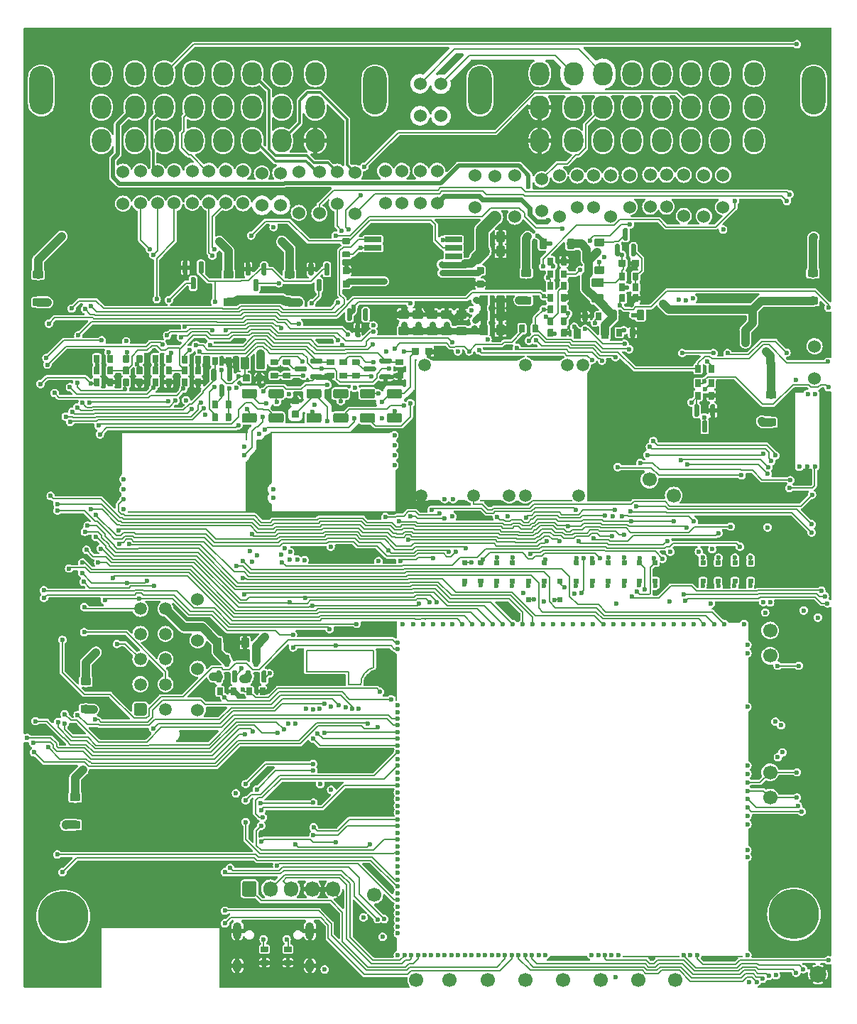
<source format=gbl>
G04 #@! TF.GenerationSoftware,KiCad,Pcbnew,7.0.1-115-g2ece2719d0*
G04 #@! TF.CreationDate,2023-04-03T18:43:45+03:00*
G04 #@! TF.ProjectId,alphax_4ch,616c7068-6178-45f3-9463-682e6b696361,G*
G04 #@! TF.SameCoordinates,PX141f5e0PYa2cace0*
G04 #@! TF.FileFunction,Copper,L4,Bot*
G04 #@! TF.FilePolarity,Positive*
%FSLAX46Y46*%
G04 Gerber Fmt 4.6, Leading zero omitted, Abs format (unit mm)*
G04 Created by KiCad (PCBNEW 7.0.1-115-g2ece2719d0) date 2023-04-03 18:43:45*
%MOMM*%
%LPD*%
G01*
G04 APERTURE LIST*
G04 #@! TA.AperFunction,EtchedComponent*
%ADD10C,0.200000*%
G04 #@! TD*
G04 #@! TA.AperFunction,ComponentPad*
%ADD11C,1.524000*%
G04 #@! TD*
G04 #@! TA.AperFunction,ComponentPad*
%ADD12C,1.700000*%
G04 #@! TD*
G04 #@! TA.AperFunction,ComponentPad*
%ADD13C,6.000000*%
G04 #@! TD*
G04 #@! TA.AperFunction,ComponentPad*
%ADD14O,1.700000X1.850000*%
G04 #@! TD*
G04 #@! TA.AperFunction,ComponentPad*
%ADD15O,2.800000X5.800000*%
G04 #@! TD*
G04 #@! TA.AperFunction,ComponentPad*
%ADD16O,2.300000X2.800000*%
G04 #@! TD*
G04 #@! TA.AperFunction,ComponentPad*
%ADD17O,1.000000X2.100000*%
G04 #@! TD*
G04 #@! TA.AperFunction,ComponentPad*
%ADD18O,1.000000X1.600000*%
G04 #@! TD*
G04 #@! TA.AperFunction,ComponentPad*
%ADD19C,0.600000*%
G04 #@! TD*
G04 #@! TA.AperFunction,SMDPad,CuDef*
%ADD20R,0.200000X2.300000*%
G04 #@! TD*
G04 #@! TA.AperFunction,SMDPad,CuDef*
%ADD21R,0.200000X10.700000*%
G04 #@! TD*
G04 #@! TA.AperFunction,SMDPad,CuDef*
%ADD22R,0.200000X2.100000*%
G04 #@! TD*
G04 #@! TA.AperFunction,SMDPad,CuDef*
%ADD23R,0.200000X6.000000*%
G04 #@! TD*
G04 #@! TA.AperFunction,SMDPad,CuDef*
%ADD24R,0.200000X5.400000*%
G04 #@! TD*
G04 #@! TA.AperFunction,SMDPad,CuDef*
%ADD25R,1.400000X0.200000*%
G04 #@! TD*
G04 #@! TA.AperFunction,SMDPad,CuDef*
%ADD26R,5.000000X0.200000*%
G04 #@! TD*
G04 #@! TA.AperFunction,SMDPad,CuDef*
%ADD27R,6.800000X0.200000*%
G04 #@! TD*
G04 #@! TA.AperFunction,SMDPad,CuDef*
%ADD28R,4.500000X0.200000*%
G04 #@! TD*
G04 #@! TA.AperFunction,SMDPad,CuDef*
%ADD29R,0.200000X1.600000*%
G04 #@! TD*
G04 #@! TA.AperFunction,SMDPad,CuDef*
%ADD30R,0.200000X5.700000*%
G04 #@! TD*
G04 #@! TA.AperFunction,SMDPad,CuDef*
%ADD31R,0.200000X2.000000*%
G04 #@! TD*
G04 #@! TA.AperFunction,ComponentPad*
%ADD32C,1.500000*%
G04 #@! TD*
G04 #@! TA.AperFunction,SMDPad,CuDef*
%ADD33O,3.300000X0.200000*%
G04 #@! TD*
G04 #@! TA.AperFunction,SMDPad,CuDef*
%ADD34O,10.200000X0.200000*%
G04 #@! TD*
G04 #@! TA.AperFunction,SMDPad,CuDef*
%ADD35O,0.300000X0.200000*%
G04 #@! TD*
G04 #@! TA.AperFunction,SMDPad,CuDef*
%ADD36O,0.200000X17.000000*%
G04 #@! TD*
G04 #@! TA.AperFunction,SMDPad,CuDef*
%ADD37O,0.200000X15.400000*%
G04 #@! TD*
G04 #@! TA.AperFunction,SMDPad,CuDef*
%ADD38O,4.800000X0.200000*%
G04 #@! TD*
G04 #@! TA.AperFunction,SMDPad,CuDef*
%ADD39O,2.600000X0.200000*%
G04 #@! TD*
G04 #@! TA.AperFunction,SMDPad,CuDef*
%ADD40O,1.000000X0.200000*%
G04 #@! TD*
G04 #@! TA.AperFunction,SMDPad,CuDef*
%ADD41O,1.500000X0.200000*%
G04 #@! TD*
G04 #@! TA.AperFunction,SMDPad,CuDef*
%ADD42R,0.250000X6.185000*%
G04 #@! TD*
G04 #@! TA.AperFunction,SMDPad,CuDef*
%ADD43R,0.250000X1.115000*%
G04 #@! TD*
G04 #@! TA.AperFunction,SMDPad,CuDef*
%ADD44R,14.275000X0.250000*%
G04 #@! TD*
G04 #@! TA.AperFunction,SMDPad,CuDef*
%ADD45R,15.100000X0.250000*%
G04 #@! TD*
G04 #@! TA.AperFunction,SMDPad,CuDef*
%ADD46R,0.250000X5.175000*%
G04 #@! TD*
G04 #@! TA.AperFunction,SMDPad,CuDef*
%ADD47O,1.225000X0.200000*%
G04 #@! TD*
G04 #@! TA.AperFunction,SMDPad,CuDef*
%ADD48O,0.200000X9.300000*%
G04 #@! TD*
G04 #@! TA.AperFunction,ComponentPad*
%ADD49C,0.599999*%
G04 #@! TD*
G04 #@! TA.AperFunction,SMDPad,CuDef*
%ADD50R,2.000000X0.650000*%
G04 #@! TD*
G04 #@! TA.AperFunction,SMDPad,CuDef*
%ADD51R,4.500000X8.100000*%
G04 #@! TD*
G04 #@! TA.AperFunction,SMDPad,CuDef*
%ADD52C,2.000000*%
G04 #@! TD*
G04 #@! TA.AperFunction,ViaPad*
%ADD53C,0.600000*%
G04 #@! TD*
G04 #@! TA.AperFunction,ViaPad*
%ADD54C,1.300000*%
G04 #@! TD*
G04 #@! TA.AperFunction,Conductor*
%ADD55C,0.200000*%
G04 #@! TD*
G04 #@! TA.AperFunction,Conductor*
%ADD56C,0.203200*%
G04 #@! TD*
G04 #@! TA.AperFunction,Conductor*
%ADD57C,0.600000*%
G04 #@! TD*
G04 #@! TA.AperFunction,Conductor*
%ADD58C,1.000000*%
G04 #@! TD*
G04 #@! TA.AperFunction,Conductor*
%ADD59C,0.800000*%
G04 #@! TD*
G04 #@! TA.AperFunction,Conductor*
%ADD60C,0.400000*%
G04 #@! TD*
G04 #@! TA.AperFunction,Conductor*
%ADD61C,0.508000*%
G04 #@! TD*
G04 #@! TA.AperFunction,Conductor*
%ADD62C,0.500000*%
G04 #@! TD*
G04 #@! TA.AperFunction,Conductor*
%ADD63C,0.300000*%
G04 #@! TD*
G04 #@! TA.AperFunction,Conductor*
%ADD64C,1.500000*%
G04 #@! TD*
G04 APERTURE END LIST*
D10*
G04 #@! TO.C,G3*
X38800000Y36300000D02*
X40300000Y36300000D01*
X38800000Y36300000D02*
X38800000Y37800000D01*
X33800000Y37800000D02*
X33800000Y40300000D01*
X38800000Y37800000D02*
X33800000Y37800000D01*
X33800000Y40300000D02*
X41800000Y40300000D01*
X41800000Y40300000D02*
X41800000Y38300000D01*
X41800000Y38299999D02*
G75*
G03*
X40300000Y36300000I478801J-1921600D01*
G01*
G04 #@! TD*
G04 #@! TO.P,D18,1*
G04 #@! TO.N,GND*
G04 #@! TA.AperFunction,SMDPad,CuDef*
G36*
G01*
X26700000Y86512500D02*
X27000000Y86512500D01*
G75*
G02*
X27150000Y86362500I0J-150000D01*
G01*
X27150000Y85187500D01*
G75*
G02*
X27000000Y85037500I-150000J0D01*
G01*
X26700000Y85037500D01*
G75*
G02*
X26550000Y85187500I0J150000D01*
G01*
X26550000Y86362500D01*
G75*
G02*
X26700000Y86512500I150000J0D01*
G01*
G37*
G04 #@! TD.AperFunction*
G04 #@! TO.P,D18,2*
G04 #@! TO.N,/HALL_OPT_PU/+12V_LIM*
G04 #@! TA.AperFunction,SMDPad,CuDef*
G36*
G01*
X28600000Y86512500D02*
X28900000Y86512500D01*
G75*
G02*
X29050000Y86362500I0J-150000D01*
G01*
X29050000Y85187500D01*
G75*
G02*
X28900000Y85037500I-150000J0D01*
G01*
X28600000Y85037500D01*
G75*
G02*
X28450000Y85187500I0J150000D01*
G01*
X28450000Y86362500D01*
G75*
G02*
X28600000Y86512500I150000J0D01*
G01*
G37*
G04 #@! TD.AperFunction*
G04 #@! TO.P,D18,3*
G04 #@! TO.N,Net-(Q36-D)*
G04 #@! TA.AperFunction,SMDPad,CuDef*
G36*
G01*
X27650000Y84637500D02*
X27950000Y84637500D01*
G75*
G02*
X28100000Y84487500I0J-150000D01*
G01*
X28100000Y83312500D01*
G75*
G02*
X27950000Y83162500I-150000J0D01*
G01*
X27650000Y83162500D01*
G75*
G02*
X27500000Y83312500I0J150000D01*
G01*
X27500000Y84487500D01*
G75*
G02*
X27650000Y84637500I150000J0D01*
G01*
G37*
G04 #@! TD.AperFunction*
G04 #@! TD*
G04 #@! TO.P,D23,1*
G04 #@! TO.N,GND*
G04 #@! TA.AperFunction,SMDPad,CuDef*
G36*
G01*
X19200000Y86737500D02*
X19500000Y86737500D01*
G75*
G02*
X19650000Y86587500I0J-150000D01*
G01*
X19650000Y85412500D01*
G75*
G02*
X19500000Y85262500I-150000J0D01*
G01*
X19200000Y85262500D01*
G75*
G02*
X19050000Y85412500I0J150000D01*
G01*
X19050000Y86587500D01*
G75*
G02*
X19200000Y86737500I150000J0D01*
G01*
G37*
G04 #@! TD.AperFunction*
G04 #@! TO.P,D23,2*
G04 #@! TO.N,/HALL_OPT_PU/+12V_LIM*
G04 #@! TA.AperFunction,SMDPad,CuDef*
G36*
G01*
X21100000Y86737500D02*
X21400000Y86737500D01*
G75*
G02*
X21550000Y86587500I0J-150000D01*
G01*
X21550000Y85412500D01*
G75*
G02*
X21400000Y85262500I-150000J0D01*
G01*
X21100000Y85262500D01*
G75*
G02*
X20950000Y85412500I0J150000D01*
G01*
X20950000Y86587500D01*
G75*
G02*
X21100000Y86737500I150000J0D01*
G01*
G37*
G04 #@! TD.AperFunction*
G04 #@! TO.P,D23,3*
G04 #@! TO.N,Net-(Q53-D)*
G04 #@! TA.AperFunction,SMDPad,CuDef*
G36*
G01*
X20150000Y84862500D02*
X20450000Y84862500D01*
G75*
G02*
X20600000Y84712500I0J-150000D01*
G01*
X20600000Y83537500D01*
G75*
G02*
X20450000Y83387500I-150000J0D01*
G01*
X20150000Y83387500D01*
G75*
G02*
X20000000Y83537500I0J150000D01*
G01*
X20000000Y84712500D01*
G75*
G02*
X20150000Y84862500I150000J0D01*
G01*
G37*
G04 #@! TD.AperFunction*
G04 #@! TD*
G04 #@! TO.P,D19,1*
G04 #@! TO.N,GND*
G04 #@! TA.AperFunction,SMDPad,CuDef*
G36*
G01*
X34200000Y86512500D02*
X34500000Y86512500D01*
G75*
G02*
X34650000Y86362500I0J-150000D01*
G01*
X34650000Y85187500D01*
G75*
G02*
X34500000Y85037500I-150000J0D01*
G01*
X34200000Y85037500D01*
G75*
G02*
X34050000Y85187500I0J150000D01*
G01*
X34050000Y86362500D01*
G75*
G02*
X34200000Y86512500I150000J0D01*
G01*
G37*
G04 #@! TD.AperFunction*
G04 #@! TO.P,D19,2*
G04 #@! TO.N,/HALL_OPT_PU/+12V_LIM*
G04 #@! TA.AperFunction,SMDPad,CuDef*
G36*
G01*
X36100000Y86512500D02*
X36400000Y86512500D01*
G75*
G02*
X36550000Y86362500I0J-150000D01*
G01*
X36550000Y85187500D01*
G75*
G02*
X36400000Y85037500I-150000J0D01*
G01*
X36100000Y85037500D01*
G75*
G02*
X35950000Y85187500I0J150000D01*
G01*
X35950000Y86362500D01*
G75*
G02*
X36100000Y86512500I150000J0D01*
G01*
G37*
G04 #@! TD.AperFunction*
G04 #@! TO.P,D19,3*
G04 #@! TO.N,Net-(Q50-D)*
G04 #@! TA.AperFunction,SMDPad,CuDef*
G36*
G01*
X35150000Y84637500D02*
X35450000Y84637500D01*
G75*
G02*
X35600000Y84487500I0J-150000D01*
G01*
X35600000Y83312500D01*
G75*
G02*
X35450000Y83162500I-150000J0D01*
G01*
X35150000Y83162500D01*
G75*
G02*
X35000000Y83312500I0J150000D01*
G01*
X35000000Y84487500D01*
G75*
G02*
X35150000Y84637500I150000J0D01*
G01*
G37*
G04 #@! TD.AperFunction*
G04 #@! TD*
D11*
G04 #@! TO.P,R8,1,1*
G04 #@! TO.N,/CAN-*
X76750000Y93245000D03*
G04 #@! TO.P,R8,2,2*
G04 #@! TO.N,/C6*
X76750000Y97055000D03*
G04 #@! TD*
D12*
G04 #@! TO.P,P18,1,Pin_1*
G04 #@! TO.N,Net-(M7-IN_AT2)*
X89100000Y39700000D03*
G04 #@! TD*
D11*
G04 #@! TO.P,F10,1,1*
G04 #@! TO.N,Net-(J6-Pin_6)*
X20840000Y33250000D03*
G04 #@! TO.P,F10,2,2*
G04 #@! TO.N,/OUT_IGN5*
X20840000Y38150000D03*
G04 #@! TD*
D12*
G04 #@! TO.P,P23,1,Pin_1*
G04 #@! TO.N,Net-(M7-SPI3_MOSI)*
X59900000Y1000000D03*
G04 #@! TD*
D13*
G04 #@! TO.P,J8,1,Pin_1*
G04 #@! TO.N,unconnected-(J8-Pin_1-Pad1)*
X4803000Y8619000D03*
G04 #@! TD*
D11*
G04 #@! TO.P,R59,1,1*
G04 #@! TO.N,/E8*
X45200000Y97505000D03*
G04 #@! TO.P,R59,2,2*
G04 #@! TO.N,/OUT_ETB-*
X45200000Y93695000D03*
G04 #@! TD*
G04 #@! TO.P,R9,1,1*
G04 #@! TO.N,/CAN+*
X74800000Y93245000D03*
G04 #@! TO.P,R9,2,2*
G04 #@! TO.N,/C5*
X74800000Y97055000D03*
G04 #@! TD*
G04 #@! TO.P,R68,1,1*
G04 #@! TO.N,/IN_TPS2*
X24200000Y93695000D03*
G04 #@! TO.P,R68,2,2*
G04 #@! TO.N,/D4*
X24200000Y97505000D03*
G04 #@! TD*
G04 #@! TO.P,J5,1,Pin_1*
G04 #@! TO.N,/MCU/VBUS*
G04 #@! TA.AperFunction,ComponentPad*
G36*
G01*
X26150000Y11225000D02*
X26150000Y12575000D01*
G75*
G02*
X26400000Y12825000I250000J0D01*
G01*
X27600000Y12825000D01*
G75*
G02*
X27850000Y12575000I0J-250000D01*
G01*
X27850000Y11225000D01*
G75*
G02*
X27600000Y10975000I-250000J0D01*
G01*
X26400000Y10975000D01*
G75*
G02*
X26150000Y11225000I0J250000D01*
G01*
G37*
G04 #@! TD.AperFunction*
D14*
G04 #@! TO.P,J5,2,Pin_2*
G04 #@! TO.N,/MCU/USB-*
X29500000Y11900000D03*
G04 #@! TO.P,J5,3,Pin_3*
G04 #@! TO.N,/MCU/USB+*
X32000000Y11900000D03*
G04 #@! TO.P,J5,4,Pin_4*
G04 #@! TO.N,GND*
X34500000Y11900000D03*
G04 #@! TO.P,J5,5,Pin_5*
X37000000Y11900000D03*
G04 #@! TD*
D11*
G04 #@! TO.P,F4,1,1*
G04 #@! TO.N,/A3*
X63950000Y97000000D03*
G04 #@! TO.P,F4,2,2*
G04 #@! TO.N,/OUT_PUMP_RELAY*
X63950000Y92100000D03*
G04 #@! TD*
G04 #@! TO.P,R91,1,1*
G04 #@! TO.N,/IN_KNOCK_RAW*
X94400000Y72795000D03*
G04 #@! TO.P,R91,2,2*
G04 #@! TO.N,/F3*
X94400000Y76605000D03*
G04 #@! TD*
D15*
G04 #@! TO.P,P2,*
G04 #@! TO.N,*
X2200000Y107100000D03*
X42000000Y107100000D03*
D16*
G04 #@! TO.P,P2,1,D1*
G04 #@! TO.N,/D1*
X9350000Y101100000D03*
G04 #@! TO.P,P2,2,D2*
G04 #@! TO.N,/D2*
X13350000Y101100000D03*
G04 #@! TO.P,P2,3,D3*
G04 #@! TO.N,/D3*
X16850000Y101100000D03*
G04 #@! TO.P,P2,4,D4*
G04 #@! TO.N,/D4*
X20350000Y101100000D03*
G04 #@! TO.P,P2,5,D5*
G04 #@! TO.N,/D5*
X23850000Y101100000D03*
G04 #@! TO.P,P2,6,D6*
G04 #@! TO.N,/D6*
X27350000Y101100000D03*
G04 #@! TO.P,P2,7,D7*
G04 #@! TO.N,/D7*
X30850000Y101100000D03*
G04 #@! TO.P,P2,8,D8*
G04 #@! TO.N,GND*
X34850000Y101100000D03*
G04 #@! TO.P,P2,9,E1*
G04 #@! TO.N,/OUT_INJ4*
X9350000Y105100000D03*
G04 #@! TO.P,P2,10,E2*
G04 #@! TO.N,/OUT_NOS*
X13350000Y105100000D03*
G04 #@! TO.P,P2,11,E3*
G04 #@! TO.N,/E3*
X16850000Y105100000D03*
G04 #@! TO.P,P2,12,E4*
G04 #@! TO.N,/E4*
X20350000Y105100000D03*
G04 #@! TO.P,P2,13,E5*
G04 #@! TO.N,/E5*
X23850000Y105100000D03*
G04 #@! TO.P,P2,14,E6*
G04 #@! TO.N,/E6*
X27350000Y105100000D03*
G04 #@! TO.P,P2,15,E7*
G04 #@! TO.N,/E7*
X30850000Y105100000D03*
G04 #@! TO.P,P2,16,E8*
G04 #@! TO.N,/E8*
X34850000Y105100000D03*
G04 #@! TO.P,P2,17,F1*
G04 #@! TO.N,/OUT_IDLE2*
X9350000Y109100000D03*
G04 #@! TO.P,P2,18,F2*
G04 #@! TO.N,/OUT_VVT1*
X13350000Y109100000D03*
G04 #@! TO.P,P2,19,F3*
G04 #@! TO.N,/F3*
X16850000Y109100000D03*
G04 #@! TO.P,P2,20,F4*
G04 #@! TO.N,/F4*
X20350000Y109100000D03*
G04 #@! TO.P,P2,21,F5*
G04 #@! TO.N,/F5*
X23850000Y109100000D03*
G04 #@! TO.P,P2,22,F6*
G04 #@! TO.N,/F6*
X27350000Y109100000D03*
G04 #@! TO.P,P2,23,F7*
G04 #@! TO.N,/F7*
X30850000Y109100000D03*
G04 #@! TO.P,P2,24,F8*
G04 #@! TO.N,/F8*
X34850000Y109100000D03*
G04 #@! TD*
D12*
G04 #@! TO.P,P19,1,Pin_1*
G04 #@! TO.N,Net-(M7-OUT_IO3)*
X41900000Y11200000D03*
G04 #@! TD*
D11*
G04 #@! TO.P,R11,1,1*
G04 #@! TO.N,/IN_CRANK+*
X47350000Y104095000D03*
G04 #@! TO.P,R11,2,2*
G04 #@! TO.N,/C3*
X47350000Y107905000D03*
G04 #@! TD*
D12*
G04 #@! TO.P,P26,1,Pin_1*
G04 #@! TO.N,Net-(M7-I2C_SCL)*
X64400000Y1000000D03*
G04 #@! TD*
D11*
G04 #@! TO.P,R60,1,1*
G04 #@! TO.N,/IN_FLEX*
X43200000Y93695000D03*
G04 #@! TO.P,R60,2,2*
G04 #@! TO.N,/E7*
X43200000Y97505000D03*
G04 #@! TD*
D17*
G04 #@! TO.P,J1,S1,SHIELD*
G04 #@! TO.N,GND*
X25580000Y6920000D03*
D18*
X25580000Y2740000D03*
D17*
X34220000Y6920000D03*
D18*
X34220000Y2740000D03*
G04 #@! TD*
D12*
G04 #@! TO.P,P16,1,Pin_1*
G04 #@! TO.N,/OUT_IGN5*
X89100000Y22800000D03*
G04 #@! TD*
G04 #@! TO.P,P21,1,Pin_1*
G04 #@! TO.N,Net-(M7-SPI3_SCK)*
X50900000Y1000000D03*
G04 #@! TD*
D11*
G04 #@! TO.P,R17,1,1*
G04 #@! TO.N,/IN_AFR*
X68050000Y93145000D03*
G04 #@! TO.P,R17,2,2*
G04 #@! TO.N,/B4*
X68050000Y96955000D03*
G04 #@! TD*
G04 #@! TO.P,R63,1,1*
G04 #@! TO.N,/IN_D4*
X22200000Y93695000D03*
G04 #@! TO.P,R63,2,2*
G04 #@! TO.N,/E4*
X22200000Y97505000D03*
G04 #@! TD*
D12*
G04 #@! TO.P,P24,1,Pin_1*
G04 #@! TO.N,Net-(M7-SPI3_CS)*
X46900000Y1000000D03*
G04 #@! TD*
G04 #@! TO.P,P28,1,Pin_1*
G04 #@! TO.N,Net-(M7-UART8_TX)*
X77800000Y1000000D03*
G04 #@! TD*
D11*
G04 #@! TO.P,R16,1,1*
G04 #@! TO.N,/IN_TPS1*
X72350000Y93195000D03*
G04 #@! TO.P,R16,2,2*
G04 #@! TO.N,/B5*
X72350000Y97005000D03*
G04 #@! TD*
G04 #@! TO.P,R70,1,1*
G04 #@! TO.N,/OUT_BOOST*
X11950000Y93595000D03*
G04 #@! TO.P,R70,2,2*
G04 #@! TO.N,/D2*
X11950000Y97405000D03*
G04 #@! TD*
D19*
G04 #@! TO.P,M7,E1,SPI2_SCK*
G04 #@! TO.N,unconnected-(M7-SPI2_SCK-PadE1)*
X44700000Y6600003D03*
G04 #@! TO.P,M7,E2,SPI2_MISO*
G04 #@! TO.N,unconnected-(M7-SPI2_MISO-PadE2)*
X44700000Y7400004D03*
G04 #@! TO.P,M7,E3,SPI2_MOSI*
G04 #@! TO.N,unconnected-(M7-SPI2_MOSI-PadE3)*
X44700000Y8200002D03*
G04 #@! TO.P,M7,E4,SPI2_CS*
G04 #@! TO.N,unconnected-(M7-SPI2_CS-PadE4)*
X44700000Y9000003D03*
G04 #@! TO.P,M7,E6,OUT_IO3*
G04 #@! TO.N,Net-(M7-OUT_IO3)*
X44700000Y9800004D03*
G04 #@! TO.P,M7,E7,OUT_IO5*
G04 #@! TO.N,/CRANK_N_PULLUP*
X44700003Y10600002D03*
G04 #@! TO.P,M7,E8,OUT_IO1*
G04 #@! TO.N,/TACH_PULLUP*
X44700003Y11400003D03*
G04 #@! TO.P,M7,E9,OUT_IO6*
G04 #@! TO.N,/NOS*
X44700000Y12200007D03*
G04 #@! TO.P,M7,E10,OUT_IO10*
G04 #@! TO.N,/MAIN*
X44700000Y13000003D03*
G04 #@! TO.P,M7,E11,OUT_IO9*
G04 #@! TO.N,/CAM_VR_PULLUP*
X44700000Y13800003D03*
G04 #@! TO.P,M7,E12,OUT_IO2*
G04 #@! TO.N,/CRANK_P_PULLUP*
X44700000Y14600004D03*
G04 #@! TO.P,M7,E13,OUT_IO12*
G04 #@! TO.N,/PUMP_RELAY*
X44700003Y15400003D03*
G04 #@! TO.P,M7,E14,OUT_PWM5*
G04 #@! TO.N,/MCU_IDLE2*
X44700003Y16200004D03*
G04 #@! TO.P,M7,E15,OUT_PWM4*
G04 #@! TO.N,/THRESHOLD_VR_CM*
X44700003Y17000005D03*
G04 #@! TO.P,M7,E16,OUT_PWM3*
G04 #@! TO.N,/MCU_BOOST*
X44700000Y17800003D03*
G04 #@! TO.P,M7,E17,OUT_PWM2*
G04 #@! TO.N,/ETB_PWM*
X44700000Y18600004D03*
G04 #@! TO.P,M7,E18,OUT_INJ2*
G04 #@! TO.N,/MCU_INJ2*
X44700000Y19400002D03*
G04 #@! TO.P,M7,E19,OUT_INJ1*
G04 #@! TO.N,/MCU_INJ1*
X44700003Y20200003D03*
G04 #@! TO.P,M7,E20,OUT_IO13*
G04 #@! TO.N,/D2_PULLDOWN*
X44700003Y21000004D03*
G04 #@! TO.P,M7,E21,OUT_IO4*
G04 #@! TO.N,/TEMP_PULLUP*
X44700000Y21800003D03*
G04 #@! TO.P,M7,E22,OUT_IO8*
G04 #@! TO.N,/D3_PULLDOWN*
X44700000Y22600004D03*
G04 #@! TO.P,M7,E23,OUT_IO7*
G04 #@! TO.N,/2STEP_PULLDOWN*
X44700000Y23400005D03*
G04 #@! TO.P,M7,E24,OUT_IO11*
G04 #@! TO.N,/MCU_FAN_RELAY*
X44700000Y24200003D03*
G04 #@! TO.P,M7,E25,OUT_PWM7*
G04 #@! TO.N,/HS/IN1*
X44700000Y25000004D03*
G04 #@! TO.P,M7,E26,OUT_PWM6*
G04 #@! TO.N,/THRESHOLD_VR_CR*
X44700000Y25800002D03*
G04 #@! TO.P,M7,E27,OUT_PWM1*
G04 #@! TO.N,/MCU_IDLE1*
X44700000Y26600003D03*
G04 #@! TO.P,M7,E28,OUT_PWM8*
G04 #@! TO.N,/HS/IN2*
X44700000Y27400004D03*
G04 #@! TO.P,M7,E29,OUT_INJ3*
G04 #@! TO.N,/MCU_INJ3*
X44700000Y28200003D03*
G04 #@! TO.P,M7,E30,OUT_INJ4*
G04 #@! TO.N,/MCU_INJ4*
X44700000Y29000004D03*
G04 #@! TO.P,M7,E31,OUT_INJ5*
G04 #@! TO.N,/MCU_INJ5*
X44700003Y29800002D03*
G04 #@! TO.P,M7,E32,OUT_INJ6*
G04 #@! TO.N,/MCU_INJ6*
X44700000Y30600005D03*
G04 #@! TO.P,M7,E33,OUT_INJ7*
G04 #@! TO.N,/D4_PULLDOWN*
X44700000Y31400004D03*
G04 #@! TO.P,M7,E34,OUT_INJ8*
G04 #@! TO.N,/D5_PULLDOWN*
X44700000Y32200002D03*
G04 #@! TO.P,M7,E35,IO6*
G04 #@! TO.N,unconnected-(M7-IO6-PadE35)*
X44700000Y33000003D03*
G04 #@! TO.P,M7,E36,IO7*
G04 #@! TO.N,unconnected-(M7-IO7-PadE36)*
X44700000Y33800004D03*
G04 #@! TO.P,M7,E38,V5A_SWITCHABLE*
G04 #@! TO.N,+5VA*
X44700003Y40499998D03*
G04 #@! TO.P,M7,E39,GNDA*
G04 #@! TO.N,GNDA*
X44700000Y41299999D03*
D20*
G04 #@! TO.P,M7,G,GND*
G04 #@! TO.N,GND*
X86600005Y42649999D03*
D21*
X86600003Y9850001D03*
D22*
X86600003Y18050000D03*
D23*
X86600003Y30099999D03*
D24*
X86600003Y36799996D03*
D25*
X84799996Y43700002D03*
D26*
X83400001Y3800001D03*
D27*
X74899998Y3800001D03*
D28*
X65049995Y3800001D03*
D29*
X44500000Y5300000D03*
D30*
X44500000Y37150003D03*
D31*
X44500000Y42799996D03*
D19*
G04 #@! TO.P,M7,N1,USBID*
G04 #@! TO.N,unconnected-(M7-USBID-PadN1)*
X44700000Y4000000D03*
G04 #@! TO.P,M7,N2,USBM*
G04 #@! TO.N,/MCU/USB-*
X45499998Y3999998D03*
G04 #@! TO.P,M7,N3,USBP*
G04 #@! TO.N,/MCU/USB+*
X46299999Y3999998D03*
G04 #@! TO.P,M7,N4,VBUS*
G04 #@! TO.N,/MCU/VBUS*
X47099998Y4000000D03*
G04 #@! TO.P,M7,N5,BOOT0*
G04 #@! TO.N,unconnected-(M7-BOOT0-PadN5)*
X47899999Y4000000D03*
G04 #@! TO.P,M7,N6,SWO*
G04 #@! TO.N,/MCU/SWO*
X48700000Y4000000D03*
G04 #@! TO.P,M7,N7,SWDIO*
G04 #@! TO.N,/MCU/SWDIO*
X49499998Y4000000D03*
G04 #@! TO.P,M7,N8,SWCLK*
G04 #@! TO.N,/MCU/SWCLK*
X50299999Y3999998D03*
G04 #@! TO.P,M7,N9,nReset*
G04 #@! TO.N,/MCU/NRESET*
X51099997Y4000000D03*
G04 #@! TO.P,M7,N10,SPI3_CS*
G04 #@! TO.N,Net-(M7-SPI3_CS)*
X51899998Y4000000D03*
G04 #@! TO.P,M7,N11,SPI3_SCK*
G04 #@! TO.N,Net-(M7-SPI3_SCK)*
X52699999Y4000000D03*
G04 #@! TO.P,M7,N12,SPI3_MISO*
G04 #@! TO.N,Net-(M7-SPI3_MISO)*
X53500000Y4000000D03*
G04 #@! TO.P,M7,N13,SPI3_MOSI*
G04 #@! TO.N,Net-(M7-SPI3_MOSI)*
X54299999Y4000000D03*
G04 #@! TO.P,M7,N14,I2C_SCL*
G04 #@! TO.N,Net-(M7-I2C_SCL)*
X55100000Y4000000D03*
G04 #@! TO.P,M7,N15,I2C_SDA*
G04 #@! TO.N,Net-(M7-I2C_SDA)*
X55900001Y3999998D03*
G04 #@! TO.P,M7,N16,IO1*
G04 #@! TO.N,/ETB_DIR*
X56700001Y3999998D03*
G04 #@! TO.P,M7,N17,UART2_TX*
G04 #@! TO.N,/MCU/UART_TX*
X57500000Y4000000D03*
G04 #@! TO.P,M7,N18,UART2_RX*
G04 #@! TO.N,/MCU/UART_RX*
X58300001Y4000000D03*
G04 #@! TO.P,M7,N19,IO2*
G04 #@! TO.N,/ETB_DIS*
X59099999Y4000000D03*
G04 #@! TO.P,M7,N20,IO4*
G04 #@! TO.N,/CAM_PULLDOWN*
X59900000Y4000000D03*
G04 #@! TO.P,M7,N21,IO3*
G04 #@! TO.N,/TACH*
X60699999Y3999998D03*
G04 #@! TO.P,M7,N22,V33*
G04 #@! TO.N,+3.3V*
X61500000Y4000000D03*
G04 #@! TO.P,M7,N23,IO5*
G04 #@! TO.N,unconnected-(M7-IO5-PadN23)*
X62300000Y4000000D03*
G04 #@! TO.P,M7,N24,UART8_RX*
G04 #@! TO.N,Net-(M7-UART8_RX)*
X67800000Y4000000D03*
G04 #@! TO.P,M7,N25,UART8_TX*
G04 #@! TO.N,Net-(M7-UART8_TX)*
X68600001Y4000000D03*
G04 #@! TO.P,M7,N26,IN_VIGN*
G04 #@! TO.N,/VIGN*
X69399999Y4000000D03*
G04 #@! TO.P,M7,N27,VBAT*
G04 #@! TO.N,unconnected-(M7-VBAT-PadN27)*
X70199997Y4000000D03*
G04 #@! TO.P,M7,N28,V33_SWITCHABLE*
G04 #@! TO.N,+3.3VA*
X70999996Y4000000D03*
G04 #@! TO.P,M7,N29,OUT_PWR_EN*
G04 #@! TO.N,/PWR_EN*
X78800000Y4000000D03*
G04 #@! TO.P,M7,N30,V5A_SWITCHABLE*
G04 #@! TO.N,unconnected-(M7-V5A_SWITCHABLE-PadN30)*
X79599999Y4000000D03*
G04 #@! TO.P,M7,N31,VCC*
G04 #@! TO.N,+5V*
X80399997Y4000000D03*
G04 #@! TO.P,M7,N32,V33*
G04 #@! TO.N,unconnected-(M7-V33-PadN32)*
X86400001Y4000000D03*
G04 #@! TO.P,M7,S1,IN_D4*
G04 #@! TO.N,/HALL3*
X45300001Y43500005D03*
G04 #@! TO.P,M7,S2,IN_D3*
G04 #@! TO.N,/HALL2*
X46500002Y43500003D03*
G04 #@! TO.P,M7,S3,IN_D2*
G04 #@! TO.N,/TLS115_PG*
X47699999Y43500003D03*
G04 #@! TO.P,M7,S4,IN_D1*
G04 #@! TO.N,/HALL1*
X48899999Y43500005D03*
G04 #@! TO.P,M7,S5,VREF2*
G04 #@! TO.N,unconnected-(M7-VREF2-PadS5)*
X50099999Y43500003D03*
G04 #@! TO.P,M7,S6,IN_SENS4*
G04 #@! TO.N,/IN_D5*
X51199987Y43500003D03*
G04 #@! TO.P,M7,S7,IN_SENS3*
G04 #@! TO.N,/IN_D4*
X52399987Y43500003D03*
G04 #@! TO.P,M7,S8,IN_SENS2*
G04 #@! TO.N,/IN_D3*
X53599985Y43500005D03*
G04 #@! TO.P,M7,S9,IN_SENS1*
G04 #@! TO.N,/IN_D2*
X54799985Y43500003D03*
G04 #@! TO.P,M7,S10,IN_AUX4*
G04 #@! TO.N,/IN_FLEX*
X55999988Y43500003D03*
G04 #@! TO.P,M7,S11,IN_AUX3*
G04 #@! TO.N,/AIN4*
X57199990Y43500005D03*
G04 #@! TO.P,M7,S12,IN_AUX2*
G04 #@! TO.N,/IN_PPS2*
X58399988Y43500003D03*
G04 #@! TO.P,M7,S13,IN_AUX1*
G04 #@! TO.N,/IN_TPS2*
X59599986Y43500003D03*
G04 #@! TO.P,M7,S14,IN_RES2*
G04 #@! TO.N,/VR_ANALOG_CM*
X60799993Y43500003D03*
G04 #@! TO.P,M7,S15,IN_O2S2*
G04 #@! TO.N,/IN_AFR*
X61999993Y43500003D03*
G04 #@! TO.P,M7,S16,IN_O2S*
G04 #@! TO.N,unconnected-(M7-IN_O2S-PadS16)*
X63199991Y43500003D03*
G04 #@! TO.P,M7,S17,IN_RES1*
G04 #@! TO.N,/IN_CAM_VR*
X64399991Y43500003D03*
G04 #@! TO.P,M7,S18,IN_RES3*
G04 #@! TO.N,/VR_ANALOG_CR*
X65599996Y43500003D03*
G04 #@! TO.P,M7,S19,IN_MAP3*
G04 #@! TO.N,/IN_MAP2*
X66799997Y43500003D03*
G04 #@! TO.P,M7,S20,IN_MAP2*
G04 #@! TO.N,/IN_MAP*
X67999994Y43500005D03*
G04 #@! TO.P,M7,S21,IN_MAP1*
G04 #@! TO.N,/AIN3*
X69199994Y43500003D03*
G04 #@! TO.P,M7,S22,IN_CRANK*
G04 #@! TO.N,/IN_CRANK*
X70399997Y43500005D03*
G04 #@! TO.P,M7,S23,IN_KNOCK*
G04 #@! TO.N,/IN_KNOCK*
X71599997Y43500003D03*
G04 #@! TO.P,M7,S24,IN_CAM*
G04 #@! TO.N,/IN_CAM_HALL*
X72799992Y43500003D03*
G04 #@! TO.P,M7,S25,IN_VSS*
G04 #@! TO.N,/IN_2STEP*
X73999995Y43500005D03*
G04 #@! TO.P,M7,S26,IN_IAT*
G04 #@! TO.N,/IN_IAT*
X75200000Y43500003D03*
G04 #@! TO.P,M7,S27,IN_AT1*
G04 #@! TO.N,Net-(M7-IN_AT1)*
X76400000Y43500005D03*
G04 #@! TO.P,M7,S28,IN_CLT*
G04 #@! TO.N,/IN_CLT*
X77599998Y43500003D03*
G04 #@! TO.P,M7,S29,IN_AT2*
G04 #@! TO.N,Net-(M7-IN_AT2)*
X78799998Y43500003D03*
G04 #@! TO.P,M7,S30,IN_TPS*
G04 #@! TO.N,/IN_TPS1*
X80000003Y43500003D03*
G04 #@! TO.P,M7,S31,IN_PPS*
G04 #@! TO.N,/IN_PPS1*
X81200003Y43500003D03*
G04 #@! TO.P,M7,S32,IN_TPS2*
G04 #@! TO.N,/AIN1*
X82400001Y43500003D03*
G04 #@! TO.P,M7,S33,IN_PPS2*
G04 #@! TO.N,/AIN2*
X83600001Y43500003D03*
G04 #@! TO.P,M7,S35,VREF1*
G04 #@! TO.N,/VREF*
X86000001Y43500003D03*
G04 #@! TO.P,M7,W1,GNDA*
G04 #@! TO.N,GNDA*
X86400003Y41000000D03*
G04 #@! TO.P,M7,W2,V5A_SWITCHABLE*
G04 #@! TO.N,+5VA*
X86400003Y39999999D03*
G04 #@! TO.P,M7,W3,V33_REF*
G04 #@! TO.N,unconnected-(M7-V33_REF-PadW3)*
X86400001Y33599997D03*
G04 #@! TO.P,M7,W4,IGN8*
G04 #@! TO.N,/VVT2*
X86400001Y26600001D03*
G04 #@! TO.P,M7,W5,IGN7*
G04 #@! TO.N,/VVT1*
X86400001Y25600000D03*
G04 #@! TO.P,M7,W6,IGN6*
G04 #@! TO.N,/OUT_IGN6*
X86400001Y24600002D03*
G04 #@! TO.P,M7,W7,IGN5*
G04 #@! TO.N,/OUT_IGN5*
X86400001Y23600002D03*
G04 #@! TO.P,M7,W8,IGN4*
G04 #@! TO.N,/OUT_IGN4*
X86400001Y22600001D03*
G04 #@! TO.P,M7,W9,IGN3*
G04 #@! TO.N,/OUT_IGN3*
X86400001Y21600003D03*
G04 #@! TO.P,M7,W10,IGN2*
G04 #@! TO.N,/OUT_IGN2*
X86400001Y20600003D03*
G04 #@! TO.P,M7,W11,IGN1*
G04 #@! TO.N,/OUT_IGN1*
X86400001Y19600005D03*
G04 #@! TO.P,M7,W12,CANH*
G04 #@! TO.N,/CAN+*
X86400001Y16500001D03*
G04 #@! TO.P,M7,W13,CANL*
G04 #@! TO.N,/CAN-*
X86400001Y15700000D03*
G04 #@! TD*
D12*
G04 #@! TO.P,P3,1,Pin_1*
G04 #@! TO.N,/IN_CAM_HALL*
X74700000Y60700000D03*
G04 #@! TD*
G04 #@! TO.P,J6,1,Pin_1*
G04 #@! TO.N,/AIN1*
G04 #@! TA.AperFunction,ComponentPad*
G36*
G01*
X14499999Y32550000D02*
X13500001Y32550000D01*
G75*
G02*
X13250000Y32800001I0J250001D01*
G01*
X13250000Y33799999D01*
G75*
G02*
X13500001Y34050000I250001J0D01*
G01*
X14499999Y34050000D01*
G75*
G02*
X14750000Y33799999I0J-250001D01*
G01*
X14750000Y32800001D01*
G75*
G02*
X14499999Y32550000I-250001J0D01*
G01*
G37*
G04 #@! TD.AperFunction*
D32*
G04 #@! TO.P,J6,2,Pin_2*
G04 #@! TO.N,/OUT_INJ5*
X14000000Y36300000D03*
G04 #@! TO.P,J6,3,Pin_3*
G04 #@! TO.N,/AIN2*
X14000000Y39300000D03*
G04 #@! TO.P,J6,4,Pin_4*
G04 #@! TO.N,/OUT_INJ6*
X14000000Y42300000D03*
G04 #@! TO.P,J6,5,Pin_5*
G04 #@! TO.N,/AIN3*
X14000000Y45300000D03*
G04 #@! TO.P,J6,6,Pin_6*
G04 #@! TO.N,Net-(J6-Pin_6)*
X17000000Y33300000D03*
G04 #@! TO.P,J6,7,Pin_7*
G04 #@! TO.N,/AIN4*
X17000000Y36300000D03*
G04 #@! TO.P,J6,8,Pin_8*
G04 #@! TO.N,Net-(J6-Pin_8)*
X17000000Y39300000D03*
G04 #@! TO.P,J6,9,Pin_9*
G04 #@! TO.N,/OUT_HS1*
X17000000Y42300000D03*
G04 #@! TO.P,J6,10,Pin_10*
G04 #@! TO.N,/OUT_HS2*
X17000000Y45300000D03*
G04 #@! TD*
D12*
G04 #@! TO.P,P27,1,Pin_1*
G04 #@! TO.N,Net-(M7-UART8_RX)*
X73400000Y1000000D03*
G04 #@! TD*
D32*
G04 #@! TO.P,M1,E1,VBAT*
G04 #@! TO.N,unconnected-(M1-VBAT-PadE1)*
X66300000Y58825005D03*
G04 #@! TO.P,M1,E2,V12*
G04 #@! TO.N,+12V*
X59900003Y58825005D03*
G04 #@! TO.P,M1,E3,VIGN*
G04 #@! TO.N,/VIGN*
X58000000Y58825005D03*
G04 #@! TO.P,M1,E4,V5*
G04 #@! TO.N,+5V*
X53700000Y58825005D03*
D19*
G04 #@! TO.P,M1,E5,EN_5VP*
G04 #@! TO.N,/PWR_EN*
X51300003Y58375006D03*
G04 #@! TO.P,M1,E6,PG_5VP*
G04 #@! TO.N,/TLS115_PG*
X50300002Y58375006D03*
D33*
G04 #@! TO.P,M1,S1,GND*
G04 #@! TO.N,GND*
X62450000Y74975001D03*
D34*
X53950002Y74975001D03*
D35*
X46850000Y74975001D03*
D36*
X46800000Y66575003D03*
D37*
X67400000Y65775002D03*
D32*
X47450000Y58825005D03*
D35*
X67350000Y58175004D03*
D38*
X63150002Y58175004D03*
D39*
X55800000Y58175004D03*
D40*
X52300003Y58175004D03*
D41*
X49000002Y58175004D03*
D32*
G04 #@! TO.P,M1,V1,V12_PERM*
G04 #@! TO.N,+12V_RAW*
X66750002Y74325002D03*
G04 #@! TO.P,M1,V2,IN_VIGN*
G04 #@! TO.N,/IN_VIGN*
X64900003Y74325002D03*
G04 #@! TO.P,M1,V3,V12_RAW*
G04 #@! TO.N,+12V_RAW*
X59950000Y74325002D03*
G04 #@! TO.P,M1,V4,5VP*
G04 #@! TO.N,+5VAS*
X47900002Y74325002D03*
G04 #@! TD*
D19*
G04 #@! TO.P,M3,E1,Thresh_IN*
G04 #@! TO.N,/THRESHOLD_VR_CM*
X11975000Y59550000D03*
G04 #@! TO.P,M3,E2,OUT_A*
G04 #@! TO.N,/VR_ANALOG_CM*
X11975000Y60750000D03*
G04 #@! TO.P,M3,E3,OUT*
G04 #@! TO.N,/IN_CAM_VR*
X11975000Y58350000D03*
G04 #@! TO.P,M3,E4,V5_IN*
G04 #@! TO.N,+5VA*
X11975000Y57150000D03*
D42*
G04 #@! TO.P,M3,G,GND*
G04 #@! TO.N,GND*
X26625000Y59817500D03*
D43*
X26625000Y65867500D03*
D44*
X19612500Y56850000D03*
D45*
X19200000Y66300000D03*
D46*
X11775000Y63837500D03*
D19*
G04 #@! TO.P,M3,W1,VR-*
G04 #@! TO.N,/IN_CAM_VR-*
X26400000Y63610000D03*
G04 #@! TO.P,M3,W2,VR+*
G04 #@! TO.N,/IN_CAM_VR+*
X26400000Y64610000D03*
G04 #@! TD*
D11*
G04 #@! TO.P,R10,1,1*
G04 #@! TO.N,/IN_2STEP*
X66100000Y93145000D03*
G04 #@! TO.P,R10,2,2*
G04 #@! TO.N,/C4*
X66100000Y96955000D03*
G04 #@! TD*
G04 #@! TO.P,R62,1,1*
G04 #@! TO.N,/IN_CAM_VR-*
X28500000Y93395000D03*
G04 #@! TO.P,R62,2,2*
G04 #@! TO.N,/E5*
X28500000Y97205000D03*
G04 #@! TD*
G04 #@! TO.P,F7,1,1*
G04 #@! TO.N,/F5*
X32900000Y97399979D03*
G04 #@! TO.P,F7,2,2*
G04 #@! TO.N,/OUT_MAIN*
X32900000Y92499979D03*
G04 #@! TD*
G04 #@! TO.P,R56,1,1*
G04 #@! TO.N,/IN_D5*
X14000000Y93645000D03*
G04 #@! TO.P,R56,2,2*
G04 #@! TO.N,/F3*
X14000000Y97455000D03*
G04 #@! TD*
G04 #@! TO.P,R19,1,1*
G04 #@! TO.N,/IN_MAP*
X53950000Y93145000D03*
G04 #@! TO.P,R19,2,2*
G04 #@! TO.N,/B2*
X53950000Y96955000D03*
G04 #@! TD*
G04 #@! TO.P,R67,1,1*
G04 #@! TO.N,/IN_PPS1*
X26250000Y93645000D03*
G04 #@! TO.P,R67,2,2*
G04 #@! TO.N,/D5*
X26250000Y97455000D03*
G04 #@! TD*
G04 #@! TO.P,F1,1,1*
G04 #@! TO.N,/A7*
X81196000Y96995000D03*
G04 #@! TO.P,F1,2,2*
G04 #@! TO.N,/OUT_IGN2*
X81196000Y92095000D03*
G04 #@! TD*
G04 #@! TO.P,R64,1,1*
G04 #@! TO.N,/IN_D3*
X16050000Y93645000D03*
G04 #@! TO.P,R64,2,2*
G04 #@! TO.N,/E3*
X16050000Y97455000D03*
G04 #@! TD*
G04 #@! TO.P,F3,1,1*
G04 #@! TO.N,/A4*
X70100000Y97000000D03*
G04 #@! TO.P,F3,2,2*
G04 #@! TO.N,/OUT_TACH*
X70100000Y92100000D03*
G04 #@! TD*
G04 #@! TO.P,R61,1,1*
G04 #@! TO.N,/IN_CAM_VR+*
X30700000Y93445000D03*
G04 #@! TO.P,R61,2,2*
G04 #@! TO.N,/E6*
X30700000Y97255000D03*
G04 #@! TD*
D12*
G04 #@! TO.P,P22,1,Pin_1*
G04 #@! TO.N,Net-(M7-SPI3_MISO)*
X55400000Y1000000D03*
G04 #@! TD*
D13*
G04 #@! TO.P,J7,1,Pin_1*
G04 #@! TO.N,unconnected-(J7-Pin_1-Pad1)*
X91948000Y8873000D03*
G04 #@! TD*
D12*
G04 #@! TO.P,P20,1,Pin_1*
G04 #@! TO.N,Net-(M7-IN_AT1)*
X89100000Y42700000D03*
G04 #@! TD*
D11*
G04 #@! TO.P,R69,1,1*
G04 #@! TO.N,/IN_D2*
X18050000Y93645000D03*
G04 #@! TO.P,R69,2,2*
G04 #@! TO.N,/D3*
X18050000Y97455000D03*
G04 #@! TD*
G04 #@! TO.P,R55,1,1*
G04 #@! TO.N,/OUT_VVT2*
X20200000Y93695000D03*
G04 #@! TO.P,R55,2,2*
G04 #@! TO.N,/F4*
X20200000Y97505000D03*
G04 #@! TD*
G04 #@! TO.P,F8,1,1*
G04 #@! TO.N,/D7*
X39600000Y97299979D03*
G04 #@! TO.P,F8,2,2*
G04 #@! TO.N,/OUT_IGN4*
X39600000Y92399979D03*
G04 #@! TD*
D12*
G04 #@! TO.P,P25,1,Pin_1*
G04 #@! TO.N,Net-(M7-I2C_SDA)*
X68900000Y1000000D03*
G04 #@! TD*
D11*
G04 #@! TO.P,R54,1,1*
G04 #@! TO.N,/IN_PPS2*
X37450000Y93595000D03*
G04 #@! TO.P,R54,2,2*
G04 #@! TO.N,/F6*
X37450000Y97405000D03*
G04 #@! TD*
G04 #@! TO.P,R52,1,1*
G04 #@! TO.N,/OUT_ETB+*
X47400000Y93695000D03*
G04 #@! TO.P,R52,2,2*
G04 #@! TO.N,/F8*
X47400000Y97505000D03*
G04 #@! TD*
D19*
G04 #@! TO.P,M9,E1,V5A*
G04 #@! TO.N,+5VA*
X94474999Y62225000D03*
D47*
G04 #@! TO.P,M9,E2,GND*
G04 #@! TO.N,GND*
X92499999Y71125000D03*
D48*
X95074999Y66575000D03*
X91974999Y66575000D03*
D19*
X93524999Y62225000D03*
G04 #@! TO.P,M9,E3,OUT_KNOCK*
G04 #@! TO.N,/IN_KNOCK*
X92575001Y62225000D03*
G04 #@! TO.P,M9,W1,IN_KNOCK*
G04 #@! TO.N,/IN_KNOCK_RAW*
X93574999Y70925000D03*
G04 #@! TO.P,M9,W2,VREF*
G04 #@! TO.N,/VREF*
X94474999Y70925000D03*
G04 #@! TD*
D49*
G04 #@! TO.P,M6,V1,IGN8*
G04 #@! TO.N,GND*
X37285001Y19400014D03*
G04 #@! TO.P,M6,V2,IGN7*
X35449991Y19825022D03*
G04 #@! TO.P,M6,V3,IGN6*
X37499999Y20375019D03*
G04 #@! TO.P,M6,V4,IGN5*
X37285004Y21249978D03*
G04 #@! TO.P,M6,V5,IGN4*
X37209997Y22100001D03*
G04 #@! TO.P,M6,V6,IGN3*
X35449991Y22425017D03*
G04 #@! TO.P,M6,V7,IGN2*
G04 #@! TO.N,/MCU_INJ6*
X36759991Y23724984D03*
G04 #@! TO.P,M6,V8,IGN1*
G04 #@! TO.N,/MCU_INJ5*
X35449991Y24375001D03*
G04 #@! TO.P,M6,V9,VCC*
G04 #@! TO.N,+5VA*
X41375006Y17199998D03*
G04 #@! TO.P,M6,V10,V33*
G04 #@! TO.N,+3.3VA*
X37300000Y17500000D03*
G04 #@! TD*
D11*
G04 #@! TO.P,R15,1,1*
G04 #@! TO.N,/IN_CLT*
X83482000Y93190000D03*
G04 #@! TO.P,R15,2,2*
G04 #@! TO.N,/B7*
X83482000Y97000000D03*
G04 #@! TD*
G04 #@! TO.P,R53,1,1*
G04 #@! TO.N,/IN_VIGN*
X49400000Y93695000D03*
G04 #@! TO.P,R53,2,2*
G04 #@! TO.N,/F7*
X49400000Y97505000D03*
G04 #@! TD*
D19*
G04 #@! TO.P,M8,E1,Thresh_IN*
G04 #@! TO.N,/THRESHOLD_VR_CR*
X44300000Y63587500D03*
G04 #@! TO.P,M8,E2,OUT_A*
G04 #@! TO.N,/VR_ANALOG_CR*
X44300000Y62387500D03*
G04 #@! TO.P,M8,E3,OUT*
G04 #@! TO.N,/IN_CRANK*
X44300000Y64787500D03*
G04 #@! TO.P,M8,E4,V5_IN*
G04 #@! TO.N,+5VA*
X44300000Y65987500D03*
D42*
G04 #@! TO.P,M8,G,GND*
G04 #@! TO.N,GND*
X29650000Y63320000D03*
D43*
X29650000Y57270000D03*
D44*
X36662500Y66287500D03*
D45*
X37075000Y56837500D03*
D46*
X44500000Y59300000D03*
D19*
G04 #@! TO.P,M8,W1,VR-*
G04 #@! TO.N,/IN_CRANK-*
X29875000Y59527500D03*
G04 #@! TO.P,M8,W2,VR+*
G04 #@! TO.N,/IN_CRANK+*
X29875000Y58527500D03*
G04 #@! TD*
D11*
G04 #@! TO.P,F9,1,1*
G04 #@! TO.N,/D6*
X35350000Y97349979D03*
G04 #@! TO.P,F9,2,2*
G04 #@! TO.N,/OUT_IGN3*
X35350000Y92449979D03*
G04 #@! TD*
D12*
G04 #@! TO.P,P17,1,Pin_1*
G04 #@! TO.N,/OUT_IGN6*
X89100000Y25800000D03*
G04 #@! TD*
D15*
G04 #@! TO.P,P1,*
G04 #@! TO.N,*
X54500000Y107100000D03*
X94300000Y107100000D03*
D16*
G04 #@! TO.P,P1,1,A1*
G04 #@! TO.N,GND*
X61650000Y101100000D03*
G04 #@! TO.P,P1,2,A2*
G04 #@! TO.N,/A2*
X65650000Y101100000D03*
G04 #@! TO.P,P1,3,A3*
G04 #@! TO.N,/A3*
X69150000Y101100000D03*
G04 #@! TO.P,P1,4,A4*
G04 #@! TO.N,/A4*
X72650000Y101100000D03*
G04 #@! TO.P,P1,5,A5*
G04 #@! TO.N,GNDA*
X76150000Y101100000D03*
G04 #@! TO.P,P1,6,A6*
G04 #@! TO.N,/A6*
X79650000Y101100000D03*
G04 #@! TO.P,P1,7,A7*
G04 #@! TO.N,/A7*
X83150000Y101100000D03*
G04 #@! TO.P,P1,8,A8*
G04 #@! TO.N,/OUT_INJ1*
X87150000Y101100000D03*
G04 #@! TO.P,P1,9,B1*
G04 #@! TO.N,GND*
X61650000Y105100000D03*
G04 #@! TO.P,P1,10,B2*
G04 #@! TO.N,/B2*
X65650000Y105100000D03*
G04 #@! TO.P,P1,11,B3*
G04 #@! TO.N,/B3*
X69150000Y105100000D03*
G04 #@! TO.P,P1,12,B4*
G04 #@! TO.N,/B4*
X72650000Y105100000D03*
G04 #@! TO.P,P1,13,B5*
G04 #@! TO.N,/B5*
X76150000Y105100000D03*
G04 #@! TO.P,P1,14,B6*
G04 #@! TO.N,+5VAS*
X79650000Y105100000D03*
G04 #@! TO.P,P1,15,B7*
G04 #@! TO.N,/B7*
X83150000Y105100000D03*
G04 #@! TO.P,P1,16,B8*
G04 #@! TO.N,/OUT_INJ2*
X87150000Y105100000D03*
G04 #@! TO.P,P1,17,C1*
G04 #@! TO.N,/OUT_FAN_RELAY*
X61650000Y109100000D03*
G04 #@! TO.P,P1,18,C2*
G04 #@! TO.N,/C2*
X65650000Y109100000D03*
G04 #@! TO.P,P1,19,C3*
G04 #@! TO.N,/C3*
X69150000Y109100000D03*
G04 #@! TO.P,P1,20,C4*
G04 #@! TO.N,/C4*
X72650000Y109100000D03*
G04 #@! TO.P,P1,21,C5*
G04 #@! TO.N,/C5*
X76150000Y109100000D03*
G04 #@! TO.P,P1,22,C6*
G04 #@! TO.N,/C6*
X79650000Y109100000D03*
G04 #@! TO.P,P1,23,C7*
G04 #@! TO.N,/IN_CAM_HALL*
X83150000Y109100000D03*
G04 #@! TO.P,P1,24,C8*
G04 #@! TO.N,/OUT_IDLE1*
X87150000Y109100000D03*
G04 #@! TD*
D11*
G04 #@! TO.P,F6,1,1*
G04 #@! TO.N,/A2*
X56300000Y96900000D03*
G04 #@! TO.P,F6,2,2*
G04 #@! TO.N,+12V_ETB*
X56300000Y92000000D03*
G04 #@! TD*
D49*
G04 #@! TO.P,M2,V1,IGN8*
G04 #@! TO.N,/MCU_BOOST*
X28405111Y19436868D03*
G04 #@! TO.P,M2,V2,IGN7*
G04 #@! TO.N,/MCU_IDLE2*
X26570101Y19861876D03*
G04 #@! TO.P,M2,V3,IGN6*
G04 #@! TO.N,/MCU_IDLE1*
X28620109Y20411873D03*
G04 #@! TO.P,M2,V4,IGN5*
G04 #@! TO.N,/MCU_FAN_RELAY*
X28405114Y21286832D03*
G04 #@! TO.P,M2,V5,IGN4*
G04 #@! TO.N,/MCU_INJ4*
X28330107Y22136855D03*
G04 #@! TO.P,M2,V6,IGN3*
G04 #@! TO.N,/MCU_INJ3*
X26570101Y22461871D03*
G04 #@! TO.P,M2,V7,IGN2*
G04 #@! TO.N,/MCU_INJ2*
X27880101Y23761838D03*
G04 #@! TO.P,M2,V8,IGN1*
G04 #@! TO.N,/MCU_INJ1*
X26570101Y24411855D03*
G04 #@! TO.P,M2,V9,VCC*
G04 #@! TO.N,+5VA*
X32495116Y17236852D03*
G04 #@! TO.P,M2,V10,V33*
G04 #@! TO.N,+3.3VA*
X28420110Y17536854D03*
G04 #@! TD*
D11*
G04 #@! TO.P,R12,1,1*
G04 #@! TO.N,/IN_CRANK-*
X49850000Y104045000D03*
G04 #@! TO.P,R12,2,2*
G04 #@! TO.N,/C2*
X49850000Y107855000D03*
G04 #@! TD*
G04 #@! TO.P,R18,1,1*
G04 #@! TO.N,/IN_IAT*
X61850000Y92695000D03*
G04 #@! TO.P,R18,2,2*
G04 #@! TO.N,/B3*
X61850000Y96505000D03*
G04 #@! TD*
D12*
G04 #@! TO.P,P4,1,Pin_1*
G04 #@! TO.N,/IN_CRANK*
X77600000Y58800000D03*
G04 #@! TD*
D11*
G04 #@! TO.P,F5,1,1*
G04 #@! TO.N,/A2*
X58650000Y96945000D03*
G04 #@! TO.P,F5,2,2*
G04 #@! TO.N,+12V_RAW*
X58650000Y92045000D03*
G04 #@! TD*
G04 #@! TO.P,F11,1,1*
G04 #@! TO.N,Net-(J6-Pin_8)*
X20840000Y41550000D03*
G04 #@! TO.P,F11,2,2*
G04 #@! TO.N,/OUT_IGN6*
X20840000Y46450000D03*
G04 #@! TD*
G04 #@! TO.P,F2,1,1*
G04 #@! TO.N,/A6*
X78800000Y97045000D03*
G04 #@! TO.P,F2,2,2*
G04 #@! TO.N,/OUT_IGN1*
X78800000Y92145000D03*
G04 #@! TD*
G04 #@! TO.P,R1137,1*
G04 #@! TO.N,/CAM_VR_PULLUP*
G04 #@! TA.AperFunction,SMDPad,CuDef*
G36*
G01*
X22550000Y74447500D02*
X22550000Y75227500D01*
G75*
G02*
X22620000Y75297500I70000J0D01*
G01*
X23180000Y75297500D01*
G75*
G02*
X23250000Y75227500I0J-70000D01*
G01*
X23250000Y74447500D01*
G75*
G02*
X23180000Y74377500I-70000J0D01*
G01*
X22620000Y74377500D01*
G75*
G02*
X22550000Y74447500I0J70000D01*
G01*
G37*
G04 #@! TD.AperFunction*
G04 #@! TO.P,R1137,2*
G04 #@! TO.N,GND*
G04 #@! TA.AperFunction,SMDPad,CuDef*
G36*
G01*
X24150000Y74447500D02*
X24150000Y75227500D01*
G75*
G02*
X24220000Y75297500I70000J0D01*
G01*
X24780000Y75297500D01*
G75*
G02*
X24850000Y75227500I0J-70000D01*
G01*
X24850000Y74447500D01*
G75*
G02*
X24780000Y74377500I-70000J0D01*
G01*
X24220000Y74377500D01*
G75*
G02*
X24150000Y74447500I0J70000D01*
G01*
G37*
G04 #@! TD.AperFunction*
G04 #@! TD*
G04 #@! TO.P,C18,1*
G04 #@! TO.N,GND*
G04 #@! TA.AperFunction,SMDPad,CuDef*
G36*
G01*
X28625000Y73140000D02*
X28625000Y72460000D01*
G75*
G02*
X28540000Y72375000I-85000J0D01*
G01*
X27860000Y72375000D01*
G75*
G02*
X27775000Y72460000I0J85000D01*
G01*
X27775000Y73140000D01*
G75*
G02*
X27860000Y73225000I85000J0D01*
G01*
X28540000Y73225000D01*
G75*
G02*
X28625000Y73140000I0J-85000D01*
G01*
G37*
G04 #@! TD.AperFunction*
G04 #@! TO.P,C18,2*
G04 #@! TO.N,/HALL_OPT_PU/+12V_LIM*
G04 #@! TA.AperFunction,SMDPad,CuDef*
G36*
G01*
X27044998Y73140000D02*
X27044998Y72460000D01*
G75*
G02*
X26959998Y72375000I-85000J0D01*
G01*
X26279998Y72375000D01*
G75*
G02*
X26194998Y72460000I0J85000D01*
G01*
X26194998Y73140000D01*
G75*
G02*
X26279998Y73225000I85000J0D01*
G01*
X26959998Y73225000D01*
G75*
G02*
X27044998Y73140000I0J-85000D01*
G01*
G37*
G04 #@! TD.AperFunction*
G04 #@! TD*
G04 #@! TO.P,R29,1*
G04 #@! TO.N,/TEMP_PULLUP*
G04 #@! TA.AperFunction,SMDPad,CuDef*
G36*
G01*
X80150000Y70310000D02*
X80150000Y71090000D01*
G75*
G02*
X80220000Y71160000I70000J0D01*
G01*
X80780000Y71160000D01*
G75*
G02*
X80850000Y71090000I0J-70000D01*
G01*
X80850000Y70310000D01*
G75*
G02*
X80780000Y70240000I-70000J0D01*
G01*
X80220000Y70240000D01*
G75*
G02*
X80150000Y70310000I0J70000D01*
G01*
G37*
G04 #@! TD.AperFunction*
G04 #@! TO.P,R29,2*
G04 #@! TO.N,GND*
G04 #@! TA.AperFunction,SMDPad,CuDef*
G36*
G01*
X81750000Y70310000D02*
X81750000Y71090000D01*
G75*
G02*
X81820000Y71160000I70000J0D01*
G01*
X82380000Y71160000D01*
G75*
G02*
X82450000Y71090000I0J-70000D01*
G01*
X82450000Y70310000D01*
G75*
G02*
X82380000Y70240000I-70000J0D01*
G01*
X81820000Y70240000D01*
G75*
G02*
X81750000Y70310000I0J70000D01*
G01*
G37*
G04 #@! TD.AperFunction*
G04 #@! TD*
G04 #@! TO.P,R90,1*
G04 #@! TO.N,/ETB_DIS*
G04 #@! TA.AperFunction,SMDPad,CuDef*
G36*
G01*
X38935290Y87190000D02*
X38155290Y87190000D01*
G75*
G02*
X38085290Y87260000I0J70000D01*
G01*
X38085290Y87820000D01*
G75*
G02*
X38155290Y87890000I70000J0D01*
G01*
X38935290Y87890000D01*
G75*
G02*
X39005290Y87820000I0J-70000D01*
G01*
X39005290Y87260000D01*
G75*
G02*
X38935290Y87190000I-70000J0D01*
G01*
G37*
G04 #@! TD.AperFunction*
G04 #@! TO.P,R90,2*
G04 #@! TO.N,+3.3V*
G04 #@! TA.AperFunction,SMDPad,CuDef*
G36*
G01*
X38935290Y88790000D02*
X38155290Y88790000D01*
G75*
G02*
X38085290Y88860000I0J70000D01*
G01*
X38085290Y89420000D01*
G75*
G02*
X38155290Y89490000I70000J0D01*
G01*
X38935290Y89490000D01*
G75*
G02*
X39005290Y89420000I0J-70000D01*
G01*
X39005290Y88860000D01*
G75*
G02*
X38935290Y88790000I-70000J0D01*
G01*
G37*
G04 #@! TD.AperFunction*
G04 #@! TD*
G04 #@! TO.P,D30,1,K*
G04 #@! TO.N,Net-(D11-A)*
G04 #@! TA.AperFunction,SMDPad,CuDef*
G36*
G01*
X75700000Y48840000D02*
X75700000Y48360000D01*
G75*
G02*
X75640000Y48300000I-60000J0D01*
G01*
X75160000Y48300000D01*
G75*
G02*
X75100000Y48360000I0J60000D01*
G01*
X75100000Y48840000D01*
G75*
G02*
X75160000Y48900000I60000J0D01*
G01*
X75640000Y48900000D01*
G75*
G02*
X75700000Y48840000I0J-60000D01*
G01*
G37*
G04 #@! TD.AperFunction*
G04 #@! TO.P,D30,2,A*
G04 #@! TO.N,/IN_CAM_HALL*
G04 #@! TA.AperFunction,SMDPad,CuDef*
G36*
G01*
X75700000Y51040000D02*
X75700000Y50560000D01*
G75*
G02*
X75640000Y50500000I-60000J0D01*
G01*
X75160000Y50500000D01*
G75*
G02*
X75100000Y50560000I0J60000D01*
G01*
X75100000Y51040000D01*
G75*
G02*
X75160000Y51100000I60000J0D01*
G01*
X75640000Y51100000D01*
G75*
G02*
X75700000Y51040000I0J-60000D01*
G01*
G37*
G04 #@! TD.AperFunction*
G04 #@! TD*
G04 #@! TO.P,C3,1*
G04 #@! TO.N,GND*
G04 #@! TA.AperFunction,SMDPad,CuDef*
G36*
G01*
X38205290Y86055001D02*
X38885290Y86055001D01*
G75*
G02*
X38970290Y85970001I0J-85000D01*
G01*
X38970290Y85290001D01*
G75*
G02*
X38885290Y85205001I-85000J0D01*
G01*
X38205290Y85205001D01*
G75*
G02*
X38120290Y85290001I0J85000D01*
G01*
X38120290Y85970001D01*
G75*
G02*
X38205290Y86055001I85000J0D01*
G01*
G37*
G04 #@! TD.AperFunction*
G04 #@! TO.P,C3,2*
G04 #@! TO.N,/OUT_ETB+*
G04 #@! TA.AperFunction,SMDPad,CuDef*
G36*
G01*
X38205290Y84474999D02*
X38885290Y84474999D01*
G75*
G02*
X38970290Y84389999I0J-85000D01*
G01*
X38970290Y83709999D01*
G75*
G02*
X38885290Y83624999I-85000J0D01*
G01*
X38205290Y83624999D01*
G75*
G02*
X38120290Y83709999I0J85000D01*
G01*
X38120290Y84389999D01*
G75*
G02*
X38205290Y84474999I85000J0D01*
G01*
G37*
G04 #@! TD.AperFunction*
G04 #@! TD*
G04 #@! TO.P,D46,1,K*
G04 #@! TO.N,Net-(D40-A)*
G04 #@! TA.AperFunction,SMDPad,CuDef*
G36*
G01*
X56800000Y48840000D02*
X56800000Y48360000D01*
G75*
G02*
X56740000Y48300000I-60000J0D01*
G01*
X56260000Y48300000D01*
G75*
G02*
X56200000Y48360000I0J60000D01*
G01*
X56200000Y48840000D01*
G75*
G02*
X56260000Y48900000I60000J0D01*
G01*
X56740000Y48900000D01*
G75*
G02*
X56800000Y48840000I0J-60000D01*
G01*
G37*
G04 #@! TD.AperFunction*
G04 #@! TO.P,D46,2,A*
G04 #@! TO.N,/OUT_VVT2*
G04 #@! TA.AperFunction,SMDPad,CuDef*
G36*
G01*
X56800000Y51040000D02*
X56800000Y50560000D01*
G75*
G02*
X56740000Y50500000I-60000J0D01*
G01*
X56260000Y50500000D01*
G75*
G02*
X56200000Y50560000I0J60000D01*
G01*
X56200000Y51040000D01*
G75*
G02*
X56260000Y51100000I60000J0D01*
G01*
X56740000Y51100000D01*
G75*
G02*
X56800000Y51040000I0J-60000D01*
G01*
G37*
G04 #@! TD.AperFunction*
G04 #@! TD*
G04 #@! TO.P,R87,1*
G04 #@! TO.N,/D3_PULLDOWN*
G04 #@! TA.AperFunction,SMDPad,CuDef*
G36*
G01*
X11950000Y71910000D02*
X11950000Y72690000D01*
G75*
G02*
X12020000Y72760000I70000J0D01*
G01*
X12580000Y72760000D01*
G75*
G02*
X12650000Y72690000I0J-70000D01*
G01*
X12650000Y71910000D01*
G75*
G02*
X12580000Y71840000I-70000J0D01*
G01*
X12020000Y71840000D01*
G75*
G02*
X11950000Y71910000I0J70000D01*
G01*
G37*
G04 #@! TD.AperFunction*
G04 #@! TO.P,R87,2*
G04 #@! TO.N,GND*
G04 #@! TA.AperFunction,SMDPad,CuDef*
G36*
G01*
X13550000Y71910000D02*
X13550000Y72690000D01*
G75*
G02*
X13620000Y72760000I70000J0D01*
G01*
X14180000Y72760000D01*
G75*
G02*
X14250000Y72690000I0J-70000D01*
G01*
X14250000Y71910000D01*
G75*
G02*
X14180000Y71840000I-70000J0D01*
G01*
X13620000Y71840000D01*
G75*
G02*
X13550000Y71910000I0J70000D01*
G01*
G37*
G04 #@! TD.AperFunction*
G04 #@! TD*
G04 #@! TO.P,R21,1*
G04 #@! TO.N,/IN_CAM_HALL*
G04 #@! TA.AperFunction,SMDPad,CuDef*
G36*
G01*
X62550000Y80610000D02*
X62550000Y81390000D01*
G75*
G02*
X62620000Y81460000I70000J0D01*
G01*
X63180000Y81460000D01*
G75*
G02*
X63250000Y81390000I0J-70000D01*
G01*
X63250000Y80610000D01*
G75*
G02*
X63180000Y80540000I-70000J0D01*
G01*
X62620000Y80540000D01*
G75*
G02*
X62550000Y80610000I0J70000D01*
G01*
G37*
G04 #@! TD.AperFunction*
G04 #@! TO.P,R21,2*
G04 #@! TO.N,Net-(Q15-D)*
G04 #@! TA.AperFunction,SMDPad,CuDef*
G36*
G01*
X64150000Y80610000D02*
X64150000Y81390000D01*
G75*
G02*
X64220000Y81460000I70000J0D01*
G01*
X64780000Y81460000D01*
G75*
G02*
X64850000Y81390000I0J-70000D01*
G01*
X64850000Y80610000D01*
G75*
G02*
X64780000Y80540000I-70000J0D01*
G01*
X64220000Y80540000D01*
G75*
G02*
X64150000Y80610000I0J70000D01*
G01*
G37*
G04 #@! TD.AperFunction*
G04 #@! TD*
G04 #@! TO.P,R82,1*
G04 #@! TO.N,/IN_D3*
G04 #@! TA.AperFunction,SMDPad,CuDef*
G36*
G01*
X11950000Y74710000D02*
X11950000Y75490000D01*
G75*
G02*
X12020000Y75560000I70000J0D01*
G01*
X12580000Y75560000D01*
G75*
G02*
X12650000Y75490000I0J-70000D01*
G01*
X12650000Y74710000D01*
G75*
G02*
X12580000Y74640000I-70000J0D01*
G01*
X12020000Y74640000D01*
G75*
G02*
X11950000Y74710000I0J70000D01*
G01*
G37*
G04 #@! TD.AperFunction*
G04 #@! TO.P,R82,2*
G04 #@! TO.N,Net-(Q9-D)*
G04 #@! TA.AperFunction,SMDPad,CuDef*
G36*
G01*
X13550000Y74710000D02*
X13550000Y75490000D01*
G75*
G02*
X13620000Y75560000I70000J0D01*
G01*
X14180000Y75560000D01*
G75*
G02*
X14250000Y75490000I0J-70000D01*
G01*
X14250000Y74710000D01*
G75*
G02*
X14180000Y74640000I-70000J0D01*
G01*
X13620000Y74640000D01*
G75*
G02*
X13550000Y74710000I0J70000D01*
G01*
G37*
G04 #@! TD.AperFunction*
G04 #@! TD*
G04 #@! TO.P,D49,1,K*
G04 #@! TO.N,+12V_RAW*
G04 #@! TA.AperFunction,SMDPad,CuDef*
G36*
G01*
X69900000Y79815000D02*
X69900000Y80835000D01*
G75*
G02*
X69990000Y80925000I90000J0D01*
G01*
X70710000Y80925000D01*
G75*
G02*
X70800000Y80835000I0J-90000D01*
G01*
X70800000Y79815000D01*
G75*
G02*
X70710000Y79725000I-90000J0D01*
G01*
X69990000Y79725000D01*
G75*
G02*
X69900000Y79815000I0J90000D01*
G01*
G37*
G04 #@! TD.AperFunction*
G04 #@! TO.P,D49,2,A*
G04 #@! TO.N,/OUT_TACH*
G04 #@! TA.AperFunction,SMDPad,CuDef*
G36*
G01*
X73200000Y79815000D02*
X73200000Y80835000D01*
G75*
G02*
X73290000Y80925000I90000J0D01*
G01*
X74010000Y80925000D01*
G75*
G02*
X74100000Y80835000I0J-90000D01*
G01*
X74100000Y79815000D01*
G75*
G02*
X74010000Y79725000I-90000J0D01*
G01*
X73290000Y79725000D01*
G75*
G02*
X73200000Y79815000I0J90000D01*
G01*
G37*
G04 #@! TD.AperFunction*
G04 #@! TD*
G04 #@! TO.P,C20,1*
G04 #@! TO.N,GND*
G04 #@! TA.AperFunction,SMDPad,CuDef*
G36*
G01*
X48815001Y76340000D02*
X48815001Y75660000D01*
G75*
G02*
X48730001Y75575000I-85000J0D01*
G01*
X48050001Y75575000D01*
G75*
G02*
X47965001Y75660000I0J85000D01*
G01*
X47965001Y76340000D01*
G75*
G02*
X48050001Y76425000I85000J0D01*
G01*
X48730001Y76425000D01*
G75*
G02*
X48815001Y76340000I0J-85000D01*
G01*
G37*
G04 #@! TD.AperFunction*
G04 #@! TO.P,C20,2*
G04 #@! TO.N,/IN_CRANK-*
G04 #@! TA.AperFunction,SMDPad,CuDef*
G36*
G01*
X47234999Y76340000D02*
X47234999Y75660000D01*
G75*
G02*
X47149999Y75575000I-85000J0D01*
G01*
X46469999Y75575000D01*
G75*
G02*
X46384999Y75660000I0J85000D01*
G01*
X46384999Y76340000D01*
G75*
G02*
X46469999Y76425000I85000J0D01*
G01*
X47149999Y76425000D01*
G75*
G02*
X47234999Y76340000I0J-85000D01*
G01*
G37*
G04 #@! TD.AperFunction*
G04 #@! TD*
G04 #@! TO.P,D1,1,K*
G04 #@! TO.N,Net-(D1-K)*
G04 #@! TA.AperFunction,SMDPad,CuDef*
G36*
G01*
X60000000Y48360000D02*
X60000000Y48840000D01*
G75*
G02*
X60060000Y48900000I60000J0D01*
G01*
X60540000Y48900000D01*
G75*
G02*
X60600000Y48840000I0J-60000D01*
G01*
X60600000Y48360000D01*
G75*
G02*
X60540000Y48300000I-60000J0D01*
G01*
X60060000Y48300000D01*
G75*
G02*
X60000000Y48360000I0J60000D01*
G01*
G37*
G04 #@! TD.AperFunction*
G04 #@! TO.P,D1,2,A*
G04 #@! TO.N,Net-(D1-A)*
G04 #@! TA.AperFunction,SMDPad,CuDef*
G36*
G01*
X60000000Y46160000D02*
X60000000Y46640000D01*
G75*
G02*
X60060000Y46700000I60000J0D01*
G01*
X60540000Y46700000D01*
G75*
G02*
X60600000Y46640000I0J-60000D01*
G01*
X60600000Y46160000D01*
G75*
G02*
X60540000Y46100000I-60000J0D01*
G01*
X60060000Y46100000D01*
G75*
G02*
X60000000Y46160000I0J60000D01*
G01*
G37*
G04 #@! TD.AperFunction*
G04 #@! TD*
G04 #@! TO.P,C1,1*
G04 #@! TO.N,GND*
G04 #@! TA.AperFunction,SMDPad,CuDef*
G36*
G01*
X54885290Y83624999D02*
X54205290Y83624999D01*
G75*
G02*
X54120290Y83709999I0J85000D01*
G01*
X54120290Y84389999D01*
G75*
G02*
X54205290Y84474999I85000J0D01*
G01*
X54885290Y84474999D01*
G75*
G02*
X54970290Y84389999I0J-85000D01*
G01*
X54970290Y83709999D01*
G75*
G02*
X54885290Y83624999I-85000J0D01*
G01*
G37*
G04 #@! TD.AperFunction*
G04 #@! TO.P,C1,2*
G04 #@! TO.N,/OUT_ETB-*
G04 #@! TA.AperFunction,SMDPad,CuDef*
G36*
G01*
X54885290Y85205001D02*
X54205290Y85205001D01*
G75*
G02*
X54120290Y85290001I0J85000D01*
G01*
X54120290Y85970001D01*
G75*
G02*
X54205290Y86055001I85000J0D01*
G01*
X54885290Y86055001D01*
G75*
G02*
X54970290Y85970001I0J-85000D01*
G01*
X54970290Y85290001D01*
G75*
G02*
X54885290Y85205001I-85000J0D01*
G01*
G37*
G04 #@! TD.AperFunction*
G04 #@! TD*
G04 #@! TO.P,D6,1,K*
G04 #@! TO.N,Net-(D14-A)*
G04 #@! TA.AperFunction,SMDPad,CuDef*
G36*
G01*
X83187497Y48841498D02*
X83187497Y48361498D01*
G75*
G02*
X83127497Y48301498I-60000J0D01*
G01*
X82647497Y48301498D01*
G75*
G02*
X82587497Y48361498I0J60000D01*
G01*
X82587497Y48841498D01*
G75*
G02*
X82647497Y48901498I60000J0D01*
G01*
X83127497Y48901498D01*
G75*
G02*
X83187497Y48841498I0J-60000D01*
G01*
G37*
G04 #@! TD.AperFunction*
G04 #@! TO.P,D6,2,A*
G04 #@! TO.N,/OUT_IDLE1*
G04 #@! TA.AperFunction,SMDPad,CuDef*
G36*
G01*
X83187497Y51041498D02*
X83187497Y50561498D01*
G75*
G02*
X83127497Y50501498I-60000J0D01*
G01*
X82647497Y50501498D01*
G75*
G02*
X82587497Y50561498I0J60000D01*
G01*
X82587497Y51041498D01*
G75*
G02*
X82647497Y51101498I60000J0D01*
G01*
X83127497Y51101498D01*
G75*
G02*
X83187497Y51041498I0J-60000D01*
G01*
G37*
G04 #@! TD.AperFunction*
G04 #@! TD*
G04 #@! TO.P,Q1,1,G*
G04 #@! TO.N,/CRANK_N_PULLUP*
G04 #@! TA.AperFunction,SMDPad,CuDef*
G36*
G01*
X43975000Y75000000D02*
X43975000Y74700000D01*
G75*
G02*
X43825000Y74550000I-150000J0D01*
G01*
X42650000Y74550000D01*
G75*
G02*
X42500000Y74700000I0J150000D01*
G01*
X42500000Y75000000D01*
G75*
G02*
X42650000Y75150000I150000J0D01*
G01*
X43825000Y75150000D01*
G75*
G02*
X43975000Y75000000I0J-150000D01*
G01*
G37*
G04 #@! TD.AperFunction*
G04 #@! TO.P,Q1,2,D*
G04 #@! TO.N,Net-(Q1-D)*
G04 #@! TA.AperFunction,SMDPad,CuDef*
G36*
G01*
X42100000Y74050000D02*
X42100000Y73750000D01*
G75*
G02*
X41950000Y73600000I-150000J0D01*
G01*
X40775000Y73600000D01*
G75*
G02*
X40625000Y73750000I0J150000D01*
G01*
X40625000Y74050000D01*
G75*
G02*
X40775000Y74200000I150000J0D01*
G01*
X41950000Y74200000D01*
G75*
G02*
X42100000Y74050000I0J-150000D01*
G01*
G37*
G04 #@! TD.AperFunction*
G04 #@! TO.P,Q1,3,S*
G04 #@! TO.N,GND*
G04 #@! TA.AperFunction,SMDPad,CuDef*
G36*
G01*
X43975000Y73100000D02*
X43975000Y72800000D01*
G75*
G02*
X43825000Y72650000I-150000J0D01*
G01*
X42650000Y72650000D01*
G75*
G02*
X42500000Y72800000I0J150000D01*
G01*
X42500000Y73100000D01*
G75*
G02*
X42650000Y73250000I150000J0D01*
G01*
X43825000Y73250000D01*
G75*
G02*
X43975000Y73100000I0J-150000D01*
G01*
G37*
G04 #@! TD.AperFunction*
G04 #@! TD*
G04 #@! TO.P,R24,1*
G04 #@! TO.N,/HALL1*
G04 #@! TA.AperFunction,SMDPad,CuDef*
G36*
G01*
X37000000Y67704990D02*
X37000000Y68394990D01*
G75*
G02*
X37230000Y68624990I230000J0D01*
G01*
X38570000Y68624990D01*
G75*
G02*
X38800000Y68394990I0J-230000D01*
G01*
X38800000Y67704990D01*
G75*
G02*
X38570000Y67474990I-230000J0D01*
G01*
X37230000Y67474990D01*
G75*
G02*
X37000000Y67704990I0J230000D01*
G01*
G37*
G04 #@! TD.AperFunction*
G04 #@! TO.P,R24,2*
G04 #@! TO.N,Net-(R22-Pad1)*
G04 #@! TA.AperFunction,SMDPad,CuDef*
G36*
G01*
X37000000Y70605010D02*
X37000000Y71295010D01*
G75*
G02*
X37230000Y71525010I230000J0D01*
G01*
X38570000Y71525010D01*
G75*
G02*
X38800000Y71295010I0J-230000D01*
G01*
X38800000Y70605010D01*
G75*
G02*
X38570000Y70375010I-230000J0D01*
G01*
X37230000Y70375010D01*
G75*
G02*
X37000000Y70605010I0J230000D01*
G01*
G37*
G04 #@! TD.AperFunction*
G04 #@! TD*
G04 #@! TO.P,R38,1*
G04 #@! TO.N,/HS/IN2*
G04 #@! TA.AperFunction,SMDPad,CuDef*
G36*
G01*
X23150000Y35067581D02*
X23150000Y35847581D01*
G75*
G02*
X23220000Y35917581I70000J0D01*
G01*
X23780000Y35917581D01*
G75*
G02*
X23850000Y35847581I0J-70000D01*
G01*
X23850000Y35067581D01*
G75*
G02*
X23780000Y34997581I-70000J0D01*
G01*
X23220000Y34997581D01*
G75*
G02*
X23150000Y35067581I0J70000D01*
G01*
G37*
G04 #@! TD.AperFunction*
G04 #@! TO.P,R38,2*
G04 #@! TO.N,GND*
G04 #@! TA.AperFunction,SMDPad,CuDef*
G36*
G01*
X24750000Y35067581D02*
X24750000Y35847581D01*
G75*
G02*
X24820000Y35917581I70000J0D01*
G01*
X25380000Y35917581D01*
G75*
G02*
X25450000Y35847581I0J-70000D01*
G01*
X25450000Y35067581D01*
G75*
G02*
X25380000Y34997581I-70000J0D01*
G01*
X24820000Y34997581D01*
G75*
G02*
X24750000Y35067581I0J70000D01*
G01*
G37*
G04 #@! TD.AperFunction*
G04 #@! TD*
G04 #@! TO.P,D68,1,K*
G04 #@! TO.N,+12V_RAW*
G04 #@! TA.AperFunction,SMDPad,CuDef*
G36*
G01*
X6730000Y19100000D02*
X5710000Y19100000D01*
G75*
G02*
X5620000Y19190000I0J90000D01*
G01*
X5620000Y19910000D01*
G75*
G02*
X5710000Y20000000I90000J0D01*
G01*
X6730000Y20000000D01*
G75*
G02*
X6820000Y19910000I0J-90000D01*
G01*
X6820000Y19190000D01*
G75*
G02*
X6730000Y19100000I-90000J0D01*
G01*
G37*
G04 #@! TD.AperFunction*
G04 #@! TO.P,D68,2,A*
G04 #@! TO.N,/OUT_INJ5*
G04 #@! TA.AperFunction,SMDPad,CuDef*
G36*
G01*
X6730000Y22400000D02*
X5710000Y22400000D01*
G75*
G02*
X5620000Y22490000I0J90000D01*
G01*
X5620000Y23210000D01*
G75*
G02*
X5710000Y23300000I90000J0D01*
G01*
X6730000Y23300000D01*
G75*
G02*
X6820000Y23210000I0J-90000D01*
G01*
X6820000Y22490000D01*
G75*
G02*
X6730000Y22400000I-90000J0D01*
G01*
G37*
G04 #@! TD.AperFunction*
G04 #@! TD*
G04 #@! TO.P,D22,1,K*
G04 #@! TO.N,+12V*
G04 #@! TA.AperFunction,SMDPad,CuDef*
G36*
G01*
X58687498Y48841498D02*
X58687498Y48361498D01*
G75*
G02*
X58627498Y48301498I-60000J0D01*
G01*
X58147498Y48301498D01*
G75*
G02*
X58087498Y48361498I0J60000D01*
G01*
X58087498Y48841498D01*
G75*
G02*
X58147498Y48901498I60000J0D01*
G01*
X58627498Y48901498D01*
G75*
G02*
X58687498Y48841498I0J-60000D01*
G01*
G37*
G04 #@! TD.AperFunction*
G04 #@! TO.P,D22,2,A*
G04 #@! TO.N,Net-(D20-K)*
G04 #@! TA.AperFunction,SMDPad,CuDef*
G36*
G01*
X58687498Y51041498D02*
X58687498Y50561498D01*
G75*
G02*
X58627498Y50501498I-60000J0D01*
G01*
X58147498Y50501498D01*
G75*
G02*
X58087498Y50561498I0J60000D01*
G01*
X58087498Y51041498D01*
G75*
G02*
X58147498Y51101498I60000J0D01*
G01*
X58627498Y51101498D01*
G75*
G02*
X58687498Y51041498I0J-60000D01*
G01*
G37*
G04 #@! TD.AperFunction*
G04 #@! TD*
G04 #@! TO.P,R1112,1*
G04 #@! TO.N,/TACH*
G04 #@! TA.AperFunction,SMDPad,CuDef*
G36*
G01*
X70750000Y77835000D02*
X70750000Y78615000D01*
G75*
G02*
X70820000Y78685000I70000J0D01*
G01*
X71380000Y78685000D01*
G75*
G02*
X71450000Y78615000I0J-70000D01*
G01*
X71450000Y77835000D01*
G75*
G02*
X71380000Y77765000I-70000J0D01*
G01*
X70820000Y77765000D01*
G75*
G02*
X70750000Y77835000I0J70000D01*
G01*
G37*
G04 #@! TD.AperFunction*
G04 #@! TO.P,R1112,2*
G04 #@! TO.N,GND*
G04 #@! TA.AperFunction,SMDPad,CuDef*
G36*
G01*
X72350000Y77835000D02*
X72350000Y78615000D01*
G75*
G02*
X72420000Y78685000I70000J0D01*
G01*
X72980000Y78685000D01*
G75*
G02*
X73050000Y78615000I0J-70000D01*
G01*
X73050000Y77835000D01*
G75*
G02*
X72980000Y77765000I-70000J0D01*
G01*
X72420000Y77765000D01*
G75*
G02*
X72350000Y77835000I0J70000D01*
G01*
G37*
G04 #@! TD.AperFunction*
G04 #@! TD*
G04 #@! TO.P,R32,1*
G04 #@! TO.N,Net-(Q13-D)*
G04 #@! TA.AperFunction,SMDPad,CuDef*
G36*
G01*
X82450000Y72590000D02*
X82450000Y71810000D01*
G75*
G02*
X82380000Y71740000I-70000J0D01*
G01*
X81820000Y71740000D01*
G75*
G02*
X81750000Y71810000I0J70000D01*
G01*
X81750000Y72590000D01*
G75*
G02*
X81820000Y72660000I70000J0D01*
G01*
X82380000Y72660000D01*
G75*
G02*
X82450000Y72590000I0J-70000D01*
G01*
G37*
G04 #@! TD.AperFunction*
G04 #@! TO.P,R32,2*
G04 #@! TO.N,/IN_CLT*
G04 #@! TA.AperFunction,SMDPad,CuDef*
G36*
G01*
X80850000Y72590000D02*
X80850000Y71810000D01*
G75*
G02*
X80780000Y71740000I-70000J0D01*
G01*
X80220000Y71740000D01*
G75*
G02*
X80150000Y71810000I0J70000D01*
G01*
X80150000Y72590000D01*
G75*
G02*
X80220000Y72660000I70000J0D01*
G01*
X80780000Y72660000D01*
G75*
G02*
X80850000Y72590000I0J-70000D01*
G01*
G37*
G04 #@! TD.AperFunction*
G04 #@! TD*
G04 #@! TO.P,D65,1,K*
G04 #@! TO.N,+12V_RAW*
G04 #@! TA.AperFunction,SMDPad,CuDef*
G36*
G01*
X89715000Y67075000D02*
X88695000Y67075000D01*
G75*
G02*
X88605000Y67165000I0J90000D01*
G01*
X88605000Y67885000D01*
G75*
G02*
X88695000Y67975000I90000J0D01*
G01*
X89715000Y67975000D01*
G75*
G02*
X89805000Y67885000I0J-90000D01*
G01*
X89805000Y67165000D01*
G75*
G02*
X89715000Y67075000I-90000J0D01*
G01*
G37*
G04 #@! TD.AperFunction*
G04 #@! TO.P,D65,2,A*
G04 #@! TO.N,/OUT_IDLE1*
G04 #@! TA.AperFunction,SMDPad,CuDef*
G36*
G01*
X89715000Y70375000D02*
X88695000Y70375000D01*
G75*
G02*
X88605000Y70465000I0J90000D01*
G01*
X88605000Y71185000D01*
G75*
G02*
X88695000Y71275000I90000J0D01*
G01*
X89715000Y71275000D01*
G75*
G02*
X89805000Y71185000I0J-90000D01*
G01*
X89805000Y70465000D01*
G75*
G02*
X89715000Y70375000I-90000J0D01*
G01*
G37*
G04 #@! TD.AperFunction*
G04 #@! TD*
G04 #@! TO.P,D42,1,K*
G04 #@! TO.N,Net-(D42-K)*
G04 #@! TA.AperFunction,SMDPad,CuDef*
G36*
G01*
X72000000Y48840000D02*
X72000000Y48360000D01*
G75*
G02*
X71940000Y48300000I-60000J0D01*
G01*
X71460000Y48300000D01*
G75*
G02*
X71400000Y48360000I0J60000D01*
G01*
X71400000Y48840000D01*
G75*
G02*
X71460000Y48900000I60000J0D01*
G01*
X71940000Y48900000D01*
G75*
G02*
X72000000Y48840000I0J-60000D01*
G01*
G37*
G04 #@! TD.AperFunction*
G04 #@! TO.P,D42,2,A*
G04 #@! TO.N,/OUT_INJ4*
G04 #@! TA.AperFunction,SMDPad,CuDef*
G36*
G01*
X72000000Y51040000D02*
X72000000Y50560000D01*
G75*
G02*
X71940000Y50500000I-60000J0D01*
G01*
X71460000Y50500000D01*
G75*
G02*
X71400000Y50560000I0J60000D01*
G01*
X71400000Y51040000D01*
G75*
G02*
X71460000Y51100000I60000J0D01*
G01*
X71940000Y51100000D01*
G75*
G02*
X72000000Y51040000I0J-60000D01*
G01*
G37*
G04 #@! TD.AperFunction*
G04 #@! TD*
G04 #@! TO.P,C7,1*
G04 #@! TO.N,+12V_ETB*
G04 #@! TA.AperFunction,SMDPad,CuDef*
G36*
G01*
X54445290Y79715000D02*
X54445290Y80765000D01*
G75*
G02*
X54545290Y80865000I100000J0D01*
G01*
X55345290Y80865000D01*
G75*
G02*
X55445290Y80765000I0J-100000D01*
G01*
X55445290Y79715000D01*
G75*
G02*
X55345290Y79615000I-100000J0D01*
G01*
X54545290Y79615000D01*
G75*
G02*
X54445290Y79715000I0J100000D01*
G01*
G37*
G04 #@! TD.AperFunction*
G04 #@! TO.P,C7,2*
G04 #@! TO.N,GND*
G04 #@! TA.AperFunction,SMDPad,CuDef*
G36*
G01*
X56445290Y79715000D02*
X56445290Y80765000D01*
G75*
G02*
X56545290Y80865000I100000J0D01*
G01*
X57345290Y80865000D01*
G75*
G02*
X57445290Y80765000I0J-100000D01*
G01*
X57445290Y79715000D01*
G75*
G02*
X57345290Y79615000I-100000J0D01*
G01*
X56545290Y79615000D01*
G75*
G02*
X56445290Y79715000I0J100000D01*
G01*
G37*
G04 #@! TD.AperFunction*
G04 #@! TD*
G04 #@! TO.P,R36,1*
G04 #@! TO.N,Net-(Q15-D)*
G04 #@! TA.AperFunction,SMDPad,CuDef*
G36*
G01*
X64850000Y79990000D02*
X64850000Y79210000D01*
G75*
G02*
X64780000Y79140000I-70000J0D01*
G01*
X64220000Y79140000D01*
G75*
G02*
X64150000Y79210000I0J70000D01*
G01*
X64150000Y79990000D01*
G75*
G02*
X64220000Y80060000I70000J0D01*
G01*
X64780000Y80060000D01*
G75*
G02*
X64850000Y79990000I0J-70000D01*
G01*
G37*
G04 #@! TD.AperFunction*
G04 #@! TO.P,R36,2*
G04 #@! TO.N,+5VAS*
G04 #@! TA.AperFunction,SMDPad,CuDef*
G36*
G01*
X63250000Y79990000D02*
X63250000Y79210000D01*
G75*
G02*
X63180000Y79140000I-70000J0D01*
G01*
X62620000Y79140000D01*
G75*
G02*
X62550000Y79210000I0J70000D01*
G01*
X62550000Y79990000D01*
G75*
G02*
X62620000Y80060000I70000J0D01*
G01*
X63180000Y80060000D01*
G75*
G02*
X63250000Y79990000I0J-70000D01*
G01*
G37*
G04 #@! TD.AperFunction*
G04 #@! TD*
G04 #@! TO.P,R88,1*
G04 #@! TO.N,/D2_PULLDOWN*
G04 #@! TA.AperFunction,SMDPad,CuDef*
G36*
G01*
X15450000Y71910000D02*
X15450000Y72690000D01*
G75*
G02*
X15520000Y72760000I70000J0D01*
G01*
X16080000Y72760000D01*
G75*
G02*
X16150000Y72690000I0J-70000D01*
G01*
X16150000Y71910000D01*
G75*
G02*
X16080000Y71840000I-70000J0D01*
G01*
X15520000Y71840000D01*
G75*
G02*
X15450000Y71910000I0J70000D01*
G01*
G37*
G04 #@! TD.AperFunction*
G04 #@! TO.P,R88,2*
G04 #@! TO.N,GND*
G04 #@! TA.AperFunction,SMDPad,CuDef*
G36*
G01*
X17050000Y71910000D02*
X17050000Y72690000D01*
G75*
G02*
X17120000Y72760000I70000J0D01*
G01*
X17680000Y72760000D01*
G75*
G02*
X17750000Y72690000I0J-70000D01*
G01*
X17750000Y71910000D01*
G75*
G02*
X17680000Y71840000I-70000J0D01*
G01*
X17120000Y71840000D01*
G75*
G02*
X17050000Y71910000I0J70000D01*
G01*
G37*
G04 #@! TD.AperFunction*
G04 #@! TD*
G04 #@! TO.P,Q3,1,G*
G04 #@! TO.N,/CRANK_P_PULLUP*
G04 #@! TA.AperFunction,SMDPad,CuDef*
G36*
G01*
X35737500Y75000000D02*
X35737500Y74700000D01*
G75*
G02*
X35587500Y74550000I-150000J0D01*
G01*
X34412500Y74550000D01*
G75*
G02*
X34262500Y74700000I0J150000D01*
G01*
X34262500Y75000000D01*
G75*
G02*
X34412500Y75150000I150000J0D01*
G01*
X35587500Y75150000D01*
G75*
G02*
X35737500Y75000000I0J-150000D01*
G01*
G37*
G04 #@! TD.AperFunction*
G04 #@! TO.P,Q3,2,D*
G04 #@! TO.N,Net-(Q3-D)*
G04 #@! TA.AperFunction,SMDPad,CuDef*
G36*
G01*
X33862500Y74050000D02*
X33862500Y73750000D01*
G75*
G02*
X33712500Y73600000I-150000J0D01*
G01*
X32537500Y73600000D01*
G75*
G02*
X32387500Y73750000I0J150000D01*
G01*
X32387500Y74050000D01*
G75*
G02*
X32537500Y74200000I150000J0D01*
G01*
X33712500Y74200000D01*
G75*
G02*
X33862500Y74050000I0J-150000D01*
G01*
G37*
G04 #@! TD.AperFunction*
G04 #@! TO.P,Q3,3,S*
G04 #@! TO.N,GND*
G04 #@! TA.AperFunction,SMDPad,CuDef*
G36*
G01*
X35737500Y73100000D02*
X35737500Y72800000D01*
G75*
G02*
X35587500Y72650000I-150000J0D01*
G01*
X34412500Y72650000D01*
G75*
G02*
X34262500Y72800000I0J150000D01*
G01*
X34262500Y73100000D01*
G75*
G02*
X34412500Y73250000I150000J0D01*
G01*
X35587500Y73250000D01*
G75*
G02*
X35737500Y73100000I0J-150000D01*
G01*
G37*
G04 #@! TD.AperFunction*
G04 #@! TD*
G04 #@! TO.P,R1127,1*
G04 #@! TO.N,Net-(Q49-G)*
G04 #@! TA.AperFunction,SMDPad,CuDef*
G36*
G01*
X38590000Y72750000D02*
X37810000Y72750000D01*
G75*
G02*
X37740000Y72820000I0J70000D01*
G01*
X37740000Y73380000D01*
G75*
G02*
X37810000Y73450000I70000J0D01*
G01*
X38590000Y73450000D01*
G75*
G02*
X38660000Y73380000I0J-70000D01*
G01*
X38660000Y72820000D01*
G75*
G02*
X38590000Y72750000I-70000J0D01*
G01*
G37*
G04 #@! TD.AperFunction*
G04 #@! TO.P,R1127,2*
G04 #@! TO.N,Net-(Q49-S)*
G04 #@! TA.AperFunction,SMDPad,CuDef*
G36*
G01*
X38590000Y74350000D02*
X37810000Y74350000D01*
G75*
G02*
X37740000Y74420000I0J70000D01*
G01*
X37740000Y74980000D01*
G75*
G02*
X37810000Y75050000I70000J0D01*
G01*
X38590000Y75050000D01*
G75*
G02*
X38660000Y74980000I0J-70000D01*
G01*
X38660000Y74420000D01*
G75*
G02*
X38590000Y74350000I-70000J0D01*
G01*
G37*
G04 #@! TD.AperFunction*
G04 #@! TD*
G04 #@! TO.P,C16,1*
G04 #@! TO.N,GND*
G04 #@! TA.AperFunction,SMDPad,CuDef*
G36*
G01*
X57445290Y88465000D02*
X57445290Y87415000D01*
G75*
G02*
X57345290Y87315000I-100000J0D01*
G01*
X56545290Y87315000D01*
G75*
G02*
X56445290Y87415000I0J100000D01*
G01*
X56445290Y88465000D01*
G75*
G02*
X56545290Y88565000I100000J0D01*
G01*
X57345290Y88565000D01*
G75*
G02*
X57445290Y88465000I0J-100000D01*
G01*
G37*
G04 #@! TD.AperFunction*
G04 #@! TO.P,C16,2*
G04 #@! TO.N,+12V_ETB*
G04 #@! TA.AperFunction,SMDPad,CuDef*
G36*
G01*
X55445290Y88465000D02*
X55445290Y87415000D01*
G75*
G02*
X55345290Y87315000I-100000J0D01*
G01*
X54545290Y87315000D01*
G75*
G02*
X54445290Y87415000I0J100000D01*
G01*
X54445290Y88465000D01*
G75*
G02*
X54545290Y88565000I100000J0D01*
G01*
X55345290Y88565000D01*
G75*
G02*
X55445290Y88465000I0J-100000D01*
G01*
G37*
G04 #@! TD.AperFunction*
G04 #@! TD*
G04 #@! TO.P,R41,1*
G04 #@! TO.N,GND*
G04 #@! TA.AperFunction,SMDPad,CuDef*
G36*
G01*
X45290000Y72750000D02*
X44510000Y72750000D01*
G75*
G02*
X44440000Y72820000I0J70000D01*
G01*
X44440000Y73380000D01*
G75*
G02*
X44510000Y73450000I70000J0D01*
G01*
X45290000Y73450000D01*
G75*
G02*
X45360000Y73380000I0J-70000D01*
G01*
X45360000Y72820000D01*
G75*
G02*
X45290000Y72750000I-70000J0D01*
G01*
G37*
G04 #@! TD.AperFunction*
G04 #@! TO.P,R41,2*
G04 #@! TO.N,/CRANK_N_PULLUP*
G04 #@! TA.AperFunction,SMDPad,CuDef*
G36*
G01*
X45290000Y74350000D02*
X44510000Y74350000D01*
G75*
G02*
X44440000Y74420000I0J70000D01*
G01*
X44440000Y74980000D01*
G75*
G02*
X44510000Y75050000I70000J0D01*
G01*
X45290000Y75050000D01*
G75*
G02*
X45360000Y74980000I0J-70000D01*
G01*
X45360000Y74420000D01*
G75*
G02*
X45290000Y74350000I-70000J0D01*
G01*
G37*
G04 #@! TD.AperFunction*
G04 #@! TD*
G04 #@! TO.P,R79,1*
G04 #@! TO.N,Net-(Q22-D)*
G04 #@! TA.AperFunction,SMDPad,CuDef*
G36*
G01*
X21250000Y74090000D02*
X21250000Y73310000D01*
G75*
G02*
X21180000Y73240000I-70000J0D01*
G01*
X20620000Y73240000D01*
G75*
G02*
X20550000Y73310000I0J70000D01*
G01*
X20550000Y74090000D01*
G75*
G02*
X20620000Y74160000I70000J0D01*
G01*
X21180000Y74160000D01*
G75*
G02*
X21250000Y74090000I0J-70000D01*
G01*
G37*
G04 #@! TD.AperFunction*
G04 #@! TO.P,R79,2*
G04 #@! TO.N,+5VAS*
G04 #@! TA.AperFunction,SMDPad,CuDef*
G36*
G01*
X19650000Y74090000D02*
X19650000Y73310000D01*
G75*
G02*
X19580000Y73240000I-70000J0D01*
G01*
X19020000Y73240000D01*
G75*
G02*
X18950000Y73310000I0J70000D01*
G01*
X18950000Y74090000D01*
G75*
G02*
X19020000Y74160000I70000J0D01*
G01*
X19580000Y74160000D01*
G75*
G02*
X19650000Y74090000I0J-70000D01*
G01*
G37*
G04 #@! TD.AperFunction*
G04 #@! TD*
G04 #@! TO.P,R33,1*
G04 #@! TO.N,Net-(Q21-S)*
G04 #@! TA.AperFunction,SMDPad,CuDef*
G36*
G01*
X67925000Y84687501D02*
X69175000Y84687501D01*
G75*
G02*
X69275000Y84587501I0J-100000D01*
G01*
X69275000Y83787501D01*
G75*
G02*
X69175000Y83687501I-100000J0D01*
G01*
X67925000Y83687501D01*
G75*
G02*
X67825000Y83787501I0J100000D01*
G01*
X67825000Y84587501D01*
G75*
G02*
X67925000Y84687501I100000J0D01*
G01*
G37*
G04 #@! TD.AperFunction*
G04 #@! TO.P,R33,2*
G04 #@! TO.N,+12V_RAW*
G04 #@! TA.AperFunction,SMDPad,CuDef*
G36*
G01*
X67925000Y82787479D02*
X69175000Y82787479D01*
G75*
G02*
X69275000Y82687479I0J-100000D01*
G01*
X69275000Y81887479D01*
G75*
G02*
X69175000Y81787479I-100000J0D01*
G01*
X67925000Y81787479D01*
G75*
G02*
X67825000Y81887479I0J100000D01*
G01*
X67825000Y82687479D01*
G75*
G02*
X67925000Y82787479I100000J0D01*
G01*
G37*
G04 #@! TD.AperFunction*
G04 #@! TD*
G04 #@! TO.P,R81,1*
G04 #@! TO.N,/IN_D2*
G04 #@! TA.AperFunction,SMDPad,CuDef*
G36*
G01*
X17750000Y75490000D02*
X17750000Y74710000D01*
G75*
G02*
X17680000Y74640000I-70000J0D01*
G01*
X17120000Y74640000D01*
G75*
G02*
X17050000Y74710000I0J70000D01*
G01*
X17050000Y75490000D01*
G75*
G02*
X17120000Y75560000I70000J0D01*
G01*
X17680000Y75560000D01*
G75*
G02*
X17750000Y75490000I0J-70000D01*
G01*
G37*
G04 #@! TD.AperFunction*
G04 #@! TO.P,R81,2*
G04 #@! TO.N,Net-(Q8-D)*
G04 #@! TA.AperFunction,SMDPad,CuDef*
G36*
G01*
X16150000Y75490000D02*
X16150000Y74710000D01*
G75*
G02*
X16080000Y74640000I-70000J0D01*
G01*
X15520000Y74640000D01*
G75*
G02*
X15450000Y74710000I0J70000D01*
G01*
X15450000Y75490000D01*
G75*
G02*
X15520000Y75560000I70000J0D01*
G01*
X16080000Y75560000D01*
G75*
G02*
X16150000Y75490000I0J-70000D01*
G01*
G37*
G04 #@! TD.AperFunction*
G04 #@! TD*
G04 #@! TO.P,R1128,1*
G04 #@! TO.N,Net-(Q1-D)*
G04 #@! TA.AperFunction,SMDPad,CuDef*
G36*
G01*
X39310000Y75050000D02*
X40090000Y75050000D01*
G75*
G02*
X40160000Y74980000I0J-70000D01*
G01*
X40160000Y74420000D01*
G75*
G02*
X40090000Y74350000I-70000J0D01*
G01*
X39310000Y74350000D01*
G75*
G02*
X39240000Y74420000I0J70000D01*
G01*
X39240000Y74980000D01*
G75*
G02*
X39310000Y75050000I70000J0D01*
G01*
G37*
G04 #@! TD.AperFunction*
G04 #@! TO.P,R1128,2*
G04 #@! TO.N,Net-(Q49-G)*
G04 #@! TA.AperFunction,SMDPad,CuDef*
G36*
G01*
X39310000Y73450000D02*
X40090000Y73450000D01*
G75*
G02*
X40160000Y73380000I0J-70000D01*
G01*
X40160000Y72820000D01*
G75*
G02*
X40090000Y72750000I-70000J0D01*
G01*
X39310000Y72750000D01*
G75*
G02*
X39240000Y72820000I0J70000D01*
G01*
X39240000Y73380000D01*
G75*
G02*
X39310000Y73450000I70000J0D01*
G01*
G37*
G04 #@! TD.AperFunction*
G04 #@! TD*
G04 #@! TO.P,R1140,1*
G04 #@! TO.N,Net-(Q52-G)*
G04 #@! TA.AperFunction,SMDPad,CuDef*
G36*
G01*
X24850000Y68527500D02*
X24850000Y67747500D01*
G75*
G02*
X24780000Y67677500I-70000J0D01*
G01*
X24220000Y67677500D01*
G75*
G02*
X24150000Y67747500I0J70000D01*
G01*
X24150000Y68527500D01*
G75*
G02*
X24220000Y68597500I70000J0D01*
G01*
X24780000Y68597500D01*
G75*
G02*
X24850000Y68527500I0J-70000D01*
G01*
G37*
G04 #@! TD.AperFunction*
G04 #@! TO.P,R1140,2*
G04 #@! TO.N,Net-(Q52-S)*
G04 #@! TA.AperFunction,SMDPad,CuDef*
G36*
G01*
X23250000Y68527500D02*
X23250000Y67747500D01*
G75*
G02*
X23180000Y67677500I-70000J0D01*
G01*
X22620000Y67677500D01*
G75*
G02*
X22550000Y67747500I0J70000D01*
G01*
X22550000Y68527500D01*
G75*
G02*
X22620000Y68597500I70000J0D01*
G01*
X23180000Y68597500D01*
G75*
G02*
X23250000Y68527500I0J-70000D01*
G01*
G37*
G04 #@! TD.AperFunction*
G04 #@! TD*
G04 #@! TO.P,R1135,1*
G04 #@! TO.N,Net-(R1135-Pad1)*
G04 #@! TA.AperFunction,SMDPad,CuDef*
G36*
G01*
X43400000Y67704990D02*
X43400000Y68394990D01*
G75*
G02*
X43630000Y68624990I230000J0D01*
G01*
X44970000Y68624990D01*
G75*
G02*
X45200000Y68394990I0J-230000D01*
G01*
X45200000Y67704990D01*
G75*
G02*
X44970000Y67474990I-230000J0D01*
G01*
X43630000Y67474990D01*
G75*
G02*
X43400000Y67704990I0J230000D01*
G01*
G37*
G04 #@! TD.AperFunction*
G04 #@! TO.P,R1135,2*
G04 #@! TO.N,/IN_CRANK-*
G04 #@! TA.AperFunction,SMDPad,CuDef*
G36*
G01*
X43400000Y70605010D02*
X43400000Y71295010D01*
G75*
G02*
X43630000Y71525010I230000J0D01*
G01*
X44970000Y71525010D01*
G75*
G02*
X45200000Y71295010I0J-230000D01*
G01*
X45200000Y70605010D01*
G75*
G02*
X44970000Y70375010I-230000J0D01*
G01*
X43630000Y70375010D01*
G75*
G02*
X43400000Y70605010I0J230000D01*
G01*
G37*
G04 #@! TD.AperFunction*
G04 #@! TD*
G04 #@! TO.P,D26,1,K*
G04 #@! TO.N,Net-(D26-K)*
G04 #@! TA.AperFunction,SMDPad,CuDef*
G36*
G01*
X69260000Y85237500D02*
X68240000Y85237500D01*
G75*
G02*
X68150000Y85327500I0J90000D01*
G01*
X68150000Y86047500D01*
G75*
G02*
X68240000Y86137500I90000J0D01*
G01*
X69260000Y86137500D01*
G75*
G02*
X69350000Y86047500I0J-90000D01*
G01*
X69350000Y85327500D01*
G75*
G02*
X69260000Y85237500I-90000J0D01*
G01*
G37*
G04 #@! TD.AperFunction*
G04 #@! TO.P,D26,2,A*
G04 #@! TO.N,Net-(D26-A)*
G04 #@! TA.AperFunction,SMDPad,CuDef*
G36*
G01*
X69260000Y88537500D02*
X68240000Y88537500D01*
G75*
G02*
X68150000Y88627500I0J90000D01*
G01*
X68150000Y89347500D01*
G75*
G02*
X68240000Y89437500I90000J0D01*
G01*
X69260000Y89437500D01*
G75*
G02*
X69350000Y89347500I0J-90000D01*
G01*
X69350000Y88627500D01*
G75*
G02*
X69260000Y88537500I-90000J0D01*
G01*
G37*
G04 #@! TD.AperFunction*
G04 #@! TD*
G04 #@! TO.P,R1125,1*
G04 #@! TO.N,GND*
G04 #@! TA.AperFunction,SMDPad,CuDef*
G36*
G01*
X37052500Y72750000D02*
X36272500Y72750000D01*
G75*
G02*
X36202500Y72820000I0J70000D01*
G01*
X36202500Y73380000D01*
G75*
G02*
X36272500Y73450000I70000J0D01*
G01*
X37052500Y73450000D01*
G75*
G02*
X37122500Y73380000I0J-70000D01*
G01*
X37122500Y72820000D01*
G75*
G02*
X37052500Y72750000I-70000J0D01*
G01*
G37*
G04 #@! TD.AperFunction*
G04 #@! TO.P,R1125,2*
G04 #@! TO.N,/CRANK_P_PULLUP*
G04 #@! TA.AperFunction,SMDPad,CuDef*
G36*
G01*
X37052500Y74350000D02*
X36272500Y74350000D01*
G75*
G02*
X36202500Y74420000I0J70000D01*
G01*
X36202500Y74980000D01*
G75*
G02*
X36272500Y75050000I70000J0D01*
G01*
X37052500Y75050000D01*
G75*
G02*
X37122500Y74980000I0J-70000D01*
G01*
X37122500Y74420000D01*
G75*
G02*
X37052500Y74350000I-70000J0D01*
G01*
G37*
G04 #@! TD.AperFunction*
G04 #@! TD*
G04 #@! TO.P,D8,1,K*
G04 #@! TO.N,Net-(D16-A)*
G04 #@! TA.AperFunction,SMDPad,CuDef*
G36*
G01*
X68200000Y48840000D02*
X68200000Y48360000D01*
G75*
G02*
X68140000Y48300000I-60000J0D01*
G01*
X67660000Y48300000D01*
G75*
G02*
X67600000Y48360000I0J60000D01*
G01*
X67600000Y48840000D01*
G75*
G02*
X67660000Y48900000I60000J0D01*
G01*
X68140000Y48900000D01*
G75*
G02*
X68200000Y48840000I0J-60000D01*
G01*
G37*
G04 #@! TD.AperFunction*
G04 #@! TO.P,D8,2,A*
G04 #@! TO.N,/OUT_INJ2*
G04 #@! TA.AperFunction,SMDPad,CuDef*
G36*
G01*
X68200000Y51040000D02*
X68200000Y50560000D01*
G75*
G02*
X68140000Y50500000I-60000J0D01*
G01*
X67660000Y50500000D01*
G75*
G02*
X67600000Y50560000I0J60000D01*
G01*
X67600000Y51040000D01*
G75*
G02*
X67660000Y51100000I60000J0D01*
G01*
X68140000Y51100000D01*
G75*
G02*
X68200000Y51040000I0J-60000D01*
G01*
G37*
G04 #@! TD.AperFunction*
G04 #@! TD*
G04 #@! TO.P,R14,1*
G04 #@! TO.N,/HS/IN1*
G04 #@! TA.AperFunction,SMDPad,CuDef*
G36*
G01*
X26650000Y35067581D02*
X26650000Y35847581D01*
G75*
G02*
X26720000Y35917581I70000J0D01*
G01*
X27280000Y35917581D01*
G75*
G02*
X27350000Y35847581I0J-70000D01*
G01*
X27350000Y35067581D01*
G75*
G02*
X27280000Y34997581I-70000J0D01*
G01*
X26720000Y34997581D01*
G75*
G02*
X26650000Y35067581I0J70000D01*
G01*
G37*
G04 #@! TD.AperFunction*
G04 #@! TO.P,R14,2*
G04 #@! TO.N,GND*
G04 #@! TA.AperFunction,SMDPad,CuDef*
G36*
G01*
X28250000Y35067581D02*
X28250000Y35847581D01*
G75*
G02*
X28320000Y35917581I70000J0D01*
G01*
X28880000Y35917581D01*
G75*
G02*
X28950000Y35847581I0J-70000D01*
G01*
X28950000Y35067581D01*
G75*
G02*
X28880000Y34997581I-70000J0D01*
G01*
X28320000Y34997581D01*
G75*
G02*
X28250000Y35067581I0J70000D01*
G01*
G37*
G04 #@! TD.AperFunction*
G04 #@! TD*
G04 #@! TO.P,D72,1,K*
G04 #@! TO.N,+12V_RAW*
G04 #@! TA.AperFunction,SMDPad,CuDef*
G36*
G01*
X65800000Y89310000D02*
X65800000Y88290000D01*
G75*
G02*
X65710000Y88200000I-90000J0D01*
G01*
X64990000Y88200000D01*
G75*
G02*
X64900000Y88290000I0J90000D01*
G01*
X64900000Y89310000D01*
G75*
G02*
X64990000Y89400000I90000J0D01*
G01*
X65710000Y89400000D01*
G75*
G02*
X65800000Y89310000I0J-90000D01*
G01*
G37*
G04 #@! TD.AperFunction*
G04 #@! TO.P,D72,2,A*
G04 #@! TO.N,/OUT_NOS*
G04 #@! TA.AperFunction,SMDPad,CuDef*
G36*
G01*
X62500000Y89310000D02*
X62500000Y88290000D01*
G75*
G02*
X62410000Y88200000I-90000J0D01*
G01*
X61690000Y88200000D01*
G75*
G02*
X61600000Y88290000I0J90000D01*
G01*
X61600000Y89310000D01*
G75*
G02*
X61690000Y89400000I90000J0D01*
G01*
X62410000Y89400000D01*
G75*
G02*
X62500000Y89310000I0J-90000D01*
G01*
G37*
G04 #@! TD.AperFunction*
G04 #@! TD*
G04 #@! TO.P,R1126,1*
G04 #@! TO.N,Net-(R1126-Pad1)*
G04 #@! TA.AperFunction,SMDPad,CuDef*
G36*
G01*
X33800000Y67704990D02*
X33800000Y68394990D01*
G75*
G02*
X34030000Y68624990I230000J0D01*
G01*
X35370000Y68624990D01*
G75*
G02*
X35600000Y68394990I0J-230000D01*
G01*
X35600000Y67704990D01*
G75*
G02*
X35370000Y67474990I-230000J0D01*
G01*
X34030000Y67474990D01*
G75*
G02*
X33800000Y67704990I0J230000D01*
G01*
G37*
G04 #@! TD.AperFunction*
G04 #@! TO.P,R1126,2*
G04 #@! TO.N,/IN_CRANK+*
G04 #@! TA.AperFunction,SMDPad,CuDef*
G36*
G01*
X33800000Y70605010D02*
X33800000Y71295010D01*
G75*
G02*
X34030000Y71525010I230000J0D01*
G01*
X35370000Y71525010D01*
G75*
G02*
X35600000Y71295010I0J-230000D01*
G01*
X35600000Y70605010D01*
G75*
G02*
X35370000Y70375010I-230000J0D01*
G01*
X34030000Y70375010D01*
G75*
G02*
X33800000Y70605010I0J230000D01*
G01*
G37*
G04 #@! TD.AperFunction*
G04 #@! TD*
G04 #@! TO.P,R1132,1*
G04 #@! TO.N,Net-(Q3-D)*
G04 #@! TA.AperFunction,SMDPad,CuDef*
G36*
G01*
X31072500Y75050000D02*
X31852500Y75050000D01*
G75*
G02*
X31922500Y74980000I0J-70000D01*
G01*
X31922500Y74420000D01*
G75*
G02*
X31852500Y74350000I-70000J0D01*
G01*
X31072500Y74350000D01*
G75*
G02*
X31002500Y74420000I0J70000D01*
G01*
X31002500Y74980000D01*
G75*
G02*
X31072500Y75050000I70000J0D01*
G01*
G37*
G04 #@! TD.AperFunction*
G04 #@! TO.P,R1132,2*
G04 #@! TO.N,Net-(Q35-G)*
G04 #@! TA.AperFunction,SMDPad,CuDef*
G36*
G01*
X31072500Y73450000D02*
X31852500Y73450000D01*
G75*
G02*
X31922500Y73380000I0J-70000D01*
G01*
X31922500Y72820000D01*
G75*
G02*
X31852500Y72750000I-70000J0D01*
G01*
X31072500Y72750000D01*
G75*
G02*
X31002500Y72820000I0J70000D01*
G01*
X31002500Y73380000D01*
G75*
G02*
X31072500Y73450000I70000J0D01*
G01*
G37*
G04 #@! TD.AperFunction*
G04 #@! TD*
G04 #@! TO.P,D29,1*
G04 #@! TO.N,/OUT_MAIN*
G04 #@! TA.AperFunction,SMDPad,CuDef*
G36*
G01*
X38800000Y81112500D02*
X39100000Y81112500D01*
G75*
G02*
X39250000Y80962500I0J-150000D01*
G01*
X39250000Y79787500D01*
G75*
G02*
X39100000Y79637500I-150000J0D01*
G01*
X38800000Y79637500D01*
G75*
G02*
X38650000Y79787500I0J150000D01*
G01*
X38650000Y80962500D01*
G75*
G02*
X38800000Y81112500I150000J0D01*
G01*
G37*
G04 #@! TD.AperFunction*
G04 #@! TO.P,D29,2*
G04 #@! TO.N,GND*
G04 #@! TA.AperFunction,SMDPad,CuDef*
G36*
G01*
X39750000Y79237500D02*
X40050000Y79237500D01*
G75*
G02*
X40200000Y79087500I0J-150000D01*
G01*
X40200000Y77912500D01*
G75*
G02*
X40050000Y77762500I-150000J0D01*
G01*
X39750000Y77762500D01*
G75*
G02*
X39600000Y77912500I0J150000D01*
G01*
X39600000Y79087500D01*
G75*
G02*
X39750000Y79237500I150000J0D01*
G01*
G37*
G04 #@! TD.AperFunction*
G04 #@! TO.P,D29,3*
G04 #@! TO.N,unconnected-(D29-Pad3)*
G04 #@! TA.AperFunction,SMDPad,CuDef*
G36*
G01*
X40700000Y81112500D02*
X41000000Y81112500D01*
G75*
G02*
X41150000Y80962500I0J-150000D01*
G01*
X41150000Y79787500D01*
G75*
G02*
X41000000Y79637500I-150000J0D01*
G01*
X40700000Y79637500D01*
G75*
G02*
X40550000Y79787500I0J150000D01*
G01*
X40550000Y80962500D01*
G75*
G02*
X40700000Y81112500I150000J0D01*
G01*
G37*
G04 #@! TD.AperFunction*
G04 #@! TD*
G04 #@! TO.P,D71,1,K*
G04 #@! TO.N,+12V_RAW*
G04 #@! TA.AperFunction,SMDPad,CuDef*
G36*
G01*
X60530000Y81600000D02*
X59510000Y81600000D01*
G75*
G02*
X59420000Y81690000I0J90000D01*
G01*
X59420000Y82410000D01*
G75*
G02*
X59510000Y82500000I90000J0D01*
G01*
X60530000Y82500000D01*
G75*
G02*
X60620000Y82410000I0J-90000D01*
G01*
X60620000Y81690000D01*
G75*
G02*
X60530000Y81600000I-90000J0D01*
G01*
G37*
G04 #@! TD.AperFunction*
G04 #@! TO.P,D71,2,A*
G04 #@! TO.N,/OUT_VVT2*
G04 #@! TA.AperFunction,SMDPad,CuDef*
G36*
G01*
X60530000Y84900000D02*
X59510000Y84900000D01*
G75*
G02*
X59420000Y84990000I0J90000D01*
G01*
X59420000Y85710000D01*
G75*
G02*
X59510000Y85800000I90000J0D01*
G01*
X60530000Y85800000D01*
G75*
G02*
X60620000Y85710000I0J-90000D01*
G01*
X60620000Y84990000D01*
G75*
G02*
X60530000Y84900000I-90000J0D01*
G01*
G37*
G04 #@! TD.AperFunction*
G04 #@! TD*
G04 #@! TO.P,R47,1*
G04 #@! TO.N,Net-(Q5-D)*
G04 #@! TA.AperFunction,SMDPad,CuDef*
G36*
G01*
X62550000Y83410000D02*
X62550000Y84190000D01*
G75*
G02*
X62620000Y84260000I70000J0D01*
G01*
X63180000Y84260000D01*
G75*
G02*
X63250000Y84190000I0J-70000D01*
G01*
X63250000Y83410000D01*
G75*
G02*
X63180000Y83340000I-70000J0D01*
G01*
X62620000Y83340000D01*
G75*
G02*
X62550000Y83410000I0J70000D01*
G01*
G37*
G04 #@! TD.AperFunction*
G04 #@! TO.P,R47,2*
G04 #@! TO.N,+5VAS*
G04 #@! TA.AperFunction,SMDPad,CuDef*
G36*
G01*
X64150000Y83410000D02*
X64150000Y84190000D01*
G75*
G02*
X64220000Y84260000I70000J0D01*
G01*
X64780000Y84260000D01*
G75*
G02*
X64850000Y84190000I0J-70000D01*
G01*
X64850000Y83410000D01*
G75*
G02*
X64780000Y83340000I-70000J0D01*
G01*
X64220000Y83340000D01*
G75*
G02*
X64150000Y83410000I0J70000D01*
G01*
G37*
G04 #@! TD.AperFunction*
G04 #@! TD*
G04 #@! TO.P,C9,1*
G04 #@! TO.N,+12V_ETB*
G04 #@! TA.AperFunction,SMDPad,CuDef*
G36*
G01*
X47625000Y77900000D02*
X46575000Y77900000D01*
G75*
G02*
X46475000Y78000000I0J100000D01*
G01*
X46475000Y78800000D01*
G75*
G02*
X46575000Y78900000I100000J0D01*
G01*
X47625000Y78900000D01*
G75*
G02*
X47725000Y78800000I0J-100000D01*
G01*
X47725000Y78000000D01*
G75*
G02*
X47625000Y77900000I-100000J0D01*
G01*
G37*
G04 #@! TD.AperFunction*
G04 #@! TO.P,C9,2*
G04 #@! TO.N,GND*
G04 #@! TA.AperFunction,SMDPad,CuDef*
G36*
G01*
X47625000Y79900000D02*
X46575000Y79900000D01*
G75*
G02*
X46475000Y80000000I0J100000D01*
G01*
X46475000Y80800000D01*
G75*
G02*
X46575000Y80900000I100000J0D01*
G01*
X47625000Y80900000D01*
G75*
G02*
X47725000Y80800000I0J-100000D01*
G01*
X47725000Y80000000D01*
G75*
G02*
X47625000Y79900000I-100000J0D01*
G01*
G37*
G04 #@! TD.AperFunction*
G04 #@! TD*
G04 #@! TO.P,C5,1*
G04 #@! TO.N,GND*
G04 #@! TA.AperFunction,SMDPad,CuDef*
G36*
G01*
X73465001Y86840000D02*
X73465001Y86160000D01*
G75*
G02*
X73380001Y86075000I-85000J0D01*
G01*
X72700001Y86075000D01*
G75*
G02*
X72615001Y86160000I0J85000D01*
G01*
X72615001Y86840000D01*
G75*
G02*
X72700001Y86925000I85000J0D01*
G01*
X73380001Y86925000D01*
G75*
G02*
X73465001Y86840000I0J-85000D01*
G01*
G37*
G04 #@! TD.AperFunction*
G04 #@! TO.P,C5,2*
G04 #@! TO.N,Net-(Q21-S)*
G04 #@! TA.AperFunction,SMDPad,CuDef*
G36*
G01*
X71884999Y86840000D02*
X71884999Y86160000D01*
G75*
G02*
X71799999Y86075000I-85000J0D01*
G01*
X71119999Y86075000D01*
G75*
G02*
X71034999Y86160000I0J85000D01*
G01*
X71034999Y86840000D01*
G75*
G02*
X71119999Y86925000I85000J0D01*
G01*
X71799999Y86925000D01*
G75*
G02*
X71884999Y86840000I0J-85000D01*
G01*
G37*
G04 #@! TD.AperFunction*
G04 #@! TD*
G04 #@! TO.P,R3,1*
G04 #@! TO.N,GND*
G04 #@! TA.AperFunction,SMDPad,CuDef*
G36*
G01*
X29190000Y2750000D02*
X28410000Y2750000D01*
G75*
G02*
X28340000Y2820000I0J70000D01*
G01*
X28340000Y3380000D01*
G75*
G02*
X28410000Y3450000I70000J0D01*
G01*
X29190000Y3450000D01*
G75*
G02*
X29260000Y3380000I0J-70000D01*
G01*
X29260000Y2820000D01*
G75*
G02*
X29190000Y2750000I-70000J0D01*
G01*
G37*
G04 #@! TD.AperFunction*
G04 #@! TO.P,R3,2*
G04 #@! TO.N,Net-(J1-CC1)*
G04 #@! TA.AperFunction,SMDPad,CuDef*
G36*
G01*
X29190000Y4350000D02*
X28410000Y4350000D01*
G75*
G02*
X28340000Y4420000I0J70000D01*
G01*
X28340000Y4980000D01*
G75*
G02*
X28410000Y5050000I70000J0D01*
G01*
X29190000Y5050000D01*
G75*
G02*
X29260000Y4980000I0J-70000D01*
G01*
X29260000Y4420000D01*
G75*
G02*
X29190000Y4350000I-70000J0D01*
G01*
G37*
G04 #@! TD.AperFunction*
G04 #@! TD*
G04 #@! TO.P,R23,1*
G04 #@! TO.N,/IN_2STEP*
G04 #@! TA.AperFunction,SMDPad,CuDef*
G36*
G01*
X64850000Y85590000D02*
X64850000Y84810000D01*
G75*
G02*
X64780000Y84740000I-70000J0D01*
G01*
X64220000Y84740000D01*
G75*
G02*
X64150000Y84810000I0J70000D01*
G01*
X64150000Y85590000D01*
G75*
G02*
X64220000Y85660000I70000J0D01*
G01*
X64780000Y85660000D01*
G75*
G02*
X64850000Y85590000I0J-70000D01*
G01*
G37*
G04 #@! TD.AperFunction*
G04 #@! TO.P,R23,2*
G04 #@! TO.N,Net-(Q5-D)*
G04 #@! TA.AperFunction,SMDPad,CuDef*
G36*
G01*
X63250000Y85590000D02*
X63250000Y84810000D01*
G75*
G02*
X63180000Y84740000I-70000J0D01*
G01*
X62620000Y84740000D01*
G75*
G02*
X62550000Y84810000I0J70000D01*
G01*
X62550000Y85590000D01*
G75*
G02*
X62620000Y85660000I70000J0D01*
G01*
X63180000Y85660000D01*
G75*
G02*
X63250000Y85590000I0J-70000D01*
G01*
G37*
G04 #@! TD.AperFunction*
G04 #@! TD*
G04 #@! TO.P,D21,1,K*
G04 #@! TO.N,Net-(D17-A)*
G04 #@! TA.AperFunction,SMDPad,CuDef*
G36*
G01*
X54887497Y48841498D02*
X54887497Y48361498D01*
G75*
G02*
X54827497Y48301498I-60000J0D01*
G01*
X54347497Y48301498D01*
G75*
G02*
X54287497Y48361498I0J60000D01*
G01*
X54287497Y48841498D01*
G75*
G02*
X54347497Y48901498I60000J0D01*
G01*
X54827497Y48901498D01*
G75*
G02*
X54887497Y48841498I0J-60000D01*
G01*
G37*
G04 #@! TD.AperFunction*
G04 #@! TO.P,D21,2,A*
G04 #@! TO.N,/OUT_PUMP_RELAY*
G04 #@! TA.AperFunction,SMDPad,CuDef*
G36*
G01*
X54887497Y51041498D02*
X54887497Y50561498D01*
G75*
G02*
X54827497Y50501498I-60000J0D01*
G01*
X54347497Y50501498D01*
G75*
G02*
X54287497Y50561498I0J60000D01*
G01*
X54287497Y51041498D01*
G75*
G02*
X54347497Y51101498I60000J0D01*
G01*
X54827497Y51101498D01*
G75*
G02*
X54887497Y51041498I0J-60000D01*
G01*
G37*
G04 #@! TD.AperFunction*
G04 #@! TD*
G04 #@! TO.P,R73,1*
G04 #@! TO.N,/HALL3*
G04 #@! TA.AperFunction,SMDPad,CuDef*
G36*
G01*
X29300000Y67704990D02*
X29300000Y68394990D01*
G75*
G02*
X29530000Y68624990I230000J0D01*
G01*
X30870000Y68624990D01*
G75*
G02*
X31100000Y68394990I0J-230000D01*
G01*
X31100000Y67704990D01*
G75*
G02*
X30870000Y67474990I-230000J0D01*
G01*
X29530000Y67474990D01*
G75*
G02*
X29300000Y67704990I0J230000D01*
G01*
G37*
G04 #@! TD.AperFunction*
G04 #@! TO.P,R73,2*
G04 #@! TO.N,Net-(R72-Pad1)*
G04 #@! TA.AperFunction,SMDPad,CuDef*
G36*
G01*
X29300000Y70605010D02*
X29300000Y71295010D01*
G75*
G02*
X29530000Y71525010I230000J0D01*
G01*
X30870000Y71525010D01*
G75*
G02*
X31100000Y71295010I0J-230000D01*
G01*
X31100000Y70605010D01*
G75*
G02*
X30870000Y70375010I-230000J0D01*
G01*
X29530000Y70375010D01*
G75*
G02*
X29300000Y70605010I0J230000D01*
G01*
G37*
G04 #@! TD.AperFunction*
G04 #@! TD*
G04 #@! TO.P,R92,1*
G04 #@! TO.N,/CAM_PULLDOWN*
G04 #@! TA.AperFunction,SMDPad,CuDef*
G36*
G01*
X62550000Y77810000D02*
X62550000Y78590000D01*
G75*
G02*
X62620000Y78660000I70000J0D01*
G01*
X63180000Y78660000D01*
G75*
G02*
X63250000Y78590000I0J-70000D01*
G01*
X63250000Y77810000D01*
G75*
G02*
X63180000Y77740000I-70000J0D01*
G01*
X62620000Y77740000D01*
G75*
G02*
X62550000Y77810000I0J70000D01*
G01*
G37*
G04 #@! TD.AperFunction*
G04 #@! TO.P,R92,2*
G04 #@! TO.N,GND*
G04 #@! TA.AperFunction,SMDPad,CuDef*
G36*
G01*
X64150000Y77810000D02*
X64150000Y78590000D01*
G75*
G02*
X64220000Y78660000I70000J0D01*
G01*
X64780000Y78660000D01*
G75*
G02*
X64850000Y78590000I0J-70000D01*
G01*
X64850000Y77810000D01*
G75*
G02*
X64780000Y77740000I-70000J0D01*
G01*
X64220000Y77740000D01*
G75*
G02*
X64150000Y77810000I0J70000D01*
G01*
G37*
G04 #@! TD.AperFunction*
G04 #@! TD*
G04 #@! TO.P,D41,1,K*
G04 #@! TO.N,Net-(D41-K)*
G04 #@! TA.AperFunction,SMDPad,CuDef*
G36*
G01*
X70100000Y48840000D02*
X70100000Y48360000D01*
G75*
G02*
X70040000Y48300000I-60000J0D01*
G01*
X69560000Y48300000D01*
G75*
G02*
X69500000Y48360000I0J60000D01*
G01*
X69500000Y48840000D01*
G75*
G02*
X69560000Y48900000I60000J0D01*
G01*
X70040000Y48900000D01*
G75*
G02*
X70100000Y48840000I0J-60000D01*
G01*
G37*
G04 #@! TD.AperFunction*
G04 #@! TO.P,D41,2,A*
G04 #@! TO.N,/D1*
G04 #@! TA.AperFunction,SMDPad,CuDef*
G36*
G01*
X70100000Y51040000D02*
X70100000Y50560000D01*
G75*
G02*
X70040000Y50500000I-60000J0D01*
G01*
X69560000Y50500000D01*
G75*
G02*
X69500000Y50560000I0J60000D01*
G01*
X69500000Y51040000D01*
G75*
G02*
X69560000Y51100000I60000J0D01*
G01*
X70040000Y51100000D01*
G75*
G02*
X70100000Y51040000I0J-60000D01*
G01*
G37*
G04 #@! TD.AperFunction*
G04 #@! TD*
G04 #@! TO.P,R31,1*
G04 #@! TO.N,Net-(Q14-D)*
G04 #@! TA.AperFunction,SMDPad,CuDef*
G36*
G01*
X82450000Y74290000D02*
X82450000Y73510000D01*
G75*
G02*
X82380000Y73440000I-70000J0D01*
G01*
X81820000Y73440000D01*
G75*
G02*
X81750000Y73510000I0J70000D01*
G01*
X81750000Y74290000D01*
G75*
G02*
X81820000Y74360000I70000J0D01*
G01*
X82380000Y74360000D01*
G75*
G02*
X82450000Y74290000I0J-70000D01*
G01*
G37*
G04 #@! TD.AperFunction*
G04 #@! TO.P,R31,2*
G04 #@! TO.N,/IN_IAT*
G04 #@! TA.AperFunction,SMDPad,CuDef*
G36*
G01*
X80850000Y74290000D02*
X80850000Y73510000D01*
G75*
G02*
X80780000Y73440000I-70000J0D01*
G01*
X80220000Y73440000D01*
G75*
G02*
X80150000Y73510000I0J70000D01*
G01*
X80150000Y74290000D01*
G75*
G02*
X80220000Y74360000I70000J0D01*
G01*
X80780000Y74360000D01*
G75*
G02*
X80850000Y74290000I0J-70000D01*
G01*
G37*
G04 #@! TD.AperFunction*
G04 #@! TD*
G04 #@! TO.P,R4,1*
G04 #@! TO.N,+5VA*
G04 #@! TA.AperFunction,SMDPad,CuDef*
G36*
G01*
X59150000Y78310000D02*
X59150000Y79090000D01*
G75*
G02*
X59220000Y79160000I70000J0D01*
G01*
X59780000Y79160000D01*
G75*
G02*
X59850000Y79090000I0J-70000D01*
G01*
X59850000Y78310000D01*
G75*
G02*
X59780000Y78240000I-70000J0D01*
G01*
X59220000Y78240000D01*
G75*
G02*
X59150000Y78310000I0J70000D01*
G01*
G37*
G04 #@! TD.AperFunction*
G04 #@! TO.P,R4,2*
G04 #@! TO.N,/IN_CAM_HALL*
G04 #@! TA.AperFunction,SMDPad,CuDef*
G36*
G01*
X60750000Y78310000D02*
X60750000Y79090000D01*
G75*
G02*
X60820000Y79160000I70000J0D01*
G01*
X61380000Y79160000D01*
G75*
G02*
X61450000Y79090000I0J-70000D01*
G01*
X61450000Y78310000D01*
G75*
G02*
X61380000Y78240000I-70000J0D01*
G01*
X60820000Y78240000D01*
G75*
G02*
X60750000Y78310000I0J70000D01*
G01*
G37*
G04 #@! TD.AperFunction*
G04 #@! TD*
D50*
G04 #@! TO.P,U1,1,DIR*
G04 #@! TO.N,/ETB_DIR*
X51345290Y89340000D03*
G04 #@! TO.P,U1,2,VSO*
G04 #@! TO.N,+3.3V*
X51345290Y88340000D03*
G04 #@! TO.P,U1,3,SO*
G04 #@! TO.N,unconnected-(U1-SO-Pad3)*
X51345290Y87340000D03*
G04 #@! TO.P,U1,4,VS*
G04 #@! TO.N,+12V_ETB*
X51345290Y86340000D03*
G04 #@! TO.P,U1,5,OUT1*
G04 #@! TO.N,/OUT_ETB-*
X51345290Y85340000D03*
G04 #@! TO.P,U1,6,GND*
G04 #@! TO.N,GND*
X51345290Y84340000D03*
G04 #@! TO.P,U1,7,OUT2*
G04 #@! TO.N,/OUT_ETB+*
X41745290Y84340000D03*
G04 #@! TO.P,U1,8,SI*
G04 #@! TO.N,GND*
X41745290Y85340000D03*
G04 #@! TO.P,U1,9,CSN*
X41745290Y86340000D03*
G04 #@! TO.P,U1,10,SCK*
X41745290Y87340000D03*
G04 #@! TO.P,U1,11,DIS*
G04 #@! TO.N,/ETB_DIS*
X41745290Y88340000D03*
G04 #@! TO.P,U1,12,PWM*
G04 #@! TO.N,/ETB_PWM*
X41745290Y89340000D03*
D51*
G04 #@! TO.P,U1,13,GND*
G04 #@! TO.N,GND*
X46545290Y86840000D03*
G04 #@! TD*
G04 #@! TO.P,D2,1,K*
G04 #@! TO.N,Net-(D2-K)*
G04 #@! TA.AperFunction,SMDPad,CuDef*
G36*
G01*
X85200000Y48840000D02*
X85200000Y48360000D01*
G75*
G02*
X85140000Y48300000I-60000J0D01*
G01*
X84660000Y48300000D01*
G75*
G02*
X84600000Y48360000I0J60000D01*
G01*
X84600000Y48840000D01*
G75*
G02*
X84660000Y48900000I60000J0D01*
G01*
X85140000Y48900000D01*
G75*
G02*
X85200000Y48840000I0J-60000D01*
G01*
G37*
G04 #@! TD.AperFunction*
G04 #@! TO.P,D2,2,A*
G04 #@! TO.N,/OUT_IDLE2*
G04 #@! TA.AperFunction,SMDPad,CuDef*
G36*
G01*
X85200000Y51040000D02*
X85200000Y50560000D01*
G75*
G02*
X85140000Y50500000I-60000J0D01*
G01*
X84660000Y50500000D01*
G75*
G02*
X84600000Y50560000I0J60000D01*
G01*
X84600000Y51040000D01*
G75*
G02*
X84660000Y51100000I60000J0D01*
G01*
X85140000Y51100000D01*
G75*
G02*
X85200000Y51040000I0J-60000D01*
G01*
G37*
G04 #@! TD.AperFunction*
G04 #@! TD*
G04 #@! TO.P,R43,1*
G04 #@! TO.N,Net-(Q20-D)*
G04 #@! TA.AperFunction,SMDPad,CuDef*
G36*
G01*
X71100000Y83247500D02*
X71100000Y84027500D01*
G75*
G02*
X71170000Y84097500I70000J0D01*
G01*
X71730000Y84097500D01*
G75*
G02*
X71800000Y84027500I0J-70000D01*
G01*
X71800000Y83247500D01*
G75*
G02*
X71730000Y83177500I-70000J0D01*
G01*
X71170000Y83177500D01*
G75*
G02*
X71100000Y83247500I0J70000D01*
G01*
G37*
G04 #@! TD.AperFunction*
G04 #@! TO.P,R43,2*
G04 #@! TO.N,Net-(Q21-G)*
G04 #@! TA.AperFunction,SMDPad,CuDef*
G36*
G01*
X72700000Y83247500D02*
X72700000Y84027500D01*
G75*
G02*
X72770000Y84097500I70000J0D01*
G01*
X73330000Y84097500D01*
G75*
G02*
X73400000Y84027500I0J-70000D01*
G01*
X73400000Y83247500D01*
G75*
G02*
X73330000Y83177500I-70000J0D01*
G01*
X72770000Y83177500D01*
G75*
G02*
X72700000Y83247500I0J70000D01*
G01*
G37*
G04 #@! TD.AperFunction*
G04 #@! TD*
G04 #@! TO.P,R1129,1*
G04 #@! TO.N,Net-(Q35-G)*
G04 #@! TA.AperFunction,SMDPad,CuDef*
G36*
G01*
X30352500Y72750000D02*
X29572500Y72750000D01*
G75*
G02*
X29502500Y72820000I0J70000D01*
G01*
X29502500Y73380000D01*
G75*
G02*
X29572500Y73450000I70000J0D01*
G01*
X30352500Y73450000D01*
G75*
G02*
X30422500Y73380000I0J-70000D01*
G01*
X30422500Y72820000D01*
G75*
G02*
X30352500Y72750000I-70000J0D01*
G01*
G37*
G04 #@! TD.AperFunction*
G04 #@! TO.P,R1129,2*
G04 #@! TO.N,Net-(Q35-S)*
G04 #@! TA.AperFunction,SMDPad,CuDef*
G36*
G01*
X30352500Y74350000D02*
X29572500Y74350000D01*
G75*
G02*
X29502500Y74420000I0J70000D01*
G01*
X29502500Y74980000D01*
G75*
G02*
X29572500Y75050000I70000J0D01*
G01*
X30352500Y75050000D01*
G75*
G02*
X30422500Y74980000I0J-70000D01*
G01*
X30422500Y74420000D01*
G75*
G02*
X30352500Y74350000I-70000J0D01*
G01*
G37*
G04 #@! TD.AperFunction*
G04 #@! TD*
G04 #@! TO.P,C8,1*
G04 #@! TO.N,+12V_ETB*
G04 #@! TA.AperFunction,SMDPad,CuDef*
G36*
G01*
X45925000Y77900000D02*
X44875000Y77900000D01*
G75*
G02*
X44775000Y78000000I0J100000D01*
G01*
X44775000Y78800000D01*
G75*
G02*
X44875000Y78900000I100000J0D01*
G01*
X45925000Y78900000D01*
G75*
G02*
X46025000Y78800000I0J-100000D01*
G01*
X46025000Y78000000D01*
G75*
G02*
X45925000Y77900000I-100000J0D01*
G01*
G37*
G04 #@! TD.AperFunction*
G04 #@! TO.P,C8,2*
G04 #@! TO.N,GND*
G04 #@! TA.AperFunction,SMDPad,CuDef*
G36*
G01*
X45925000Y79900000D02*
X44875000Y79900000D01*
G75*
G02*
X44775000Y80000000I0J100000D01*
G01*
X44775000Y80800000D01*
G75*
G02*
X44875000Y80900000I100000J0D01*
G01*
X45925000Y80900000D01*
G75*
G02*
X46025000Y80800000I0J-100000D01*
G01*
X46025000Y80000000D01*
G75*
G02*
X45925000Y79900000I-100000J0D01*
G01*
G37*
G04 #@! TD.AperFunction*
G04 #@! TD*
G04 #@! TO.P,Q12,1,G*
G04 #@! TO.N,/TEMP_PULLUP*
G04 #@! TA.AperFunction,SMDPad,CuDef*
G36*
G01*
X80200000Y69675000D02*
X80500000Y69675000D01*
G75*
G02*
X80650000Y69525000I0J-150000D01*
G01*
X80650000Y68350000D01*
G75*
G02*
X80500000Y68200000I-150000J0D01*
G01*
X80200000Y68200000D01*
G75*
G02*
X80050000Y68350000I0J150000D01*
G01*
X80050000Y69525000D01*
G75*
G02*
X80200000Y69675000I150000J0D01*
G01*
G37*
G04 #@! TD.AperFunction*
G04 #@! TO.P,Q12,2,D*
G04 #@! TO.N,Net-(Q12-D)*
G04 #@! TA.AperFunction,SMDPad,CuDef*
G36*
G01*
X81150000Y67800000D02*
X81450000Y67800000D01*
G75*
G02*
X81600000Y67650000I0J-150000D01*
G01*
X81600000Y66475000D01*
G75*
G02*
X81450000Y66325000I-150000J0D01*
G01*
X81150000Y66325000D01*
G75*
G02*
X81000000Y66475000I0J150000D01*
G01*
X81000000Y67650000D01*
G75*
G02*
X81150000Y67800000I150000J0D01*
G01*
G37*
G04 #@! TD.AperFunction*
G04 #@! TO.P,Q12,3,S*
G04 #@! TO.N,GND*
G04 #@! TA.AperFunction,SMDPad,CuDef*
G36*
G01*
X82100000Y69675000D02*
X82400000Y69675000D01*
G75*
G02*
X82550000Y69525000I0J-150000D01*
G01*
X82550000Y68350000D01*
G75*
G02*
X82400000Y68200000I-150000J0D01*
G01*
X82100000Y68200000D01*
G75*
G02*
X81950000Y68350000I0J150000D01*
G01*
X81950000Y69525000D01*
G75*
G02*
X82100000Y69675000I150000J0D01*
G01*
G37*
G04 #@! TD.AperFunction*
G04 #@! TD*
G04 #@! TO.P,R77,1*
G04 #@! TO.N,/2STEP_PULLDOWN*
G04 #@! TA.AperFunction,SMDPad,CuDef*
G36*
G01*
X62550000Y82010000D02*
X62550000Y82790000D01*
G75*
G02*
X62620000Y82860000I70000J0D01*
G01*
X63180000Y82860000D01*
G75*
G02*
X63250000Y82790000I0J-70000D01*
G01*
X63250000Y82010000D01*
G75*
G02*
X63180000Y81940000I-70000J0D01*
G01*
X62620000Y81940000D01*
G75*
G02*
X62550000Y82010000I0J70000D01*
G01*
G37*
G04 #@! TD.AperFunction*
G04 #@! TO.P,R77,2*
G04 #@! TO.N,GND*
G04 #@! TA.AperFunction,SMDPad,CuDef*
G36*
G01*
X64150000Y82010000D02*
X64150000Y82790000D01*
G75*
G02*
X64220000Y82860000I70000J0D01*
G01*
X64780000Y82860000D01*
G75*
G02*
X64850000Y82790000I0J-70000D01*
G01*
X64850000Y82010000D01*
G75*
G02*
X64780000Y81940000I-70000J0D01*
G01*
X64220000Y81940000D01*
G75*
G02*
X64150000Y82010000I0J70000D01*
G01*
G37*
G04 #@! TD.AperFunction*
G04 #@! TD*
G04 #@! TO.P,C11,1*
G04 #@! TO.N,+12V_ETB*
G04 #@! TA.AperFunction,SMDPad,CuDef*
G36*
G01*
X54445290Y78015000D02*
X54445290Y79065000D01*
G75*
G02*
X54545290Y79165000I100000J0D01*
G01*
X55345290Y79165000D01*
G75*
G02*
X55445290Y79065000I0J-100000D01*
G01*
X55445290Y78015000D01*
G75*
G02*
X55345290Y77915000I-100000J0D01*
G01*
X54545290Y77915000D01*
G75*
G02*
X54445290Y78015000I0J100000D01*
G01*
G37*
G04 #@! TD.AperFunction*
G04 #@! TO.P,C11,2*
G04 #@! TO.N,GND*
G04 #@! TA.AperFunction,SMDPad,CuDef*
G36*
G01*
X56445290Y78015000D02*
X56445290Y79065000D01*
G75*
G02*
X56545290Y79165000I100000J0D01*
G01*
X57345290Y79165000D01*
G75*
G02*
X57445290Y79065000I0J-100000D01*
G01*
X57445290Y78015000D01*
G75*
G02*
X57345290Y77915000I-100000J0D01*
G01*
X56545290Y77915000D01*
G75*
G02*
X56445290Y78015000I0J100000D01*
G01*
G37*
G04 #@! TD.AperFunction*
G04 #@! TD*
G04 #@! TO.P,R6,1*
G04 #@! TO.N,GND*
G04 #@! TA.AperFunction,SMDPad,CuDef*
G36*
G01*
X31990000Y2750000D02*
X31210000Y2750000D01*
G75*
G02*
X31140000Y2820000I0J70000D01*
G01*
X31140000Y3380000D01*
G75*
G02*
X31210000Y3450000I70000J0D01*
G01*
X31990000Y3450000D01*
G75*
G02*
X32060000Y3380000I0J-70000D01*
G01*
X32060000Y2820000D01*
G75*
G02*
X31990000Y2750000I-70000J0D01*
G01*
G37*
G04 #@! TD.AperFunction*
G04 #@! TO.P,R6,2*
G04 #@! TO.N,Net-(J1-CC2)*
G04 #@! TA.AperFunction,SMDPad,CuDef*
G36*
G01*
X31990000Y4350000D02*
X31210000Y4350000D01*
G75*
G02*
X31140000Y4420000I0J70000D01*
G01*
X31140000Y4980000D01*
G75*
G02*
X31210000Y5050000I70000J0D01*
G01*
X31990000Y5050000D01*
G75*
G02*
X32060000Y4980000I0J-70000D01*
G01*
X32060000Y4420000D01*
G75*
G02*
X31990000Y4350000I-70000J0D01*
G01*
G37*
G04 #@! TD.AperFunction*
G04 #@! TD*
G04 #@! TO.P,Q2,1,G*
G04 #@! TO.N,Net-(Q2-G)*
G04 #@! TA.AperFunction,SMDPad,CuDef*
G36*
G01*
X28900000Y36482581D02*
X28600000Y36482581D01*
G75*
G02*
X28450000Y36632581I0J150000D01*
G01*
X28450000Y37807581D01*
G75*
G02*
X28600000Y37957581I150000J0D01*
G01*
X28900000Y37957581D01*
G75*
G02*
X29050000Y37807581I0J-150000D01*
G01*
X29050000Y36632581D01*
G75*
G02*
X28900000Y36482581I-150000J0D01*
G01*
G37*
G04 #@! TD.AperFunction*
G04 #@! TO.P,Q2,2,S*
G04 #@! TO.N,+12V_RAW*
G04 #@! TA.AperFunction,SMDPad,CuDef*
G36*
G01*
X27000000Y36482581D02*
X26700000Y36482581D01*
G75*
G02*
X26550000Y36632581I0J150000D01*
G01*
X26550000Y37807581D01*
G75*
G02*
X26700000Y37957581I150000J0D01*
G01*
X27000000Y37957581D01*
G75*
G02*
X27150000Y37807581I0J-150000D01*
G01*
X27150000Y36632581D01*
G75*
G02*
X27000000Y36482581I-150000J0D01*
G01*
G37*
G04 #@! TD.AperFunction*
G04 #@! TO.P,Q2,3,D*
G04 #@! TO.N,/OUT_HS1*
G04 #@! TA.AperFunction,SMDPad,CuDef*
G36*
G01*
X27950000Y38357581D02*
X27650000Y38357581D01*
G75*
G02*
X27500000Y38507581I0J150000D01*
G01*
X27500000Y39682581D01*
G75*
G02*
X27650000Y39832581I150000J0D01*
G01*
X27950000Y39832581D01*
G75*
G02*
X28100000Y39682581I0J-150000D01*
G01*
X28100000Y38507581D01*
G75*
G02*
X27950000Y38357581I-150000J0D01*
G01*
G37*
G04 #@! TD.AperFunction*
G04 #@! TD*
G04 #@! TO.P,D38,1,K*
G04 #@! TO.N,Net-(D38-K)*
G04 #@! TA.AperFunction,SMDPad,CuDef*
G36*
G01*
X63712502Y48358501D02*
X63712502Y48838501D01*
G75*
G02*
X63772502Y48898501I60000J0D01*
G01*
X64252502Y48898501D01*
G75*
G02*
X64312502Y48838501I0J-60000D01*
G01*
X64312502Y48358501D01*
G75*
G02*
X64252502Y48298501I-60000J0D01*
G01*
X63772502Y48298501D01*
G75*
G02*
X63712502Y48358501I0J60000D01*
G01*
G37*
G04 #@! TD.AperFunction*
G04 #@! TO.P,D38,2,A*
G04 #@! TO.N,Net-(D38-A)*
G04 #@! TA.AperFunction,SMDPad,CuDef*
G36*
G01*
X63712502Y46158501D02*
X63712502Y46638501D01*
G75*
G02*
X63772502Y46698501I60000J0D01*
G01*
X64252502Y46698501D01*
G75*
G02*
X64312502Y46638501I0J-60000D01*
G01*
X64312502Y46158501D01*
G75*
G02*
X64252502Y46098501I-60000J0D01*
G01*
X63772502Y46098501D01*
G75*
G02*
X63712502Y46158501I0J60000D01*
G01*
G37*
G04 #@! TD.AperFunction*
G04 #@! TD*
G04 #@! TO.P,D3,1,K*
G04 #@! TO.N,Net-(D3-K)*
G04 #@! TA.AperFunction,SMDPad,CuDef*
G36*
G01*
X87087497Y48841498D02*
X87087497Y48361498D01*
G75*
G02*
X87027497Y48301498I-60000J0D01*
G01*
X86547497Y48301498D01*
G75*
G02*
X86487497Y48361498I0J60000D01*
G01*
X86487497Y48841498D01*
G75*
G02*
X86547497Y48901498I60000J0D01*
G01*
X87027497Y48901498D01*
G75*
G02*
X87087497Y48841498I0J-60000D01*
G01*
G37*
G04 #@! TD.AperFunction*
G04 #@! TO.P,D3,2,A*
G04 #@! TO.N,/OUT_NOS*
G04 #@! TA.AperFunction,SMDPad,CuDef*
G36*
G01*
X87087497Y51041498D02*
X87087497Y50561498D01*
G75*
G02*
X87027497Y50501498I-60000J0D01*
G01*
X86547497Y50501498D01*
G75*
G02*
X86487497Y50561498I0J60000D01*
G01*
X86487497Y51041498D01*
G75*
G02*
X86547497Y51101498I60000J0D01*
G01*
X87027497Y51101498D01*
G75*
G02*
X87087497Y51041498I0J-60000D01*
G01*
G37*
G04 #@! TD.AperFunction*
G04 #@! TD*
G04 #@! TO.P,D64,1,K*
G04 #@! TO.N,+12V_RAW*
G04 #@! TA.AperFunction,SMDPad,CuDef*
G36*
G01*
X94715000Y81575000D02*
X93695000Y81575000D01*
G75*
G02*
X93605000Y81665000I0J90000D01*
G01*
X93605000Y82385000D01*
G75*
G02*
X93695000Y82475000I90000J0D01*
G01*
X94715000Y82475000D01*
G75*
G02*
X94805000Y82385000I0J-90000D01*
G01*
X94805000Y81665000D01*
G75*
G02*
X94715000Y81575000I-90000J0D01*
G01*
G37*
G04 #@! TD.AperFunction*
G04 #@! TO.P,D64,2,A*
G04 #@! TO.N,/OUT_FAN_RELAY*
G04 #@! TA.AperFunction,SMDPad,CuDef*
G36*
G01*
X94715000Y84875000D02*
X93695000Y84875000D01*
G75*
G02*
X93605000Y84965000I0J90000D01*
G01*
X93605000Y85685000D01*
G75*
G02*
X93695000Y85775000I90000J0D01*
G01*
X94715000Y85775000D01*
G75*
G02*
X94805000Y85685000I0J-90000D01*
G01*
X94805000Y84965000D01*
G75*
G02*
X94715000Y84875000I-90000J0D01*
G01*
G37*
G04 #@! TD.AperFunction*
G04 #@! TD*
G04 #@! TO.P,Q16,1,G*
G04 #@! TO.N,Net-(Q16-G)*
G04 #@! TA.AperFunction,SMDPad,CuDef*
G36*
G01*
X25400000Y36482581D02*
X25100000Y36482581D01*
G75*
G02*
X24950000Y36632581I0J150000D01*
G01*
X24950000Y37807581D01*
G75*
G02*
X25100000Y37957581I150000J0D01*
G01*
X25400000Y37957581D01*
G75*
G02*
X25550000Y37807581I0J-150000D01*
G01*
X25550000Y36632581D01*
G75*
G02*
X25400000Y36482581I-150000J0D01*
G01*
G37*
G04 #@! TD.AperFunction*
G04 #@! TO.P,Q16,2,S*
G04 #@! TO.N,+12V_RAW*
G04 #@! TA.AperFunction,SMDPad,CuDef*
G36*
G01*
X23500000Y36482581D02*
X23200000Y36482581D01*
G75*
G02*
X23050000Y36632581I0J150000D01*
G01*
X23050000Y37807581D01*
G75*
G02*
X23200000Y37957581I150000J0D01*
G01*
X23500000Y37957581D01*
G75*
G02*
X23650000Y37807581I0J-150000D01*
G01*
X23650000Y36632581D01*
G75*
G02*
X23500000Y36482581I-150000J0D01*
G01*
G37*
G04 #@! TD.AperFunction*
G04 #@! TO.P,Q16,3,D*
G04 #@! TO.N,/OUT_HS2*
G04 #@! TA.AperFunction,SMDPad,CuDef*
G36*
G01*
X24450000Y38357581D02*
X24150000Y38357581D01*
G75*
G02*
X24000000Y38507581I0J150000D01*
G01*
X24000000Y39682581D01*
G75*
G02*
X24150000Y39832581I150000J0D01*
G01*
X24450000Y39832581D01*
G75*
G02*
X24600000Y39682581I0J-150000D01*
G01*
X24600000Y38507581D01*
G75*
G02*
X24450000Y38357581I-150000J0D01*
G01*
G37*
G04 #@! TD.AperFunction*
G04 #@! TD*
G04 #@! TO.P,D51,1,K*
G04 #@! TO.N,/OUT_HS2*
G04 #@! TA.AperFunction,SMDPad,CuDef*
G36*
G01*
X22750000Y40747581D02*
X22750000Y41767581D01*
G75*
G02*
X22840000Y41857581I90000J0D01*
G01*
X23560000Y41857581D01*
G75*
G02*
X23650000Y41767581I0J-90000D01*
G01*
X23650000Y40747581D01*
G75*
G02*
X23560000Y40657581I-90000J0D01*
G01*
X22840000Y40657581D01*
G75*
G02*
X22750000Y40747581I0J90000D01*
G01*
G37*
G04 #@! TD.AperFunction*
G04 #@! TO.P,D51,2,A*
G04 #@! TO.N,GND*
G04 #@! TA.AperFunction,SMDPad,CuDef*
G36*
G01*
X26050000Y40747581D02*
X26050000Y41767581D01*
G75*
G02*
X26140000Y41857581I90000J0D01*
G01*
X26860000Y41857581D01*
G75*
G02*
X26950000Y41767581I0J-90000D01*
G01*
X26950000Y40747581D01*
G75*
G02*
X26860000Y40657581I-90000J0D01*
G01*
X26140000Y40657581D01*
G75*
G02*
X26050000Y40747581I0J90000D01*
G01*
G37*
G04 #@! TD.AperFunction*
G04 #@! TD*
G04 #@! TO.P,D5,1,K*
G04 #@! TO.N,Net-(D13-A)*
G04 #@! TA.AperFunction,SMDPad,CuDef*
G36*
G01*
X81400000Y48840000D02*
X81400000Y48360000D01*
G75*
G02*
X81340000Y48300000I-60000J0D01*
G01*
X80860000Y48300000D01*
G75*
G02*
X80800000Y48360000I0J60000D01*
G01*
X80800000Y48840000D01*
G75*
G02*
X80860000Y48900000I60000J0D01*
G01*
X81340000Y48900000D01*
G75*
G02*
X81400000Y48840000I0J-60000D01*
G01*
G37*
G04 #@! TD.AperFunction*
G04 #@! TO.P,D5,2,A*
G04 #@! TO.N,/OUT_FAN_RELAY*
G04 #@! TA.AperFunction,SMDPad,CuDef*
G36*
G01*
X81400000Y51040000D02*
X81400000Y50560000D01*
G75*
G02*
X81340000Y50500000I-60000J0D01*
G01*
X80860000Y50500000D01*
G75*
G02*
X80800000Y50560000I0J60000D01*
G01*
X80800000Y51040000D01*
G75*
G02*
X80860000Y51100000I60000J0D01*
G01*
X81340000Y51100000D01*
G75*
G02*
X81400000Y51040000I0J-60000D01*
G01*
G37*
G04 #@! TD.AperFunction*
G04 #@! TD*
G04 #@! TO.P,Q21,1,G*
G04 #@! TO.N,Net-(Q21-G)*
G04 #@! TA.AperFunction,SMDPad,CuDef*
G36*
G01*
X72950000Y87325000D02*
X72650000Y87325000D01*
G75*
G02*
X72500000Y87475000I0J150000D01*
G01*
X72500000Y88650000D01*
G75*
G02*
X72650000Y88800000I150000J0D01*
G01*
X72950000Y88800000D01*
G75*
G02*
X73100000Y88650000I0J-150000D01*
G01*
X73100000Y87475000D01*
G75*
G02*
X72950000Y87325000I-150000J0D01*
G01*
G37*
G04 #@! TD.AperFunction*
G04 #@! TO.P,Q21,2,D*
G04 #@! TO.N,Net-(D26-A)*
G04 #@! TA.AperFunction,SMDPad,CuDef*
G36*
G01*
X72000000Y89200000D02*
X71700000Y89200000D01*
G75*
G02*
X71550000Y89350000I0J150000D01*
G01*
X71550000Y90525000D01*
G75*
G02*
X71700000Y90675000I150000J0D01*
G01*
X72000000Y90675000D01*
G75*
G02*
X72150000Y90525000I0J-150000D01*
G01*
X72150000Y89350000D01*
G75*
G02*
X72000000Y89200000I-150000J0D01*
G01*
G37*
G04 #@! TD.AperFunction*
G04 #@! TO.P,Q21,3,S*
G04 #@! TO.N,Net-(Q21-S)*
G04 #@! TA.AperFunction,SMDPad,CuDef*
G36*
G01*
X71050000Y87325000D02*
X70750000Y87325000D01*
G75*
G02*
X70600000Y87475000I0J150000D01*
G01*
X70600000Y88650000D01*
G75*
G02*
X70750000Y88800000I150000J0D01*
G01*
X71050000Y88800000D01*
G75*
G02*
X71200000Y88650000I0J-150000D01*
G01*
X71200000Y87475000D01*
G75*
G02*
X71050000Y87325000I-150000J0D01*
G01*
G37*
G04 #@! TD.AperFunction*
G04 #@! TD*
G04 #@! TO.P,R1111,1*
G04 #@! TO.N,/PUMP_RELAY*
G04 #@! TA.AperFunction,SMDPad,CuDef*
G36*
G01*
X69000000Y80552500D02*
X69000000Y79772500D01*
G75*
G02*
X68930000Y79702500I-70000J0D01*
G01*
X68370000Y79702500D01*
G75*
G02*
X68300000Y79772500I0J70000D01*
G01*
X68300000Y80552500D01*
G75*
G02*
X68370000Y80622500I70000J0D01*
G01*
X68930000Y80622500D01*
G75*
G02*
X69000000Y80552500I0J-70000D01*
G01*
G37*
G04 #@! TD.AperFunction*
G04 #@! TO.P,R1111,2*
G04 #@! TO.N,GND*
G04 #@! TA.AperFunction,SMDPad,CuDef*
G36*
G01*
X67400000Y80552500D02*
X67400000Y79772500D01*
G75*
G02*
X67330000Y79702500I-70000J0D01*
G01*
X66770000Y79702500D01*
G75*
G02*
X66700000Y79772500I0J70000D01*
G01*
X66700000Y80552500D01*
G75*
G02*
X66770000Y80622500I70000J0D01*
G01*
X67330000Y80622500D01*
G75*
G02*
X67400000Y80552500I0J-70000D01*
G01*
G37*
G04 #@! TD.AperFunction*
G04 #@! TD*
G04 #@! TO.P,C14,1*
G04 #@! TO.N,+12V_ETB*
G04 #@! TA.AperFunction,SMDPad,CuDef*
G36*
G01*
X54445290Y89115000D02*
X54445290Y90165000D01*
G75*
G02*
X54545290Y90265000I100000J0D01*
G01*
X55345290Y90265000D01*
G75*
G02*
X55445290Y90165000I0J-100000D01*
G01*
X55445290Y89115000D01*
G75*
G02*
X55345290Y89015000I-100000J0D01*
G01*
X54545290Y89015000D01*
G75*
G02*
X54445290Y89115000I0J100000D01*
G01*
G37*
G04 #@! TD.AperFunction*
G04 #@! TO.P,C14,2*
G04 #@! TO.N,GND*
G04 #@! TA.AperFunction,SMDPad,CuDef*
G36*
G01*
X56445290Y89115000D02*
X56445290Y90165000D01*
G75*
G02*
X56545290Y90265000I100000J0D01*
G01*
X57345290Y90265000D01*
G75*
G02*
X57445290Y90165000I0J-100000D01*
G01*
X57445290Y89115000D01*
G75*
G02*
X57345290Y89015000I-100000J0D01*
G01*
X56545290Y89015000D01*
G75*
G02*
X56445290Y89115000I0J100000D01*
G01*
G37*
G04 #@! TD.AperFunction*
G04 #@! TD*
G04 #@! TO.P,R28,1*
G04 #@! TO.N,Net-(Q8-D)*
G04 #@! TA.AperFunction,SMDPad,CuDef*
G36*
G01*
X15450000Y73310000D02*
X15450000Y74090000D01*
G75*
G02*
X15520000Y74160000I70000J0D01*
G01*
X16080000Y74160000D01*
G75*
G02*
X16150000Y74090000I0J-70000D01*
G01*
X16150000Y73310000D01*
G75*
G02*
X16080000Y73240000I-70000J0D01*
G01*
X15520000Y73240000D01*
G75*
G02*
X15450000Y73310000I0J70000D01*
G01*
G37*
G04 #@! TD.AperFunction*
G04 #@! TO.P,R28,2*
G04 #@! TO.N,+5VAS*
G04 #@! TA.AperFunction,SMDPad,CuDef*
G36*
G01*
X17050000Y73310000D02*
X17050000Y74090000D01*
G75*
G02*
X17120000Y74160000I70000J0D01*
G01*
X17680000Y74160000D01*
G75*
G02*
X17750000Y74090000I0J-70000D01*
G01*
X17750000Y73310000D01*
G75*
G02*
X17680000Y73240000I-70000J0D01*
G01*
X17120000Y73240000D01*
G75*
G02*
X17050000Y73310000I0J70000D01*
G01*
G37*
G04 #@! TD.AperFunction*
G04 #@! TD*
G04 #@! TO.P,R25,1*
G04 #@! TO.N,/HALL_OPT_PU/+12V_LIM*
G04 #@! TA.AperFunction,SMDPad,CuDef*
G36*
G01*
X25959998Y73975000D02*
X25959998Y75225000D01*
G75*
G02*
X26059998Y75325000I100000J0D01*
G01*
X26859998Y75325000D01*
G75*
G02*
X26959998Y75225000I0J-100000D01*
G01*
X26959998Y73975000D01*
G75*
G02*
X26859998Y73875000I-100000J0D01*
G01*
X26059998Y73875000D01*
G75*
G02*
X25959998Y73975000I0J100000D01*
G01*
G37*
G04 #@! TD.AperFunction*
G04 #@! TO.P,R25,2*
G04 #@! TO.N,+12V_RAW*
G04 #@! TA.AperFunction,SMDPad,CuDef*
G36*
G01*
X27860020Y73975000D02*
X27860020Y75225000D01*
G75*
G02*
X27960020Y75325000I100000J0D01*
G01*
X28760020Y75325000D01*
G75*
G02*
X28860020Y75225000I0J-100000D01*
G01*
X28860020Y73975000D01*
G75*
G02*
X28760020Y73875000I-100000J0D01*
G01*
X27960020Y73875000D01*
G75*
G02*
X27860020Y73975000I0J100000D01*
G01*
G37*
G04 #@! TD.AperFunction*
G04 #@! TD*
G04 #@! TO.P,R37,1*
G04 #@! TO.N,/HALL2*
G04 #@! TA.AperFunction,SMDPad,CuDef*
G36*
G01*
X40200000Y67704990D02*
X40200000Y68394990D01*
G75*
G02*
X40430000Y68624990I230000J0D01*
G01*
X41770000Y68624990D01*
G75*
G02*
X42000000Y68394990I0J-230000D01*
G01*
X42000000Y67704990D01*
G75*
G02*
X41770000Y67474990I-230000J0D01*
G01*
X40430000Y67474990D01*
G75*
G02*
X40200000Y67704990I0J230000D01*
G01*
G37*
G04 #@! TD.AperFunction*
G04 #@! TO.P,R37,2*
G04 #@! TO.N,Net-(R35-Pad1)*
G04 #@! TA.AperFunction,SMDPad,CuDef*
G36*
G01*
X40200000Y70605010D02*
X40200000Y71295010D01*
G75*
G02*
X40430000Y71525010I230000J0D01*
G01*
X41770000Y71525010D01*
G75*
G02*
X42000000Y71295010I0J-230000D01*
G01*
X42000000Y70605010D01*
G75*
G02*
X41770000Y70375010I-230000J0D01*
G01*
X40430000Y70375010D01*
G75*
G02*
X40200000Y70605010I0J230000D01*
G01*
G37*
G04 #@! TD.AperFunction*
G04 #@! TD*
G04 #@! TO.P,R27,1*
G04 #@! TO.N,/D5_PULLDOWN*
G04 #@! TA.AperFunction,SMDPad,CuDef*
G36*
G01*
X8450000Y71910000D02*
X8450000Y72690000D01*
G75*
G02*
X8520000Y72760000I70000J0D01*
G01*
X9080000Y72760000D01*
G75*
G02*
X9150000Y72690000I0J-70000D01*
G01*
X9150000Y71910000D01*
G75*
G02*
X9080000Y71840000I-70000J0D01*
G01*
X8520000Y71840000D01*
G75*
G02*
X8450000Y71910000I0J70000D01*
G01*
G37*
G04 #@! TD.AperFunction*
G04 #@! TO.P,R27,2*
G04 #@! TO.N,GND*
G04 #@! TA.AperFunction,SMDPad,CuDef*
G36*
G01*
X10050000Y71910000D02*
X10050000Y72690000D01*
G75*
G02*
X10120000Y72760000I70000J0D01*
G01*
X10680000Y72760000D01*
G75*
G02*
X10750000Y72690000I0J-70000D01*
G01*
X10750000Y71910000D01*
G75*
G02*
X10680000Y71840000I-70000J0D01*
G01*
X10120000Y71840000D01*
G75*
G02*
X10050000Y71910000I0J70000D01*
G01*
G37*
G04 #@! TD.AperFunction*
G04 #@! TD*
D52*
G04 #@! TO.P,J4,1,Pin_1*
G04 #@! TO.N,GND*
X94800000Y1700000D03*
G04 #@! TD*
G04 #@! TO.P,R84,1*
G04 #@! TO.N,/IN_D5*
G04 #@! TA.AperFunction,SMDPad,CuDef*
G36*
G01*
X10750000Y75490000D02*
X10750000Y74710000D01*
G75*
G02*
X10680000Y74640000I-70000J0D01*
G01*
X10120000Y74640000D01*
G75*
G02*
X10050000Y74710000I0J70000D01*
G01*
X10050000Y75490000D01*
G75*
G02*
X10120000Y75560000I70000J0D01*
G01*
X10680000Y75560000D01*
G75*
G02*
X10750000Y75490000I0J-70000D01*
G01*
G37*
G04 #@! TD.AperFunction*
G04 #@! TO.P,R84,2*
G04 #@! TO.N,Net-(Q23-D)*
G04 #@! TA.AperFunction,SMDPad,CuDef*
G36*
G01*
X9150000Y75490000D02*
X9150000Y74710000D01*
G75*
G02*
X9080000Y74640000I-70000J0D01*
G01*
X8520000Y74640000D01*
G75*
G02*
X8450000Y74710000I0J70000D01*
G01*
X8450000Y75490000D01*
G75*
G02*
X8520000Y75560000I70000J0D01*
G01*
X9080000Y75560000D01*
G75*
G02*
X9150000Y75490000I0J-70000D01*
G01*
G37*
G04 #@! TD.AperFunction*
G04 #@! TD*
G04 #@! TO.P,R1110,1*
G04 #@! TO.N,/NOS*
G04 #@! TA.AperFunction,SMDPad,CuDef*
G36*
G01*
X62550000Y86310000D02*
X62550000Y87090000D01*
G75*
G02*
X62620000Y87160000I70000J0D01*
G01*
X63180000Y87160000D01*
G75*
G02*
X63250000Y87090000I0J-70000D01*
G01*
X63250000Y86310000D01*
G75*
G02*
X63180000Y86240000I-70000J0D01*
G01*
X62620000Y86240000D01*
G75*
G02*
X62550000Y86310000I0J70000D01*
G01*
G37*
G04 #@! TD.AperFunction*
G04 #@! TO.P,R1110,2*
G04 #@! TO.N,GND*
G04 #@! TA.AperFunction,SMDPad,CuDef*
G36*
G01*
X64150000Y86310000D02*
X64150000Y87090000D01*
G75*
G02*
X64220000Y87160000I70000J0D01*
G01*
X64780000Y87160000D01*
G75*
G02*
X64850000Y87090000I0J-70000D01*
G01*
X64850000Y86310000D01*
G75*
G02*
X64780000Y86240000I-70000J0D01*
G01*
X64220000Y86240000D01*
G75*
G02*
X64150000Y86310000I0J70000D01*
G01*
G37*
G04 #@! TD.AperFunction*
G04 #@! TD*
G04 #@! TO.P,C6,1*
G04 #@! TO.N,+12V_ETB*
G04 #@! TA.AperFunction,SMDPad,CuDef*
G36*
G01*
X54445290Y81515000D02*
X54445290Y82565000D01*
G75*
G02*
X54545290Y82665000I100000J0D01*
G01*
X55345290Y82665000D01*
G75*
G02*
X55445290Y82565000I0J-100000D01*
G01*
X55445290Y81515000D01*
G75*
G02*
X55345290Y81415000I-100000J0D01*
G01*
X54545290Y81415000D01*
G75*
G02*
X54445290Y81515000I0J100000D01*
G01*
G37*
G04 #@! TD.AperFunction*
G04 #@! TO.P,C6,2*
G04 #@! TO.N,GND*
G04 #@! TA.AperFunction,SMDPad,CuDef*
G36*
G01*
X56445290Y81515000D02*
X56445290Y82565000D01*
G75*
G02*
X56545290Y82665000I100000J0D01*
G01*
X57345290Y82665000D01*
G75*
G02*
X57445290Y82565000I0J-100000D01*
G01*
X57445290Y81515000D01*
G75*
G02*
X57345290Y81415000I-100000J0D01*
G01*
X56545290Y81415000D01*
G75*
G02*
X56445290Y81515000I0J100000D01*
G01*
G37*
G04 #@! TD.AperFunction*
G04 #@! TD*
G04 #@! TO.P,D70,1,K*
G04 #@! TO.N,+12V_RAW*
G04 #@! TA.AperFunction,SMDPad,CuDef*
G36*
G01*
X25005000Y81425000D02*
X23985000Y81425000D01*
G75*
G02*
X23895000Y81515000I0J90000D01*
G01*
X23895000Y82235000D01*
G75*
G02*
X23985000Y82325000I90000J0D01*
G01*
X25005000Y82325000D01*
G75*
G02*
X25095000Y82235000I0J-90000D01*
G01*
X25095000Y81515000D01*
G75*
G02*
X25005000Y81425000I-90000J0D01*
G01*
G37*
G04 #@! TD.AperFunction*
G04 #@! TO.P,D70,2,A*
G04 #@! TO.N,/OUT_VVT1*
G04 #@! TA.AperFunction,SMDPad,CuDef*
G36*
G01*
X25005000Y84725000D02*
X23985000Y84725000D01*
G75*
G02*
X23895000Y84815000I0J90000D01*
G01*
X23895000Y85535000D01*
G75*
G02*
X23985000Y85625000I90000J0D01*
G01*
X25005000Y85625000D01*
G75*
G02*
X25095000Y85535000I0J-90000D01*
G01*
X25095000Y84815000D01*
G75*
G02*
X25005000Y84725000I-90000J0D01*
G01*
G37*
G04 #@! TD.AperFunction*
G04 #@! TD*
G04 #@! TO.P,R83,1*
G04 #@! TO.N,/IN_D4*
G04 #@! TA.AperFunction,SMDPad,CuDef*
G36*
G01*
X18950000Y74610000D02*
X18950000Y75390000D01*
G75*
G02*
X19020000Y75460000I70000J0D01*
G01*
X19580000Y75460000D01*
G75*
G02*
X19650000Y75390000I0J-70000D01*
G01*
X19650000Y74610000D01*
G75*
G02*
X19580000Y74540000I-70000J0D01*
G01*
X19020000Y74540000D01*
G75*
G02*
X18950000Y74610000I0J70000D01*
G01*
G37*
G04 #@! TD.AperFunction*
G04 #@! TO.P,R83,2*
G04 #@! TO.N,Net-(Q22-D)*
G04 #@! TA.AperFunction,SMDPad,CuDef*
G36*
G01*
X20550000Y74610000D02*
X20550000Y75390000D01*
G75*
G02*
X20620000Y75460000I70000J0D01*
G01*
X21180000Y75460000D01*
G75*
G02*
X21250000Y75390000I0J-70000D01*
G01*
X21250000Y74610000D01*
G75*
G02*
X21180000Y74540000I-70000J0D01*
G01*
X20620000Y74540000D01*
G75*
G02*
X20550000Y74610000I0J70000D01*
G01*
G37*
G04 #@! TD.AperFunction*
G04 #@! TD*
G04 #@! TO.P,D4,1,K*
G04 #@! TO.N,Net-(D12-A)*
G04 #@! TA.AperFunction,SMDPad,CuDef*
G36*
G01*
X73787498Y48841499D02*
X73787498Y48361499D01*
G75*
G02*
X73727498Y48301499I-60000J0D01*
G01*
X73247498Y48301499D01*
G75*
G02*
X73187498Y48361499I0J60000D01*
G01*
X73187498Y48841499D01*
G75*
G02*
X73247498Y48901499I60000J0D01*
G01*
X73727498Y48901499D01*
G75*
G02*
X73787498Y48841499I0J-60000D01*
G01*
G37*
G04 #@! TD.AperFunction*
G04 #@! TO.P,D4,2,A*
G04 #@! TO.N,/IN_2STEP*
G04 #@! TA.AperFunction,SMDPad,CuDef*
G36*
G01*
X73787498Y51041499D02*
X73787498Y50561499D01*
G75*
G02*
X73727498Y50501499I-60000J0D01*
G01*
X73247498Y50501499D01*
G75*
G02*
X73187498Y50561499I0J60000D01*
G01*
X73187498Y51041499D01*
G75*
G02*
X73247498Y51101499I60000J0D01*
G01*
X73727498Y51101499D01*
G75*
G02*
X73787498Y51041499I0J-60000D01*
G01*
G37*
G04 #@! TD.AperFunction*
G04 #@! TD*
G04 #@! TO.P,R80,1*
G04 #@! TO.N,Net-(Q23-D)*
G04 #@! TA.AperFunction,SMDPad,CuDef*
G36*
G01*
X8450000Y73310000D02*
X8450000Y74090000D01*
G75*
G02*
X8520000Y74160000I70000J0D01*
G01*
X9080000Y74160000D01*
G75*
G02*
X9150000Y74090000I0J-70000D01*
G01*
X9150000Y73310000D01*
G75*
G02*
X9080000Y73240000I-70000J0D01*
G01*
X8520000Y73240000D01*
G75*
G02*
X8450000Y73310000I0J70000D01*
G01*
G37*
G04 #@! TD.AperFunction*
G04 #@! TO.P,R80,2*
G04 #@! TO.N,+5VAS*
G04 #@! TA.AperFunction,SMDPad,CuDef*
G36*
G01*
X10050000Y73310000D02*
X10050000Y74090000D01*
G75*
G02*
X10120000Y74160000I70000J0D01*
G01*
X10680000Y74160000D01*
G75*
G02*
X10750000Y74090000I0J-70000D01*
G01*
X10750000Y73310000D01*
G75*
G02*
X10680000Y73240000I-70000J0D01*
G01*
X10120000Y73240000D01*
G75*
G02*
X10050000Y73310000I0J70000D01*
G01*
G37*
G04 #@! TD.AperFunction*
G04 #@! TD*
G04 #@! TO.P,R1139,1*
G04 #@! TO.N,Net-(R1139-Pad1)*
G04 #@! TA.AperFunction,SMDPad,CuDef*
G36*
G01*
X26100000Y67704990D02*
X26100000Y68394990D01*
G75*
G02*
X26330000Y68624990I230000J0D01*
G01*
X27670000Y68624990D01*
G75*
G02*
X27900000Y68394990I0J-230000D01*
G01*
X27900000Y67704990D01*
G75*
G02*
X27670000Y67474990I-230000J0D01*
G01*
X26330000Y67474990D01*
G75*
G02*
X26100000Y67704990I0J230000D01*
G01*
G37*
G04 #@! TD.AperFunction*
G04 #@! TO.P,R1139,2*
G04 #@! TO.N,/IN_CAM_VR+*
G04 #@! TA.AperFunction,SMDPad,CuDef*
G36*
G01*
X26100000Y70605010D02*
X26100000Y71295010D01*
G75*
G02*
X26330000Y71525010I230000J0D01*
G01*
X27670000Y71525010D01*
G75*
G02*
X27900000Y71295010I0J-230000D01*
G01*
X27900000Y70605010D01*
G75*
G02*
X27670000Y70375010I-230000J0D01*
G01*
X26330000Y70375010D01*
G75*
G02*
X26100000Y70605010I0J230000D01*
G01*
G37*
G04 #@! TD.AperFunction*
G04 #@! TD*
G04 #@! TO.P,D45,1,K*
G04 #@! TO.N,Net-(D39-A)*
G04 #@! TA.AperFunction,SMDPad,CuDef*
G36*
G01*
X53000000Y48840000D02*
X53000000Y48360000D01*
G75*
G02*
X52940000Y48300000I-60000J0D01*
G01*
X52460000Y48300000D01*
G75*
G02*
X52400000Y48360000I0J60000D01*
G01*
X52400000Y48840000D01*
G75*
G02*
X52460000Y48900000I60000J0D01*
G01*
X52940000Y48900000D01*
G75*
G02*
X53000000Y48840000I0J-60000D01*
G01*
G37*
G04 #@! TD.AperFunction*
G04 #@! TO.P,D45,2,A*
G04 #@! TO.N,/OUT_VVT1*
G04 #@! TA.AperFunction,SMDPad,CuDef*
G36*
G01*
X53000000Y51040000D02*
X53000000Y50560000D01*
G75*
G02*
X52940000Y50500000I-60000J0D01*
G01*
X52460000Y50500000D01*
G75*
G02*
X52400000Y50560000I0J60000D01*
G01*
X52400000Y51040000D01*
G75*
G02*
X52460000Y51100000I60000J0D01*
G01*
X52940000Y51100000D01*
G75*
G02*
X53000000Y51040000I0J-60000D01*
G01*
G37*
G04 #@! TD.AperFunction*
G04 #@! TD*
G04 #@! TO.P,R42,1*
G04 #@! TO.N,Net-(Q21-G)*
G04 #@! TA.AperFunction,SMDPad,CuDef*
G36*
G01*
X73400000Y85327500D02*
X73400000Y84547500D01*
G75*
G02*
X73330000Y84477500I-70000J0D01*
G01*
X72770000Y84477500D01*
G75*
G02*
X72700000Y84547500I0J70000D01*
G01*
X72700000Y85327500D01*
G75*
G02*
X72770000Y85397500I70000J0D01*
G01*
X73330000Y85397500D01*
G75*
G02*
X73400000Y85327500I0J-70000D01*
G01*
G37*
G04 #@! TD.AperFunction*
G04 #@! TO.P,R42,2*
G04 #@! TO.N,Net-(Q21-S)*
G04 #@! TA.AperFunction,SMDPad,CuDef*
G36*
G01*
X71800000Y85327500D02*
X71800000Y84547500D01*
G75*
G02*
X71730000Y84477500I-70000J0D01*
G01*
X71170000Y84477500D01*
G75*
G02*
X71100000Y84547500I0J70000D01*
G01*
X71100000Y85327500D01*
G75*
G02*
X71170000Y85397500I70000J0D01*
G01*
X71730000Y85397500D01*
G75*
G02*
X71800000Y85327500I0J-70000D01*
G01*
G37*
G04 #@! TD.AperFunction*
G04 #@! TD*
G04 #@! TO.P,C13,1*
G04 #@! TO.N,+12V_ETB*
G04 #@! TA.AperFunction,SMDPad,CuDef*
G36*
G01*
X51025000Y77900000D02*
X49975000Y77900000D01*
G75*
G02*
X49875000Y78000000I0J100000D01*
G01*
X49875000Y78800000D01*
G75*
G02*
X49975000Y78900000I100000J0D01*
G01*
X51025000Y78900000D01*
G75*
G02*
X51125000Y78800000I0J-100000D01*
G01*
X51125000Y78000000D01*
G75*
G02*
X51025000Y77900000I-100000J0D01*
G01*
G37*
G04 #@! TD.AperFunction*
G04 #@! TO.P,C13,2*
G04 #@! TO.N,GND*
G04 #@! TA.AperFunction,SMDPad,CuDef*
G36*
G01*
X51025000Y79900000D02*
X49975000Y79900000D01*
G75*
G02*
X49875000Y80000000I0J100000D01*
G01*
X49875000Y80800000D01*
G75*
G02*
X49975000Y80900000I100000J0D01*
G01*
X51025000Y80900000D01*
G75*
G02*
X51125000Y80800000I0J-100000D01*
G01*
X51125000Y80000000D01*
G75*
G02*
X51025000Y79900000I-100000J0D01*
G01*
G37*
G04 #@! TD.AperFunction*
G04 #@! TD*
G04 #@! TO.P,D7,1,K*
G04 #@! TO.N,Net-(D15-A)*
G04 #@! TA.AperFunction,SMDPad,CuDef*
G36*
G01*
X66300000Y48840000D02*
X66300000Y48360000D01*
G75*
G02*
X66240000Y48300000I-60000J0D01*
G01*
X65760000Y48300000D01*
G75*
G02*
X65700000Y48360000I0J60000D01*
G01*
X65700000Y48840000D01*
G75*
G02*
X65760000Y48900000I60000J0D01*
G01*
X66240000Y48900000D01*
G75*
G02*
X66300000Y48840000I0J-60000D01*
G01*
G37*
G04 #@! TD.AperFunction*
G04 #@! TO.P,D7,2,A*
G04 #@! TO.N,/OUT_INJ1*
G04 #@! TA.AperFunction,SMDPad,CuDef*
G36*
G01*
X66300000Y51040000D02*
X66300000Y50560000D01*
G75*
G02*
X66240000Y50500000I-60000J0D01*
G01*
X65760000Y50500000D01*
G75*
G02*
X65700000Y50560000I0J60000D01*
G01*
X65700000Y51040000D01*
G75*
G02*
X65760000Y51100000I60000J0D01*
G01*
X66240000Y51100000D01*
G75*
G02*
X66300000Y51040000I0J-60000D01*
G01*
G37*
G04 #@! TD.AperFunction*
G04 #@! TD*
G04 #@! TO.P,D67,1,K*
G04 #@! TO.N,+12V_RAW*
G04 #@! TA.AperFunction,SMDPad,CuDef*
G36*
G01*
X32310000Y81400000D02*
X31290000Y81400000D01*
G75*
G02*
X31200000Y81490000I0J90000D01*
G01*
X31200000Y82210000D01*
G75*
G02*
X31290000Y82300000I90000J0D01*
G01*
X32310000Y82300000D01*
G75*
G02*
X32400000Y82210000I0J-90000D01*
G01*
X32400000Y81490000D01*
G75*
G02*
X32310000Y81400000I-90000J0D01*
G01*
G37*
G04 #@! TD.AperFunction*
G04 #@! TO.P,D67,2,A*
G04 #@! TO.N,/OUT_BOOST*
G04 #@! TA.AperFunction,SMDPad,CuDef*
G36*
G01*
X32310000Y84700000D02*
X31290000Y84700000D01*
G75*
G02*
X31200000Y84790000I0J90000D01*
G01*
X31200000Y85510000D01*
G75*
G02*
X31290000Y85600000I90000J0D01*
G01*
X32310000Y85600000D01*
G75*
G02*
X32400000Y85510000I0J-90000D01*
G01*
X32400000Y84790000D01*
G75*
G02*
X32310000Y84700000I-90000J0D01*
G01*
G37*
G04 #@! TD.AperFunction*
G04 #@! TD*
G04 #@! TO.P,R86,1*
G04 #@! TO.N,/D4_PULLDOWN*
G04 #@! TA.AperFunction,SMDPad,CuDef*
G36*
G01*
X18950000Y71910000D02*
X18950000Y72690000D01*
G75*
G02*
X19020000Y72760000I70000J0D01*
G01*
X19580000Y72760000D01*
G75*
G02*
X19650000Y72690000I0J-70000D01*
G01*
X19650000Y71910000D01*
G75*
G02*
X19580000Y71840000I-70000J0D01*
G01*
X19020000Y71840000D01*
G75*
G02*
X18950000Y71910000I0J70000D01*
G01*
G37*
G04 #@! TD.AperFunction*
G04 #@! TO.P,R86,2*
G04 #@! TO.N,GND*
G04 #@! TA.AperFunction,SMDPad,CuDef*
G36*
G01*
X20550000Y71910000D02*
X20550000Y72690000D01*
G75*
G02*
X20620000Y72760000I70000J0D01*
G01*
X21180000Y72760000D01*
G75*
G02*
X21250000Y72690000I0J-70000D01*
G01*
X21250000Y71910000D01*
G75*
G02*
X21180000Y71840000I-70000J0D01*
G01*
X20620000Y71840000D01*
G75*
G02*
X20550000Y71910000I0J70000D01*
G01*
G37*
G04 #@! TD.AperFunction*
G04 #@! TD*
G04 #@! TO.P,C12,1*
G04 #@! TO.N,GND*
G04 #@! TA.AperFunction,SMDPad,CuDef*
G36*
G01*
X48275000Y80900000D02*
X49325000Y80900000D01*
G75*
G02*
X49425000Y80800000I0J-100000D01*
G01*
X49425000Y80000000D01*
G75*
G02*
X49325000Y79900000I-100000J0D01*
G01*
X48275000Y79900000D01*
G75*
G02*
X48175000Y80000000I0J100000D01*
G01*
X48175000Y80800000D01*
G75*
G02*
X48275000Y80900000I100000J0D01*
G01*
G37*
G04 #@! TD.AperFunction*
G04 #@! TO.P,C12,2*
G04 #@! TO.N,+12V_ETB*
G04 #@! TA.AperFunction,SMDPad,CuDef*
G36*
G01*
X48275000Y78900000D02*
X49325000Y78900000D01*
G75*
G02*
X49425000Y78800000I0J-100000D01*
G01*
X49425000Y78000000D01*
G75*
G02*
X49325000Y77900000I-100000J0D01*
G01*
X48275000Y77900000D01*
G75*
G02*
X48175000Y78000000I0J100000D01*
G01*
X48175000Y78800000D01*
G75*
G02*
X48275000Y78900000I100000J0D01*
G01*
G37*
G04 #@! TD.AperFunction*
G04 #@! TD*
G04 #@! TO.P,C17,1*
G04 #@! TO.N,GND*
G04 #@! TA.AperFunction,SMDPad,CuDef*
G36*
G01*
X32160000Y70515001D02*
X32840000Y70515001D01*
G75*
G02*
X32925000Y70430001I0J-85000D01*
G01*
X32925000Y69750001D01*
G75*
G02*
X32840000Y69665001I-85000J0D01*
G01*
X32160000Y69665001D01*
G75*
G02*
X32075000Y69750001I0J85000D01*
G01*
X32075000Y70430001D01*
G75*
G02*
X32160000Y70515001I85000J0D01*
G01*
G37*
G04 #@! TD.AperFunction*
G04 #@! TO.P,C17,2*
G04 #@! TO.N,/IN_CRANK+*
G04 #@! TA.AperFunction,SMDPad,CuDef*
G36*
G01*
X32160000Y68934999D02*
X32840000Y68934999D01*
G75*
G02*
X32925000Y68849999I0J-85000D01*
G01*
X32925000Y68169999D01*
G75*
G02*
X32840000Y68084999I-85000J0D01*
G01*
X32160000Y68084999D01*
G75*
G02*
X32075000Y68169999I0J85000D01*
G01*
X32075000Y68849999D01*
G75*
G02*
X32160000Y68934999I85000J0D01*
G01*
G37*
G04 #@! TD.AperFunction*
G04 #@! TD*
G04 #@! TO.P,D52,1,K*
G04 #@! TO.N,+12V_RAW*
G04 #@! TA.AperFunction,SMDPad,CuDef*
G36*
G01*
X69850000Y78572500D02*
X69850000Y77552500D01*
G75*
G02*
X69760000Y77462500I-90000J0D01*
G01*
X69040000Y77462500D01*
G75*
G02*
X68950000Y77552500I0J90000D01*
G01*
X68950000Y78572500D01*
G75*
G02*
X69040000Y78662500I90000J0D01*
G01*
X69760000Y78662500D01*
G75*
G02*
X69850000Y78572500I0J-90000D01*
G01*
G37*
G04 #@! TD.AperFunction*
G04 #@! TO.P,D52,2,A*
G04 #@! TO.N,/OUT_PUMP_RELAY*
G04 #@! TA.AperFunction,SMDPad,CuDef*
G36*
G01*
X66550000Y78572500D02*
X66550000Y77552500D01*
G75*
G02*
X66460000Y77462500I-90000J0D01*
G01*
X65740000Y77462500D01*
G75*
G02*
X65650000Y77552500I0J90000D01*
G01*
X65650000Y78572500D01*
G75*
G02*
X65740000Y78662500I90000J0D01*
G01*
X66460000Y78662500D01*
G75*
G02*
X66550000Y78572500I0J-90000D01*
G01*
G37*
G04 #@! TD.AperFunction*
G04 #@! TD*
G04 #@! TO.P,D66,1,K*
G04 #@! TO.N,+12V_RAW*
G04 #@! TA.AperFunction,SMDPad,CuDef*
G36*
G01*
X2310000Y81400000D02*
X1290000Y81400000D01*
G75*
G02*
X1200000Y81490000I0J90000D01*
G01*
X1200000Y82210000D01*
G75*
G02*
X1290000Y82300000I90000J0D01*
G01*
X2310000Y82300000D01*
G75*
G02*
X2400000Y82210000I0J-90000D01*
G01*
X2400000Y81490000D01*
G75*
G02*
X2310000Y81400000I-90000J0D01*
G01*
G37*
G04 #@! TD.AperFunction*
G04 #@! TO.P,D66,2,A*
G04 #@! TO.N,/OUT_IDLE2*
G04 #@! TA.AperFunction,SMDPad,CuDef*
G36*
G01*
X2310000Y84700000D02*
X1290000Y84700000D01*
G75*
G02*
X1200000Y84790000I0J90000D01*
G01*
X1200000Y85510000D01*
G75*
G02*
X1290000Y85600000I90000J0D01*
G01*
X2310000Y85600000D01*
G75*
G02*
X2400000Y85510000I0J-90000D01*
G01*
X2400000Y84790000D01*
G75*
G02*
X2310000Y84700000I-90000J0D01*
G01*
G37*
G04 #@! TD.AperFunction*
G04 #@! TD*
G04 #@! TO.P,R44,1*
G04 #@! TO.N,GND*
G04 #@! TA.AperFunction,SMDPad,CuDef*
G36*
G01*
X73400000Y82727500D02*
X73400000Y81947500D01*
G75*
G02*
X73330000Y81877500I-70000J0D01*
G01*
X72770000Y81877500D01*
G75*
G02*
X72700000Y81947500I0J70000D01*
G01*
X72700000Y82727500D01*
G75*
G02*
X72770000Y82797500I70000J0D01*
G01*
X73330000Y82797500D01*
G75*
G02*
X73400000Y82727500I0J-70000D01*
G01*
G37*
G04 #@! TD.AperFunction*
G04 #@! TO.P,R44,2*
G04 #@! TO.N,/TACH_PULLUP*
G04 #@! TA.AperFunction,SMDPad,CuDef*
G36*
G01*
X71800000Y82727500D02*
X71800000Y81947500D01*
G75*
G02*
X71730000Y81877500I-70000J0D01*
G01*
X71170000Y81877500D01*
G75*
G02*
X71100000Y81947500I0J70000D01*
G01*
X71100000Y82727500D01*
G75*
G02*
X71170000Y82797500I70000J0D01*
G01*
X71730000Y82797500D01*
G75*
G02*
X71800000Y82727500I0J-70000D01*
G01*
G37*
G04 #@! TD.AperFunction*
G04 #@! TD*
G04 #@! TO.P,C15,1*
G04 #@! TO.N,GND*
G04 #@! TA.AperFunction,SMDPad,CuDef*
G36*
G01*
X51775000Y80900000D02*
X52825000Y80900000D01*
G75*
G02*
X52925000Y80800000I0J-100000D01*
G01*
X52925000Y80000000D01*
G75*
G02*
X52825000Y79900000I-100000J0D01*
G01*
X51775000Y79900000D01*
G75*
G02*
X51675000Y80000000I0J100000D01*
G01*
X51675000Y80800000D01*
G75*
G02*
X51775000Y80900000I100000J0D01*
G01*
G37*
G04 #@! TD.AperFunction*
G04 #@! TO.P,C15,2*
G04 #@! TO.N,+12V_ETB*
G04 #@! TA.AperFunction,SMDPad,CuDef*
G36*
G01*
X51775000Y78900000D02*
X52825000Y78900000D01*
G75*
G02*
X52925000Y78800000I0J-100000D01*
G01*
X52925000Y78000000D01*
G75*
G02*
X52825000Y77900000I-100000J0D01*
G01*
X51775000Y77900000D01*
G75*
G02*
X51675000Y78000000I0J100000D01*
G01*
X51675000Y78800000D01*
G75*
G02*
X51775000Y78900000I100000J0D01*
G01*
G37*
G04 #@! TD.AperFunction*
G04 #@! TD*
G04 #@! TO.P,D37,1,K*
G04 #@! TO.N,Net-(D37-K)*
G04 #@! TA.AperFunction,SMDPad,CuDef*
G36*
G01*
X62487498Y48841499D02*
X62487498Y48361499D01*
G75*
G02*
X62427498Y48301499I-60000J0D01*
G01*
X61947498Y48301499D01*
G75*
G02*
X61887498Y48361499I0J60000D01*
G01*
X61887498Y48841499D01*
G75*
G02*
X61947498Y48901499I60000J0D01*
G01*
X62427498Y48901499D01*
G75*
G02*
X62487498Y48841499I0J-60000D01*
G01*
G37*
G04 #@! TD.AperFunction*
G04 #@! TO.P,D37,2,A*
G04 #@! TO.N,/OUT_BOOST*
G04 #@! TA.AperFunction,SMDPad,CuDef*
G36*
G01*
X62487498Y51041499D02*
X62487498Y50561499D01*
G75*
G02*
X62427498Y50501499I-60000J0D01*
G01*
X61947498Y50501499D01*
G75*
G02*
X61887498Y50561499I0J60000D01*
G01*
X61887498Y51041499D01*
G75*
G02*
X61947498Y51101499I60000J0D01*
G01*
X62427498Y51101499D01*
G75*
G02*
X62487498Y51041499I0J-60000D01*
G01*
G37*
G04 #@! TD.AperFunction*
G04 #@! TD*
G04 #@! TO.P,R78,1*
G04 #@! TO.N,Net-(Q9-D)*
G04 #@! TA.AperFunction,SMDPad,CuDef*
G36*
G01*
X14250000Y74090000D02*
X14250000Y73310000D01*
G75*
G02*
X14180000Y73240000I-70000J0D01*
G01*
X13620000Y73240000D01*
G75*
G02*
X13550000Y73310000I0J70000D01*
G01*
X13550000Y74090000D01*
G75*
G02*
X13620000Y74160000I70000J0D01*
G01*
X14180000Y74160000D01*
G75*
G02*
X14250000Y74090000I0J-70000D01*
G01*
G37*
G04 #@! TD.AperFunction*
G04 #@! TO.P,R78,2*
G04 #@! TO.N,+5VAS*
G04 #@! TA.AperFunction,SMDPad,CuDef*
G36*
G01*
X12650000Y74090000D02*
X12650000Y73310000D01*
G75*
G02*
X12580000Y73240000I-70000J0D01*
G01*
X12020000Y73240000D01*
G75*
G02*
X11950000Y73310000I0J70000D01*
G01*
X11950000Y74090000D01*
G75*
G02*
X12020000Y74160000I70000J0D01*
G01*
X12580000Y74160000D01*
G75*
G02*
X12650000Y74090000I0J-70000D01*
G01*
G37*
G04 #@! TD.AperFunction*
G04 #@! TD*
G04 #@! TO.P,R1138,1*
G04 #@! TO.N,Net-(Q51-D)*
G04 #@! TA.AperFunction,SMDPad,CuDef*
G36*
G01*
X22550000Y69247500D02*
X22550000Y70027500D01*
G75*
G02*
X22620000Y70097500I70000J0D01*
G01*
X23180000Y70097500D01*
G75*
G02*
X23250000Y70027500I0J-70000D01*
G01*
X23250000Y69247500D01*
G75*
G02*
X23180000Y69177500I-70000J0D01*
G01*
X22620000Y69177500D01*
G75*
G02*
X22550000Y69247500I0J70000D01*
G01*
G37*
G04 #@! TD.AperFunction*
G04 #@! TO.P,R1138,2*
G04 #@! TO.N,Net-(Q52-G)*
G04 #@! TA.AperFunction,SMDPad,CuDef*
G36*
G01*
X24150000Y69247500D02*
X24150000Y70027500D01*
G75*
G02*
X24220000Y70097500I70000J0D01*
G01*
X24780000Y70097500D01*
G75*
G02*
X24850000Y70027500I0J-70000D01*
G01*
X24850000Y69247500D01*
G75*
G02*
X24780000Y69177500I-70000J0D01*
G01*
X24220000Y69177500D01*
G75*
G02*
X24150000Y69247500I0J70000D01*
G01*
G37*
G04 #@! TD.AperFunction*
G04 #@! TD*
G04 #@! TO.P,D69,1,K*
G04 #@! TO.N,+12V_RAW*
G04 #@! TA.AperFunction,SMDPad,CuDef*
G36*
G01*
X8010000Y32900000D02*
X6990000Y32900000D01*
G75*
G02*
X6900000Y32990000I0J90000D01*
G01*
X6900000Y33710000D01*
G75*
G02*
X6990000Y33800000I90000J0D01*
G01*
X8010000Y33800000D01*
G75*
G02*
X8100000Y33710000I0J-90000D01*
G01*
X8100000Y32990000D01*
G75*
G02*
X8010000Y32900000I-90000J0D01*
G01*
G37*
G04 #@! TD.AperFunction*
G04 #@! TO.P,D69,2,A*
G04 #@! TO.N,/OUT_INJ6*
G04 #@! TA.AperFunction,SMDPad,CuDef*
G36*
G01*
X8010000Y36200000D02*
X6990000Y36200000D01*
G75*
G02*
X6900000Y36290000I0J90000D01*
G01*
X6900000Y37010000D01*
G75*
G02*
X6990000Y37100000I90000J0D01*
G01*
X8010000Y37100000D01*
G75*
G02*
X8100000Y37010000I0J-90000D01*
G01*
X8100000Y36290000D01*
G75*
G02*
X8010000Y36200000I-90000J0D01*
G01*
G37*
G04 #@! TD.AperFunction*
G04 #@! TD*
G04 #@! TO.P,Q51,1,G*
G04 #@! TO.N,/CAM_VR_PULLUP*
G04 #@! TA.AperFunction,SMDPad,CuDef*
G36*
G01*
X22600000Y73912500D02*
X22900000Y73912500D01*
G75*
G02*
X23050000Y73762500I0J-150000D01*
G01*
X23050000Y72587500D01*
G75*
G02*
X22900000Y72437500I-150000J0D01*
G01*
X22600000Y72437500D01*
G75*
G02*
X22450000Y72587500I0J150000D01*
G01*
X22450000Y73762500D01*
G75*
G02*
X22600000Y73912500I150000J0D01*
G01*
G37*
G04 #@! TD.AperFunction*
G04 #@! TO.P,Q51,2,D*
G04 #@! TO.N,Net-(Q51-D)*
G04 #@! TA.AperFunction,SMDPad,CuDef*
G36*
G01*
X23550000Y72037500D02*
X23850000Y72037500D01*
G75*
G02*
X24000000Y71887500I0J-150000D01*
G01*
X24000000Y70712500D01*
G75*
G02*
X23850000Y70562500I-150000J0D01*
G01*
X23550000Y70562500D01*
G75*
G02*
X23400000Y70712500I0J150000D01*
G01*
X23400000Y71887500D01*
G75*
G02*
X23550000Y72037500I150000J0D01*
G01*
G37*
G04 #@! TD.AperFunction*
G04 #@! TO.P,Q51,3,S*
G04 #@! TO.N,GND*
G04 #@! TA.AperFunction,SMDPad,CuDef*
G36*
G01*
X24500000Y73912500D02*
X24800000Y73912500D01*
G75*
G02*
X24950000Y73762500I0J-150000D01*
G01*
X24950000Y72587500D01*
G75*
G02*
X24800000Y72437500I-150000J0D01*
G01*
X24500000Y72437500D01*
G75*
G02*
X24350000Y72587500I0J150000D01*
G01*
X24350000Y73762500D01*
G75*
G02*
X24500000Y73912500I150000J0D01*
G01*
G37*
G04 #@! TD.AperFunction*
G04 #@! TD*
D53*
G04 #@! TO.N,/HALL_OPT_PU/+12V_LIM*
X22900000Y81900000D03*
G04 #@! TO.N,Net-(Q53-D)*
X17400000Y82100000D03*
X21700000Y68400000D03*
G04 #@! TO.N,Net-(Q36-D)*
X34748087Y69627422D03*
G04 #@! TO.N,Net-(Q50-D)*
X39566464Y71633536D03*
X34400000Y81700000D03*
G04 #@! TO.N,Net-(Q36-D)*
X30500000Y84100000D03*
G04 #@! TO.N,GND*
X32800000Y89500000D03*
X19200000Y89700000D03*
X25700000Y90000000D03*
X81589487Y59227351D03*
X10900000Y77600000D03*
X13400000Y77800000D03*
X86700000Y59700000D03*
X23800000Y75000000D03*
X49600000Y75700000D03*
X5300000Y77900000D03*
X95750000Y102950000D03*
X56200000Y103300000D03*
X43900000Y43400000D03*
X72487449Y85821965D03*
X92399001Y18100000D03*
D54*
X35600000Y51400000D03*
D53*
X40545290Y85340000D03*
X83400000Y3500000D03*
X77900000Y110300000D03*
X58000000Y45300000D03*
X95000000Y78100000D03*
X90100000Y16400000D03*
X4950000Y107350000D03*
X92900000Y600000D03*
X18200000Y77200000D03*
X50045290Y84340000D03*
X26000000Y40000000D03*
X58100000Y76400000D03*
X77167285Y91608763D03*
X37900000Y10600000D03*
X3500000Y77400000D03*
X28200000Y58600000D03*
X43400000Y91000000D03*
X35753020Y12566758D03*
X1350000Y113250000D03*
X46500000Y110000000D03*
X53700000Y84300000D03*
X52545290Y84340000D03*
X94800000Y14900000D03*
D54*
X47100000Y84600000D03*
D53*
X87400000Y12300000D03*
X2100000Y97000000D03*
X25500000Y27900000D03*
X45900000Y84200000D03*
X85800000Y79610318D03*
X35300000Y81700000D03*
X68100000Y113600000D03*
X88800000Y29900000D03*
X33200000Y107350000D03*
X44300000Y80400000D03*
X87300000Y90500000D03*
X58213186Y98916500D03*
X35200000Y79500000D03*
D54*
X46400000Y89700000D03*
D53*
X700000Y76900000D03*
X29000000Y14700000D03*
X35400000Y77200000D03*
X81400000Y68900000D03*
X72500000Y81600000D03*
X43877351Y42199500D03*
X25700000Y25800000D03*
X46200000Y88500000D03*
X58200000Y100900000D03*
X95200000Y81300000D03*
X88909034Y66490966D03*
X57350000Y105150000D03*
X72000000Y88100000D03*
X72816447Y79463918D03*
X31600000Y2100000D03*
X45200000Y89600000D03*
X3800000Y13000000D03*
X58400000Y78500000D03*
X89400000Y4300000D03*
X19800000Y81700500D03*
X31400000Y70100000D03*
X51800000Y111100000D03*
X8800000Y30900000D03*
X36600000Y4400000D03*
X15600000Y76059500D03*
X22900000Y33100000D03*
X21200000Y77301498D03*
X42800000Y72100000D03*
X6800000Y14900000D03*
X36750000Y99750000D03*
X45500000Y104600000D03*
X96000000Y500000D03*
X52700000Y56500000D03*
X55700000Y57700000D03*
X78800000Y79700000D03*
X8000000Y17200000D03*
X52000000Y103800000D03*
X47100000Y81200000D03*
X57300000Y110000000D03*
X40264999Y51735001D03*
X67800500Y80200000D03*
X86700000Y66400000D03*
X17700000Y71400000D03*
X92800000Y76700000D03*
X33950000Y103250000D03*
X90800000Y900000D03*
X40448981Y87211673D03*
X40717892Y112000500D03*
X5600000Y17200000D03*
X38100000Y42400000D03*
X62200000Y75200000D03*
X45300000Y73800000D03*
X43045290Y86340000D03*
X92600000Y35200000D03*
X87500000Y14400000D03*
X31700000Y56495507D03*
X56000000Y89700000D03*
X20900000Y71400000D03*
X90500000Y90800000D03*
X41700000Y14100000D03*
X66899838Y80899838D03*
X19900000Y30200000D03*
X11300000Y63800000D03*
X44000000Y39600000D03*
X28800000Y2100000D03*
X28900000Y72600000D03*
X48000000Y90300000D03*
X40600000Y66700000D03*
X24300000Y36200000D03*
X75300000Y69300000D03*
X6200000Y31400000D03*
X48062916Y81162916D03*
X56900000Y90700000D03*
X5000497Y81100000D03*
X53200000Y90800000D03*
X29400000Y35800000D03*
X40000901Y77899101D03*
X85200000Y76700000D03*
X41500000Y90600000D03*
X89000000Y35600000D03*
X80000000Y77612316D03*
X52705313Y81555125D03*
X21300000Y35600000D03*
X55310927Y56101499D03*
X94200000Y12700000D03*
X5100000Y79100000D03*
X27544498Y72500000D03*
X43700000Y5400000D03*
X81245292Y79745292D03*
X28000000Y57100000D03*
X4598501Y29348404D03*
X92700000Y71400000D03*
X63500000Y3600000D03*
X25800000Y34900000D03*
X13400000Y72500000D03*
X21300000Y81700000D03*
X28800000Y61600000D03*
X56150000Y98916500D03*
X44000000Y36300000D03*
X65300000Y86700000D03*
X85900000Y96500000D03*
X22200000Y30100000D03*
X93216906Y60995896D03*
X22450000Y103000000D03*
X13700000Y30400000D03*
X87149463Y77558879D03*
X68000000Y61200000D03*
X95700000Y90700000D03*
X92600000Y29700000D03*
X79600000Y59200000D03*
X22450000Y107350000D03*
X24500000Y41300000D03*
X59900000Y107500000D03*
X81150000Y113600000D03*
X42000000Y42900000D03*
X15350000Y113150000D03*
X2478685Y90766470D03*
X36300000Y77203995D03*
X58400000Y80200000D03*
X52600000Y101150000D03*
X51650000Y113600000D03*
X50500000Y109800000D03*
X81400000Y102800000D03*
X88900000Y65400000D03*
X81200000Y107200000D03*
X87100000Y42600000D03*
X32900000Y72100000D03*
X28256520Y113199500D03*
X7500000Y19100000D03*
X51400000Y79800000D03*
X87400000Y31100000D03*
X93800000Y5300000D03*
X12400000Y78800000D03*
X88300000Y65900000D03*
X83000000Y70700000D03*
X39800000Y8100000D03*
X56100000Y82000000D03*
X33200000Y11200000D03*
X30719640Y83331259D03*
X85200000Y67400000D03*
X37600000Y99750000D03*
X37135001Y51735001D03*
X37900000Y37000000D03*
X75000000Y82300000D03*
X85100000Y109400000D03*
X47700000Y86100000D03*
X92400000Y26900000D03*
X87200000Y38100000D03*
X500000Y87700000D03*
X43045290Y85340000D03*
X80900000Y82200000D03*
X77000000Y75600000D03*
X6200000Y30600000D03*
X65300000Y82900000D03*
X93800000Y79600000D03*
X39975698Y106888929D03*
X94450000Y113450000D03*
X25400000Y77200000D03*
X86300000Y82100000D03*
X94000406Y56899996D03*
X9600000Y73000000D03*
X94999500Y61000000D03*
X34500000Y20700002D03*
X14000000Y82100000D03*
X18400000Y36300000D03*
X84700000Y44100000D03*
X63700000Y102450000D03*
X75000000Y3600000D03*
X900000Y103300000D03*
X41300000Y56300000D03*
X45400000Y81200000D03*
X30700000Y86700000D03*
X87300000Y18300000D03*
X75300000Y72600000D03*
X41800000Y36900000D03*
X40545290Y86340000D03*
X92600000Y24300000D03*
X55500000Y101200000D03*
X68000000Y66800000D03*
X28800000Y63800000D03*
G04 #@! TO.N,/IN_CRANK*
X44816284Y55734130D03*
X72500000Y55757516D03*
X77600000Y55751997D03*
G04 #@! TO.N,+12V*
X70776089Y45900500D03*
X82000000Y45900000D03*
X62121312Y46143108D03*
X58349998Y48000001D03*
G04 #@! TO.N,Net-(Q21-S)*
X71459999Y87502501D03*
G04 #@! TO.N,/HALL_OPT_PU/+12V_LIM*
X35600000Y73900000D03*
X43700500Y73900000D03*
X23700000Y73800000D03*
X25700000Y73000000D03*
G04 #@! TO.N,+3.3VA*
X35990498Y2300000D03*
X25400000Y23300000D03*
G04 #@! TO.N,Net-(D1-A)*
X60900000Y46400000D03*
G04 #@! TO.N,Net-(D1-K)*
X60249998Y48000001D03*
G04 #@! TO.N,Net-(D2-K)*
X84849998Y48000001D03*
G04 #@! TO.N,Net-(D3-K)*
X86717774Y48032225D03*
G04 #@! TO.N,+5VA*
X32200000Y40700000D03*
X69300000Y87200000D03*
X44300000Y76300000D03*
X13881536Y46543874D03*
X91399500Y59700000D03*
X53500000Y80900000D03*
X9800000Y46300000D03*
X31700000Y70900500D03*
X42800000Y68000000D03*
X32500000Y31602496D03*
X59700000Y47200000D03*
X90000000Y38500000D03*
X32200000Y42199500D03*
X25457537Y71615603D03*
X37300000Y40900000D03*
X53200000Y76000000D03*
X92503903Y38500000D03*
X77132616Y46199500D03*
X25700000Y67200000D03*
X9177496Y66100000D03*
G04 #@! TO.N,Net-(D12-A)*
X73459172Y48109112D03*
G04 #@! TO.N,/OUT_IDLE2*
X4600000Y89700000D03*
X3300500Y58756887D03*
X84900000Y51400000D03*
X84401088Y55100500D03*
G04 #@! TO.N,Net-(D13-A)*
X81049998Y48000001D03*
G04 #@! TO.N,/INJ1*
X77200000Y52100000D03*
X33600000Y51101498D03*
G04 #@! TO.N,/INJ2*
X32702177Y51197823D03*
X82200000Y52400000D03*
G04 #@! TO.N,+5V*
X94086802Y58900606D03*
X96050500Y3400000D03*
G04 #@! TO.N,/VIGN*
X94048002Y55365137D03*
X73100000Y57500000D03*
X92200000Y1900000D03*
X57788119Y56301498D03*
G04 #@! TO.N,/OUT_IGN1*
X88897928Y62174227D03*
X78248920Y82145329D03*
X78460500Y63027238D03*
G04 #@! TO.N,/OUT_IGN2*
X79889305Y82284326D03*
X88799500Y61380806D03*
X79200000Y62499500D03*
G04 #@! TO.N,/OUT_INJ2*
X68047548Y53699001D03*
X67900000Y51300000D03*
X82932790Y54313655D03*
G04 #@! TO.N,/OUT_INJ1*
X66032065Y51301498D03*
X66234755Y53337141D03*
X76831864Y53398502D03*
G04 #@! TO.N,/OUT_NOS*
X61177626Y77299000D03*
X85700000Y61200000D03*
X86749998Y51400001D03*
X60300000Y95600000D03*
X70899500Y62200000D03*
X61400500Y89800000D03*
X70643700Y75301498D03*
X62900000Y88800000D03*
G04 #@! TO.N,/OUT_IDLE1*
X88601402Y75994948D03*
X82949998Y51400001D03*
G04 #@! TO.N,/IN_CLT*
X78995457Y46216821D03*
X95936713Y45936713D03*
X81250500Y72400000D03*
X96050500Y71700000D03*
X83500000Y90500000D03*
G04 #@! TO.N,/IN_IAT*
X95999500Y74750000D03*
X60351312Y77257564D03*
X78839677Y47001000D03*
X95623756Y46767837D03*
G04 #@! TO.N,/IN_2STEP*
X66445556Y85679944D03*
X73532616Y51301387D03*
X67042512Y78663000D03*
X74176089Y47586033D03*
X71751320Y76899999D03*
G04 #@! TO.N,/OUT_FAN_RELAY*
X84009432Y75768351D03*
X81049998Y51400001D03*
X94300000Y89600000D03*
X91045942Y75840797D03*
G04 #@! TO.N,/OUT_TACH*
X76278999Y51273199D03*
X60496188Y51806490D03*
X72800000Y80300000D03*
G04 #@! TO.N,/IN_CAM_HALL*
X62100000Y81000000D03*
X73192078Y47355544D03*
X84900000Y93900000D03*
X72300500Y76256837D03*
X61999007Y86100000D03*
X75236755Y51301627D03*
G04 #@! TO.N,/CRANK_N_PULLUP*
X9294423Y52464189D03*
X48471504Y46121391D03*
X31800000Y46100499D03*
X30316580Y14702497D03*
X20093599Y69106401D03*
X20635731Y76735101D03*
X31600000Y31602496D03*
X5898546Y68796756D03*
G04 #@! TO.N,Net-(D14-A)*
X82949998Y48000001D03*
G04 #@! TO.N,Net-(D15-A)*
X65949998Y48000001D03*
G04 #@! TO.N,Net-(D16-A)*
X67849998Y48000001D03*
G04 #@! TO.N,+12V_RAW*
X2900000Y81800000D03*
X28349648Y75749648D03*
X32923824Y81799500D03*
X88099500Y67659920D03*
X59198175Y82098175D03*
X8400000Y33300000D03*
X86149291Y77012814D03*
X76366581Y81635917D03*
X68500000Y87837500D03*
X25416955Y81958045D03*
X22700000Y37200000D03*
X26322405Y36978704D03*
X5100000Y19500000D03*
G04 #@! TO.N,/CAN-*
X90582843Y28182843D03*
X75166889Y65306254D03*
X90400000Y31400000D03*
X89716662Y63568839D03*
G04 #@! TO.N,/CAN+*
X89734774Y31843484D03*
X89250684Y62919171D03*
X74770542Y64611910D03*
X90017157Y27617157D03*
G04 #@! TO.N,/OUT_PUMP_RELAY*
X54801181Y51156477D03*
X68814921Y51311617D03*
X65730290Y78906192D03*
G04 #@! TO.N,Net-(D11-A)*
X75399500Y48032545D03*
G04 #@! TO.N,/OUT_IGN3*
X92852496Y21120551D03*
X91400000Y94700000D03*
G04 #@! TO.N,Net-(D17-A)*
X54549998Y48099500D03*
G04 #@! TO.N,/IN_CRANK-*
X42800500Y69959415D03*
X39500500Y68049990D03*
X45400000Y76000000D03*
X28874689Y66699400D03*
G04 #@! TO.N,/IN_CRANK+*
X43300000Y76000000D03*
X28141567Y66169402D03*
X36300000Y67700000D03*
G04 #@! TO.N,Net-(D20-K)*
X58400000Y51400000D03*
G04 #@! TO.N,Net-(D26-K)*
X68700000Y86600000D03*
G04 #@! TO.N,/OUT_IGN4*
X91100000Y93900000D03*
X92410343Y21786663D03*
G04 #@! TO.N,GNDA*
X88257492Y63805314D03*
X74443883Y63651762D03*
X4700000Y41600000D03*
G04 #@! TO.N,Net-(D37-K)*
X62149998Y48000001D03*
G04 #@! TO.N,/IN_AFR*
X70600000Y57100500D03*
X59979597Y56201498D03*
G04 #@! TO.N,/IN_CAM_VR*
X65033282Y55134282D03*
X79149998Y55000000D03*
G04 #@! TO.N,Net-(D38-A)*
X63373189Y46378989D03*
G04 #@! TO.N,Net-(D38-K)*
X64601000Y47822649D03*
G04 #@! TO.N,Net-(D39-A)*
X52669331Y48199500D03*
G04 #@! TO.N,/HALL3*
X50800000Y52104993D03*
X9022403Y67142793D03*
X8700000Y56500000D03*
X43576428Y52282240D03*
G04 #@! TO.N,Net-(D40-A)*
X56449998Y48000001D03*
G04 #@! TO.N,/OUT_BOOST*
X28700000Y71200000D03*
X27300000Y54198502D03*
X62254308Y51136547D03*
X36300000Y72000000D03*
X30899500Y89093400D03*
X62465057Y53398502D03*
G04 #@! TO.N,Net-(D41-K)*
X69749998Y48000001D03*
G04 #@! TO.N,/OUT_VVT1*
X52829662Y52500500D03*
X11395985Y54602781D03*
X23399500Y89076356D03*
X53500000Y50800000D03*
G04 #@! TO.N,Net-(D42-K)*
X71649998Y48000001D03*
G04 #@! TO.N,/OUT_VVT2*
X69443607Y56401011D03*
X56500000Y51400000D03*
X60200773Y89651273D03*
X58899501Y76401562D03*
X56527526Y56267142D03*
X69042373Y74902496D03*
G04 #@! TO.N,/OUT_HS1*
X28829307Y41900500D03*
G04 #@! TO.N,/IN_KNOCK*
X72618089Y46799000D03*
X95199500Y47445489D03*
G04 #@! TO.N,/OUT_INJ5*
X7130182Y26084293D03*
G04 #@! TO.N,/OUT_INJ6*
X8700000Y40100000D03*
G04 #@! TO.N,/IN_MAP2*
X65800000Y47100000D03*
X36700000Y52700000D03*
G04 #@! TO.N,/OUT_INJ4*
X71649998Y54100000D03*
X4100000Y57804612D03*
X71649998Y51400001D03*
G04 #@! TO.N,Net-(J1-CC1)*
X28700000Y5900000D03*
G04 #@! TO.N,/OUT_MAIN*
X63943458Y53398502D03*
X39400000Y81300000D03*
X46200000Y81700500D03*
X45965403Y53493527D03*
G04 #@! TO.N,/TACH_PULLUP*
X94798531Y44249291D03*
X89800000Y1600000D03*
X71200000Y81500000D03*
X96050500Y81200000D03*
G04 #@! TO.N,/CRANK_P_PULLUP*
X34588488Y33273847D03*
X21200000Y69900000D03*
X34495326Y45696506D03*
X21098500Y75959818D03*
X47248390Y45897768D03*
X7562192Y52335953D03*
X5099500Y68212042D03*
G04 #@! TO.N,/FAN_RELAY*
X88800000Y55000000D03*
X31800000Y51200000D03*
G04 #@! TO.N,/PUMP_RELAY*
X31865225Y52056516D03*
X35375548Y33414351D03*
X68200000Y79400000D03*
X70352009Y56340431D03*
G04 #@! TO.N,/TACH*
X88934859Y1514939D03*
X73600000Y62700000D03*
X93100000Y45100000D03*
X91501217Y60643209D03*
X71680643Y78499001D03*
G04 #@! TO.N,/IN_VIGN*
X62600000Y91600000D03*
G04 #@! TO.N,/THRESHOLD_VR_CM*
X15519454Y31006652D03*
X35957255Y33962822D03*
G04 #@! TO.N,/CAM_PULLDOWN*
X63393499Y78128023D03*
X89097373Y46048001D03*
X88200000Y1200000D03*
G04 #@! TO.N,/HALL1*
X45458078Y69503328D03*
G04 #@! TO.N,/VR_ANALOG_CM*
X12655305Y52994508D03*
G04 #@! TO.N,/IN_CAM_VR-*
X28600000Y68202000D03*
G04 #@! TO.N,/IN_CAM_VR+*
X29001002Y69801000D03*
G04 #@! TO.N,Net-(J1-CC2)*
X31450500Y5903354D03*
G04 #@! TO.N,/HALL2*
X48900000Y51305991D03*
X44977488Y50965704D03*
X46200500Y69800000D03*
G04 #@! TO.N,/TLS115_PG*
X50300002Y56100500D03*
X46215670Y56290531D03*
G04 #@! TO.N,Net-(R22-Pad1)*
X37906274Y70054096D03*
G04 #@! TO.N,Net-(R35-Pad1)*
X42385061Y70965141D03*
G04 #@! TO.N,+3.3V*
X40600000Y8500000D03*
X27200000Y89800000D03*
X42899500Y6187949D03*
G04 #@! TO.N,/TEMP_PULLUP*
X80600000Y52100000D03*
X38479669Y33557327D03*
X79700000Y69900000D03*
X42400000Y50969631D03*
G04 #@! TO.N,/AIN1*
X7050000Y49550000D03*
X14776089Y48599500D03*
X25426442Y50399500D03*
X12400000Y48399501D03*
G04 #@! TO.N,/AIN2*
X11200000Y41100000D03*
X7238408Y48500001D03*
X26200000Y51000000D03*
X15600000Y48000000D03*
G04 #@! TO.N,/AIN3*
X7300000Y45500000D03*
X26250213Y48972004D03*
G04 #@! TO.N,/OUT_IGN5*
X92300000Y22800000D03*
X42276089Y8276089D03*
X24085805Y13888171D03*
G04 #@! TO.N,/AIN4*
X7300000Y42500000D03*
X26400000Y46974002D03*
G04 #@! TO.N,/OUT_IGN6*
X92300000Y25800000D03*
X24700000Y14400000D03*
X43100000Y8300000D03*
G04 #@! TO.N,/PWR_EN*
X93056401Y2343599D03*
X94048002Y54403308D03*
X72434774Y56956516D03*
X51200000Y56300000D03*
G04 #@! TO.N,+5VAS*
X78624086Y75800500D03*
X82337449Y75800500D03*
X38800000Y90500000D03*
X40700000Y98000000D03*
X62394426Y80087078D03*
X38100000Y76700000D03*
X79046813Y82094635D03*
X51200000Y77100000D03*
X40300000Y94600000D03*
G04 #@! TO.N,/2STEP_PULLDOWN*
X2500000Y47500000D03*
X7392391Y81028351D03*
X40058386Y33402179D03*
X62100000Y82600000D03*
X39800000Y43500000D03*
G04 #@! TO.N,/IN_D2*
X17698545Y75796461D03*
X7100000Y50800000D03*
X15945851Y82228723D03*
G04 #@! TO.N,/IN_D3*
X5500000Y50100000D03*
X15545983Y87493806D03*
X12424242Y75900500D03*
G04 #@! TO.N,/IN_D4*
X22579502Y87400000D03*
X19899500Y76148002D03*
X10700000Y48999001D03*
G04 #@! TO.N,/IN_D5*
X12300000Y77200000D03*
X10200000Y75877771D03*
X15100000Y88200000D03*
X51599503Y52104993D03*
X4100000Y57005109D03*
G04 #@! TO.N,/IN_TPS1*
X71407010Y56340431D03*
X80000500Y55732616D03*
X72350000Y91100500D03*
X67650500Y89200000D03*
G04 #@! TO.N,/IN_TPS2*
X22858795Y88149133D03*
X7700000Y55200000D03*
X7907273Y69901559D03*
X22599459Y78503495D03*
X17317090Y70082910D03*
X17185469Y77881113D03*
G04 #@! TO.N,/IN_PPS2*
X7385061Y54465141D03*
X37526089Y77326089D03*
X18857904Y77654277D03*
X7110126Y69840222D03*
X38000497Y90400000D03*
X18201000Y70118997D03*
G04 #@! TO.N,/IN_FLEX*
X8976442Y50823558D03*
X21600000Y69200000D03*
X5613948Y67581208D03*
X41727609Y76799500D03*
X22303122Y76731453D03*
G04 #@! TO.N,/IN_PPS1*
X19461306Y70166300D03*
X30781883Y78802496D03*
X19320135Y78903496D03*
X11498522Y53004280D03*
X29898900Y90814722D03*
G04 #@! TO.N,/NOS*
X64314979Y90614979D03*
X4700000Y13900000D03*
X63216666Y86158319D03*
X5800000Y81100000D03*
X37594150Y81805850D03*
X37300000Y89800000D03*
G04 #@! TO.N,/MAIN*
X38771629Y77976692D03*
X6599500Y77900000D03*
X4100000Y16000000D03*
G04 #@! TO.N,/CAM_VR_PULLUP*
X49300000Y46100000D03*
X33799001Y33400000D03*
X33677799Y46574623D03*
X8701545Y53858005D03*
X6507056Y69315330D03*
G04 #@! TO.N,/ETB_PWM*
X36715865Y33597504D03*
X36576089Y42876089D03*
X8100000Y81400500D03*
X2500000Y46600000D03*
G04 #@! TO.N,/BOOST*
X26443424Y30376107D03*
X3100000Y79300000D03*
X32900000Y79300000D03*
X1238987Y29300500D03*
G04 #@! TO.N,/IDLE2*
X500500Y29900000D03*
X27434480Y30715828D03*
G04 #@! TO.N,/THRESHOLD_VR_CR*
X49700000Y56700999D03*
X43200000Y56212998D03*
G04 #@! TO.N,/VVT1*
X24201615Y78477979D03*
X41800000Y78300000D03*
G04 #@! TO.N,/IDLE1*
X30900500Y50832616D03*
X85500000Y52700000D03*
G04 #@! TO.N,/VVT2*
X55403837Y77416639D03*
G04 #@! TO.N,/INJ3*
X31100000Y30900000D03*
X2900000Y74400000D03*
X4200000Y31800000D03*
X16626712Y76828432D03*
G04 #@! TO.N,/INJ4*
X1500000Y31900000D03*
X30400000Y30500000D03*
X2800000Y75200000D03*
X9400000Y77300000D03*
G04 #@! TO.N,/D2_PULLDOWN*
X5604550Y71717352D03*
X6523912Y32623910D03*
X15553814Y71646186D03*
X37628976Y33843040D03*
G04 #@! TO.N,/D3_PULLDOWN*
X8645749Y32109803D03*
X6480576Y72248758D03*
X12193599Y71506401D03*
X39259198Y33379735D03*
G04 #@! TO.N,/D4_PULLDOWN*
X19130804Y71543607D03*
X3778619Y71021381D03*
X5000000Y31600000D03*
G04 #@! TO.N,/D5_PULLDOWN*
X4971156Y32725196D03*
X2100000Y72100000D03*
X8099500Y72200000D03*
G04 #@! TO.N,/ETB_DIR*
X88500000Y44849003D03*
X50100000Y89300000D03*
X70700000Y1400000D03*
X51873911Y76001000D03*
X86600000Y800000D03*
G04 #@! TO.N,/ETB_DIS*
X88299500Y46099000D03*
X41800000Y79100000D03*
X40300000Y88340000D03*
X87500000Y800000D03*
G04 #@! TO.N,/VR_ANALOG_CR*
X48732616Y57089533D03*
X65901430Y57132284D03*
G04 #@! TO.N,/D1*
X69800000Y51400000D03*
X70228091Y53942928D03*
X8100500Y57165226D03*
G04 #@! TO.N,/F3*
X92300000Y112600000D03*
G04 #@! TO.N,/MCU_INJ4*
X34613313Y29808931D03*
X34644611Y22200000D03*
G04 #@! TO.N,/MCU_INJ2*
X34644611Y18300497D03*
X34644611Y26000000D03*
G04 #@! TO.N,/MCU_INJ1*
X34650000Y19255357D03*
X34600000Y26800000D03*
G04 #@! TO.N,/OUT_ETB+*
X43045290Y84340000D03*
X40500000Y84340000D03*
G04 #@! TO.N,/OUT_ETB-*
X50045290Y85340000D03*
X52700000Y85340002D03*
G04 #@! TO.N,Net-(R72-Pad1)*
X30280665Y69949999D03*
G04 #@! TO.N,unconnected-(U3-Pad5)*
X31200000Y52500000D03*
X27100000Y52200000D03*
G04 #@! TO.N,unconnected-(U3-Pad6)*
X27900000Y51700000D03*
X30785061Y51765143D03*
G04 #@! TO.N,unconnected-(U3-Pad7)*
X27300000Y50900000D03*
G04 #@! TO.N,/INJ6*
X3000000Y28800000D03*
X41095508Y31600547D03*
G04 #@! TO.N,/INJ5*
X42300000Y31200000D03*
X1300000Y28200000D03*
G04 #@! TO.N,/MCU_INJ6*
X35931752Y30520426D03*
G04 #@! TO.N,/MCU_INJ5*
X35139832Y30410580D03*
G04 #@! TO.N,/HS/IN1*
X42600000Y35400000D03*
X26186916Y35643749D03*
G04 #@! TO.N,/HS/IN2*
X24044089Y34716104D03*
X43900498Y34500000D03*
G04 #@! TO.N,/MCU/UART_TX*
X24100000Y9300000D03*
G04 #@! TO.N,/MCU/UART_RX*
X24100000Y7800000D03*
G04 #@! TO.N,/IN_MAP*
X54400000Y76099000D03*
X66591467Y47213067D03*
X66900000Y51300000D03*
X67843373Y74970256D03*
G04 #@! TO.N,/VREF*
X92200000Y72600000D03*
G04 #@! TO.N,Net-(Q2-G)*
X29400000Y37600000D03*
G04 #@! TO.N,Net-(Q5-D)*
X62598507Y84796880D03*
G04 #@! TO.N,Net-(Q8-D)*
X15868213Y74331787D03*
G04 #@! TO.N,Net-(Q9-D)*
X13601000Y74475971D03*
G04 #@! TO.N,Net-(Q12-D)*
X81243205Y68116023D03*
G04 #@! TO.N,Net-(Q13-D)*
X81300000Y71500000D03*
G04 #@! TO.N,Net-(Q14-D)*
X81591866Y74816534D03*
G04 #@! TO.N,Net-(Q15-D)*
X64992500Y80507001D03*
G04 #@! TO.N,Net-(Q16-G)*
X26082425Y38199500D03*
G04 #@! TO.N,Net-(Q20-D)*
X72062690Y83564841D03*
G04 #@! TO.N,Net-(Q22-D)*
X20900000Y74400000D03*
G04 #@! TO.N,Net-(Q23-D)*
X8868213Y74331787D03*
G04 #@! TO.N,Net-(Q35-S)*
X33300000Y74800000D03*
G04 #@! TO.N,Net-(Q35-G)*
X33438589Y73086411D03*
G04 #@! TO.N,Net-(Q49-G)*
X41547914Y72995737D03*
G04 #@! TO.N,Net-(Q49-S)*
X41762500Y74713106D03*
G04 #@! TO.N,Net-(Q52-G)*
X24641952Y71538000D03*
G04 #@! TO.N,Net-(Q52-S)*
X22800000Y71700000D03*
G04 #@! TO.N,Net-(R1126-Pad1)*
X34551605Y68799500D03*
G04 #@! TO.N,Net-(R1135-Pad1)*
X44354849Y68852478D03*
G04 #@! TO.N,Net-(R1139-Pad1)*
X26701000Y69089964D03*
G04 #@! TO.N,+12V_ETB*
X50500000Y79200000D03*
X53849510Y78799001D03*
X54033099Y82138408D03*
X45400000Y79200000D03*
X54152645Y87147355D03*
X53900000Y79700000D03*
X53600000Y86600000D03*
X48800000Y79200000D03*
X47100000Y79200000D03*
X49945790Y86370450D03*
X52755788Y86339999D03*
G04 #@! TD*
D55*
G04 #@! TO.N,/IN_D5*
X14000000Y89300000D02*
X15100000Y88200000D01*
X14000000Y93645000D02*
X14000000Y89300000D01*
G04 #@! TO.N,/HALL_OPT_PU/+12V_LIM*
X22900000Y84375000D02*
X25975000Y84375000D01*
X22900000Y81900000D02*
X22900000Y84375000D01*
X22125000Y84375000D02*
X22900000Y84375000D01*
G04 #@! TO.N,Net-(Q53-D)*
X17400000Y82100000D02*
X19425000Y84125000D01*
X19425000Y84125000D02*
X20300000Y84125000D01*
G04 #@! TO.N,/ETB_PWM*
X8799001Y80701499D02*
X8100000Y81400500D01*
X20885699Y80701499D02*
X8799001Y80701499D01*
X20886199Y80700999D02*
X20885699Y80701499D01*
X23693745Y80675499D02*
X23668245Y80700999D01*
X25830760Y80675499D02*
X23693745Y80675499D01*
X30451434Y80994012D02*
X26149273Y80994012D01*
X30844947Y80600499D02*
X30451434Y80994012D01*
X31810631Y80600499D02*
X30844947Y80600499D01*
X23668245Y80700999D02*
X20886199Y80700999D01*
X31814625Y80596505D02*
X31810631Y80600499D01*
X37232629Y80596505D02*
X31814625Y80596505D01*
X38299500Y81663376D02*
X37232629Y80596505D01*
X38299500Y82248322D02*
X38299500Y81663376D01*
X37765479Y82782343D02*
X38299500Y82248322D01*
X39100000Y88400000D02*
X38212031Y88400000D01*
G04 #@! TO.N,/BOOST*
X3801997Y80001997D02*
X3100000Y79300000D01*
X8368543Y80001997D02*
X3801997Y80001997D01*
X8468043Y79902497D02*
X8368543Y80001997D01*
G04 #@! TO.N,/ETB_PWM*
X38212031Y88400000D02*
X37765479Y87953448D01*
G04 #@! TO.N,/BOOST*
X20544759Y79902497D02*
X8468043Y79902497D01*
X20545259Y79901997D02*
X20544759Y79902497D01*
X23337287Y79901997D02*
X20545259Y79901997D01*
X30513989Y79801497D02*
X30120476Y80195010D01*
X31981170Y79300000D02*
X31479673Y79801497D01*
G04 #@! TO.N,/ETB_PWM*
X37765479Y87953448D02*
X37765479Y82782343D01*
G04 #@! TO.N,/BOOST*
X32900000Y79300000D02*
X31981170Y79300000D01*
G04 #@! TO.N,/2STEP_PULLDOWN*
X8019244Y80401498D02*
X7392391Y81028351D01*
X8534022Y80401498D02*
X8019244Y80401498D01*
X20720220Y80301998D02*
X8633522Y80301998D01*
X20720720Y80301498D02*
X20720220Y80301998D01*
X23502766Y80301498D02*
X20720720Y80301498D01*
X23528266Y80275998D02*
X23502766Y80301498D01*
X25996239Y80275998D02*
X23528266Y80275998D01*
X30285955Y80594511D02*
X26314752Y80594511D01*
G04 #@! TO.N,/BOOST*
X30120476Y80195010D02*
X26480231Y80195010D01*
G04 #@! TO.N,/2STEP_PULLDOWN*
X39429960Y82300000D02*
X38699001Y81569041D01*
G04 #@! TO.N,/ETB_PWM*
X40040000Y89340000D02*
X39100000Y88400000D01*
G04 #@! TO.N,/BOOST*
X26161718Y79876497D02*
X23362787Y79876497D01*
G04 #@! TO.N,/2STEP_PULLDOWN*
X52900000Y82300000D02*
X39429960Y82300000D01*
X26314752Y80594511D02*
X25996239Y80275998D01*
X53600000Y83000000D02*
X52900000Y82300000D01*
X61700000Y83000000D02*
X53600000Y83000000D01*
X37397901Y80196797D02*
X31649353Y80196797D01*
X62300000Y82400000D02*
X61700000Y83000000D01*
X31645152Y80200998D02*
X30679468Y80200998D01*
G04 #@! TO.N,/ETB_PWM*
X41745290Y89340000D02*
X40040000Y89340000D01*
X26149273Y80994012D02*
X25830760Y80675499D01*
G04 #@! TO.N,/2STEP_PULLDOWN*
X30679468Y80200998D02*
X30285955Y80594511D01*
X8633522Y80301998D02*
X8534022Y80401498D01*
G04 #@! TO.N,/BOOST*
X23362787Y79876497D02*
X23337287Y79901997D01*
X31479673Y79801497D02*
X30513989Y79801497D01*
G04 #@! TO.N,/2STEP_PULLDOWN*
X31649353Y80196797D02*
X31645152Y80200998D01*
X38699001Y81569041D02*
X38699001Y81497897D01*
X38699001Y81497897D02*
X37397901Y80196797D01*
G04 #@! TO.N,/BOOST*
X26480231Y80195010D02*
X26161718Y79876497D01*
G04 #@! TO.N,/NOS*
X6700000Y82000000D02*
X5800000Y81100000D01*
X9599000Y81101000D02*
X8700000Y82000000D01*
X21051178Y81101000D02*
X9599000Y81101000D01*
X21051678Y81100500D02*
X21051178Y81101000D01*
X23833724Y81100500D02*
X21051678Y81100500D01*
X23859224Y81075000D02*
X23833724Y81100500D01*
X25665281Y81075000D02*
X23859224Y81075000D01*
X25983794Y81393513D02*
X25665281Y81075000D01*
X31010426Y81000000D02*
X30616913Y81393513D01*
X36788300Y81000000D02*
X31010426Y81000000D01*
X30616913Y81393513D02*
X25983794Y81393513D01*
X8700000Y82000000D02*
X6700000Y82000000D01*
X37594150Y81805850D02*
X36788300Y81000000D01*
G04 #@! TO.N,+5VAS*
X20295419Y77900998D02*
X18744007Y76349586D01*
X21789154Y77900998D02*
X20295419Y77900998D01*
X22211174Y77478978D02*
X21789154Y77900998D01*
X24615416Y77478978D02*
X22211174Y77478978D01*
X25015430Y77878992D02*
X24615416Y77478978D01*
X26989113Y77878992D02*
X25015430Y77878992D01*
X27307626Y78197505D02*
X26989113Y77878992D01*
X29293081Y78197505D02*
X27307626Y78197505D01*
X30086592Y77403994D02*
X29293081Y78197505D01*
X34348184Y77403994D02*
X30086592Y77403994D01*
X35152178Y76600000D02*
X34348184Y77403994D01*
X38226071Y76600000D02*
X35152178Y76600000D01*
G04 #@! TO.N,/IN_PPS2*
X19628942Y77799501D02*
X19003128Y77799501D01*
X20129940Y78300499D02*
X19628942Y77799501D01*
X21954633Y78300499D02*
X20129940Y78300499D01*
X22376653Y77878479D02*
X21954633Y78300499D01*
X24449937Y77878479D02*
X22376653Y77878479D01*
X26823634Y78278493D02*
X24849951Y78278493D01*
X27142147Y78597006D02*
X26823634Y78278493D01*
X29458560Y78597006D02*
X27142147Y78597006D01*
X30252071Y77803495D02*
X29458560Y78597006D01*
X37048683Y77803495D02*
X30252071Y77803495D01*
X37526089Y77326089D02*
X37048683Y77803495D01*
G04 #@! TO.N,/IN_TPS2*
X22402954Y78700000D02*
X22599459Y78503495D01*
X19568457Y78303996D02*
X19964461Y78700000D01*
X17608352Y78303996D02*
X19568457Y78303996D01*
X19964461Y78700000D02*
X22402954Y78700000D01*
G04 #@! TO.N,/IN_PPS1*
X30583031Y79002495D02*
X30781883Y78803643D01*
X29789518Y79396008D02*
X30183031Y79002495D01*
X26811189Y79396008D02*
X29789518Y79396008D01*
X22896185Y79077495D02*
X26492676Y79077495D01*
X22870685Y79102995D02*
X22896185Y79077495D01*
X19320135Y78903496D02*
X19519634Y79102995D01*
G04 #@! TO.N,/MAIN*
X38049818Y78698503D02*
X38771629Y77976692D01*
X31917687Y78698503D02*
X38049818Y78698503D01*
X31214194Y79401996D02*
X31917687Y78698503D01*
X30348510Y79401996D02*
X31214194Y79401996D01*
X29954997Y79795509D02*
X30348510Y79401996D01*
X26645710Y79795509D02*
X29954997Y79795509D01*
X26327197Y79476996D02*
X26645710Y79795509D01*
X23197308Y79476996D02*
X26327197Y79476996D01*
X23171808Y79502496D02*
X23197308Y79476996D01*
X20379780Y79502496D02*
X23171808Y79502496D01*
X8202496Y79502996D02*
X20379280Y79502996D01*
X20379280Y79502996D02*
X20379780Y79502496D01*
G04 #@! TO.N,/IN_PPS1*
X30781883Y78803643D02*
X30781883Y78802496D01*
G04 #@! TO.N,/MAIN*
X6599500Y77900000D02*
X8202496Y79502996D01*
G04 #@! TO.N,/IN_TPS2*
X17185469Y77881113D02*
X17608352Y78303996D01*
G04 #@! TO.N,+5VAS*
X18744007Y76349586D02*
X18650000Y76349586D01*
G04 #@! TO.N,/IN_PPS2*
X24849951Y78278493D02*
X24449937Y77878479D01*
G04 #@! TO.N,/IN_PPS1*
X30183031Y79002495D02*
X30583031Y79002495D01*
X26492676Y79077495D02*
X26811189Y79396008D01*
G04 #@! TO.N,/IN_PPS2*
X19003128Y77799501D02*
X18857904Y77654277D01*
G04 #@! TO.N,/IN_PPS1*
X19519634Y79102995D02*
X22870685Y79102995D01*
G04 #@! TO.N,/CRANK_N_PULLUP*
X19588696Y68601498D02*
X20093599Y69106401D01*
X8578281Y68601498D02*
X19588696Y68601498D01*
X8479280Y68502497D02*
X8578281Y68601498D01*
X6192805Y68502497D02*
X8479280Y68502497D01*
X5898546Y68796756D02*
X6192805Y68502497D01*
G04 #@! TO.N,/CAM_VR_PULLUP*
X6920388Y68901998D02*
X6507056Y69315330D01*
X19140375Y69000999D02*
X8412802Y69000999D01*
X20153723Y69705901D02*
X19845277Y69705901D01*
X21499500Y71051678D02*
X20153723Y69705901D01*
X21499500Y71251678D02*
X21499500Y71051678D01*
X22750000Y72502178D02*
X21499500Y71251678D01*
X22750000Y73175000D02*
X22750000Y72502178D01*
X8313801Y68901998D02*
X6920388Y68901998D01*
G04 #@! TO.N,/CRANK_P_PULLUP*
X20900000Y69064980D02*
X20900000Y69600000D01*
X20036019Y68200999D02*
X20900000Y69064980D01*
X20900000Y69600000D02*
X21200000Y69900000D01*
X8742762Y68200999D02*
X20036019Y68200999D01*
X8644759Y68102996D02*
X8742762Y68200999D01*
G04 #@! TO.N,/CAM_VR_PULLUP*
X8412802Y69000999D02*
X8313801Y68901998D01*
G04 #@! TO.N,/CRANK_P_PULLUP*
X6027326Y68102996D02*
X8644759Y68102996D01*
X5949614Y68180708D02*
X6027326Y68102996D01*
X5130834Y68180708D02*
X5949614Y68180708D01*
X5099500Y68212042D02*
X5130834Y68180708D01*
G04 #@! TO.N,/IN_FLEX*
X20201498Y67801498D02*
X21600000Y69200000D01*
X8810238Y67703495D02*
X8908241Y67801498D01*
X5736235Y67703495D02*
X8810238Y67703495D01*
X8908241Y67801498D02*
X20201498Y67801498D01*
X5613948Y67581208D02*
X5736235Y67703495D01*
G04 #@! TO.N,/CAM_VR_PULLUP*
X19845277Y69705901D02*
X19140375Y69000999D01*
G04 #@! TO.N,/HALL_OPT_PU/+12V_LIM*
X34576104Y73900000D02*
X35600000Y73900000D01*
X33900000Y74576104D02*
X34576104Y73900000D01*
X33900000Y75200000D02*
X33900000Y74576104D01*
X33350499Y75749501D02*
X33900000Y75200000D01*
X29462765Y75749501D02*
X33350499Y75749501D01*
X28631165Y76599501D02*
X29299501Y75931165D01*
X27969542Y76599501D02*
X28631165Y76599501D01*
X27650322Y76280988D02*
X27651029Y76280988D01*
X29299501Y75931165D02*
X29299501Y75912765D01*
X26459998Y75090664D02*
X27650322Y76280988D01*
X29299501Y75912765D02*
X29462765Y75749501D01*
X26459998Y74600000D02*
X26459998Y75090664D01*
X27651029Y76280988D02*
X27969542Y76599501D01*
G04 #@! TO.N,/CRANK_P_PULLUP*
X21325866Y75732452D02*
X21098500Y75959818D01*
X27485550Y76680489D02*
X27484843Y76680489D01*
X27484843Y76680489D02*
X26536806Y75732452D01*
X27804063Y76999002D02*
X27485550Y76680489D01*
X28796644Y76999002D02*
X27804063Y76999002D01*
X29596145Y76199501D02*
X28796644Y76999002D01*
X33650499Y76199501D02*
X29596145Y76199501D01*
X26536806Y75732452D02*
X21325866Y75732452D01*
X35000000Y74850000D02*
X33650499Y76199501D01*
G04 #@! TO.N,/IN_FLEX*
X38348322Y76100500D02*
X38448321Y76200499D01*
G04 #@! TO.N,/CRANK_N_PULLUP*
X33871038Y76599002D02*
X29761624Y76599002D01*
G04 #@! TO.N,/IN_FLEX*
X29927103Y76998503D02*
X34101497Y76998503D01*
G04 #@! TO.N,/VVT1*
X26658155Y78677994D02*
X24401630Y78677994D01*
G04 #@! TO.N,/CRANK_N_PULLUP*
X21448322Y76701998D02*
X20668834Y76701998D01*
G04 #@! TO.N,/VVT1*
X30417550Y78202996D02*
X29624039Y78996507D01*
G04 #@! TO.N,/CRANK_N_PULLUP*
X20668834Y76701998D02*
X20635731Y76735101D01*
X38513801Y75700999D02*
X34769041Y75700999D01*
X42286502Y75800998D02*
X38613800Y75800998D01*
X43237500Y74850000D02*
X42286502Y75800998D01*
X38613800Y75800998D02*
X38513801Y75700999D01*
X34769041Y75700999D02*
X33871038Y76599002D01*
X29761624Y76599002D02*
X28962123Y77398503D01*
G04 #@! TO.N,/IN_FLEX*
X41128608Y76200499D02*
X41727609Y76799500D01*
G04 #@! TO.N,/CRANK_N_PULLUP*
X28962123Y77398503D02*
X27638584Y77398503D01*
X27638584Y77398503D02*
X27320071Y77079990D01*
X27320071Y77079990D02*
X27319364Y77079990D01*
X27319364Y77079990D02*
X26371327Y76131953D01*
X26371327Y76131953D02*
X22018367Y76131953D01*
X22018367Y76131953D02*
X21448322Y76701998D01*
G04 #@! TO.N,/IN_FLEX*
X22303122Y76731453D02*
X22434075Y76600500D01*
X22434075Y76600500D02*
X26274894Y76600500D01*
X26274894Y76600500D02*
X27153885Y77479491D01*
X27153885Y77479491D02*
X27154592Y77479491D01*
X27154592Y77479491D02*
X27473105Y77798004D01*
X27473105Y77798004D02*
X29127602Y77798004D01*
G04 #@! TO.N,/VVT1*
X37497711Y78202996D02*
X30417550Y78202996D01*
G04 #@! TO.N,/IN_FLEX*
X29127602Y77798004D02*
X29927103Y76998503D01*
X34101497Y76998503D02*
X34999500Y76100500D01*
X34999500Y76100500D02*
X38348322Y76100500D01*
X38448321Y76200499D02*
X41128608Y76200499D01*
G04 #@! TO.N,/VVT1*
X38501206Y77199501D02*
X37497711Y78202996D01*
X41800000Y78300000D02*
X41429107Y78300000D01*
X41429107Y78300000D02*
X40328608Y77199501D01*
X40328608Y77199501D02*
X38501206Y77199501D01*
X29624039Y78996507D02*
X26976668Y78996507D01*
X26976668Y78996507D02*
X26658155Y78677994D01*
X24401630Y78677994D02*
X24201615Y78477979D01*
G04 #@! TO.N,Net-(R1126-Pad1)*
X34700000Y68049990D02*
X34700000Y68651105D01*
X34700000Y68651105D02*
X34551605Y68799500D01*
G04 #@! TO.N,Net-(R22-Pad1)*
X37900000Y70060370D02*
X37906274Y70054096D01*
X37900000Y70950010D02*
X37900000Y70060370D01*
D56*
G04 #@! TO.N,/IN_CRANK+*
X36300000Y69350010D02*
X36300000Y67700000D01*
X34700000Y70950010D02*
X36300000Y69350010D01*
D55*
G04 #@! TO.N,Net-(Q49-S)*
X40255060Y75350000D02*
X40891954Y74713106D01*
X38200000Y74700000D02*
X38850000Y75350000D01*
X38850000Y75350000D02*
X40255060Y75350000D01*
X40891954Y74713106D02*
X41762500Y74713106D01*
G04 #@! TO.N,+5VAS*
X38226071Y76600000D02*
X38200000Y76600000D01*
X38200000Y76600000D02*
X38100000Y76700000D01*
D57*
G04 #@! TO.N,GND*
X44900000Y73100000D02*
X44900000Y73400000D01*
X44900000Y73400000D02*
X45300000Y73800000D01*
D55*
G04 #@! TO.N,+5VA*
X51548322Y76600500D02*
X52599500Y76600500D01*
G04 #@! TO.N,/IN_CRANK-*
X45400000Y76000000D02*
X46809999Y76000000D01*
G04 #@! TO.N,+5VA*
X44300000Y76300000D02*
X44951678Y76951678D01*
X44951678Y76951678D02*
X50500500Y76951678D01*
X50500500Y76951678D02*
X50951678Y76500500D01*
X50951678Y76500500D02*
X51448322Y76500500D01*
X51448322Y76500500D02*
X51548322Y76600500D01*
X52599500Y76600500D02*
X53200000Y76000000D01*
G04 #@! TO.N,Net-(Q50-D)*
X35300000Y82600000D02*
X34400000Y81700000D01*
X35300000Y83900000D02*
X35300000Y82600000D01*
G04 #@! TO.N,Net-(Q36-D)*
X28000000Y84100000D02*
X30500000Y84100000D01*
X27800000Y83900000D02*
X28000000Y84100000D01*
G04 #@! TO.N,/HALL_OPT_PU/+12V_LIM*
X35775000Y85775000D02*
X36250000Y85775000D01*
X34350000Y84350000D02*
X35775000Y85775000D01*
X31097822Y84350000D02*
X34350000Y84350000D01*
X29672822Y85775000D02*
X31097822Y84350000D01*
X28750000Y85775000D02*
X29672822Y85775000D01*
X28301104Y85775000D02*
X28750000Y85775000D01*
X26926104Y84400000D02*
X28301104Y85775000D01*
X25975000Y84375000D02*
X26000000Y84400000D01*
X26000000Y84400000D02*
X26926104Y84400000D01*
X21250000Y85250000D02*
X22125000Y84375000D01*
X21250000Y86000000D02*
X21250000Y85250000D01*
G04 #@! TO.N,/D4_PULLDOWN*
X19130804Y71543607D02*
X18321718Y70734521D01*
G04 #@! TO.N,/IN_TPS2*
X17317090Y70082910D02*
X17234180Y70000000D01*
G04 #@! TO.N,/IN_PPS2*
X7549848Y69400500D02*
X7110126Y69840222D01*
X7552677Y69400500D02*
X7549848Y69400500D01*
G04 #@! TO.N,/D4_PULLDOWN*
X4299501Y70500499D02*
X3778619Y71021381D01*
G04 #@! TO.N,/IN_PPS2*
X7651678Y69301499D02*
X7552677Y69400500D01*
X8148322Y69301499D02*
X7651678Y69301499D01*
G04 #@! TO.N,/D4_PULLDOWN*
X8156155Y70500499D02*
X8155595Y70501059D01*
G04 #@! TO.N,/IN_PPS2*
X8247323Y69400500D02*
X8148322Y69301499D01*
X17482503Y69400500D02*
X8247323Y69400500D01*
X18201000Y70118997D02*
X17482503Y69400500D01*
G04 #@! TO.N,/IN_TPS2*
X8005714Y70000000D02*
X7907273Y69901559D01*
X17234180Y70000000D02*
X8005714Y70000000D01*
G04 #@! TO.N,/D4_PULLDOWN*
X18321718Y70734521D02*
X15207130Y70734521D01*
X15207130Y70734521D02*
X14973108Y70500499D01*
X14973108Y70500499D02*
X8156155Y70500499D01*
X8155595Y70501059D02*
X7658951Y70501059D01*
X7658951Y70501059D02*
X7658391Y70500499D01*
X7658391Y70500499D02*
X4299501Y70500499D01*
G04 #@! TO.N,GND*
X35000000Y72950000D02*
X34536411Y72486411D01*
D57*
X72500000Y81787500D02*
X73050000Y82337500D01*
X10400000Y72300000D02*
X10300000Y72300000D01*
X28200000Y72800000D02*
X28700000Y72800000D01*
D58*
X56945290Y80240000D02*
X58360000Y80240000D01*
D57*
X29057581Y35457581D02*
X29400000Y35800000D01*
D59*
X52300000Y80400000D02*
X52000000Y80400000D01*
X48800000Y80425832D02*
X48062916Y81162916D01*
D57*
X72500000Y81600000D02*
X72500000Y81787500D01*
D55*
X34536411Y72486411D02*
X33286411Y72486411D01*
X72700000Y79347471D02*
X72816447Y79463918D01*
D59*
X50800000Y80400000D02*
X51400000Y79800000D01*
D55*
X37000000Y11500000D02*
X37900000Y10600000D01*
D59*
X51345290Y84340000D02*
X52545290Y84340000D01*
D60*
X27844498Y72800000D02*
X27544498Y72500000D01*
D55*
X66062500Y80162500D02*
X67050000Y80162500D01*
D59*
X51345290Y84340000D02*
X50045290Y84340000D01*
X50500000Y80400000D02*
X50800000Y80400000D01*
D57*
X25242419Y35457581D02*
X25800000Y34900000D01*
D59*
X52300000Y81149812D02*
X52705313Y81555125D01*
D55*
X55824996Y58175004D02*
X55800000Y58175004D01*
D59*
X41745290Y85340000D02*
X43045290Y85340000D01*
D57*
X73040001Y86374517D02*
X72487449Y85821965D01*
X13400000Y72500000D02*
X13700000Y72500000D01*
D60*
X28900000Y72600000D02*
X29174990Y72325010D01*
D59*
X40577308Y87340000D02*
X40448981Y87211673D01*
D55*
X65150000Y79250000D02*
X66062500Y80162500D01*
X63150002Y58175004D02*
X60734927Y58175004D01*
D60*
X67050000Y80162500D02*
X67763000Y80162500D01*
D57*
X64500000Y82400000D02*
X64800000Y82400000D01*
X36512500Y72950000D02*
X35000000Y72950000D01*
X73040001Y86500000D02*
X73040001Y86374517D01*
X36662500Y73100000D02*
X36512500Y72950000D01*
D60*
X29174990Y72325010D02*
X32674990Y72325010D01*
D55*
X56224995Y57775005D02*
X55824996Y58175004D01*
D59*
X41745290Y86340000D02*
X43045290Y86340000D01*
D55*
X37000000Y11900000D02*
X37000000Y11500000D01*
D57*
X23962500Y74837500D02*
X23800000Y75000000D01*
X24650000Y73175000D02*
X24650000Y74687500D01*
D59*
X41745290Y86340000D02*
X40545290Y86340000D01*
D57*
X25100000Y35457581D02*
X25242419Y35457581D01*
D59*
X45400000Y80400000D02*
X44300000Y80400000D01*
D57*
X10300000Y72300000D02*
X9600000Y73000000D01*
D59*
X41745290Y87340000D02*
X40577308Y87340000D01*
D57*
X24500000Y74837500D02*
X23962500Y74837500D01*
D59*
X47100000Y80400000D02*
X47100000Y81200000D01*
D58*
X58360000Y80240000D02*
X58400000Y80200000D01*
D55*
X60734927Y58175004D02*
X60334928Y57775005D01*
D59*
X52300000Y80400000D02*
X52300000Y81149812D01*
D57*
X32500000Y70090001D02*
X31409999Y70090001D01*
D60*
X67763000Y80162500D02*
X67800500Y80200000D01*
D55*
X64500000Y78200000D02*
X65099500Y78799500D01*
D57*
X13700000Y72500000D02*
X13900000Y72300000D01*
D58*
X58360000Y78540000D02*
X58400000Y78500000D01*
D57*
X28700000Y72800000D02*
X28900000Y72600000D01*
X28600000Y35457581D02*
X29057581Y35457581D01*
X34500000Y11900000D02*
X37000000Y11900000D01*
D59*
X48800000Y80400000D02*
X48800000Y80425832D01*
D57*
X48390001Y76000000D02*
X49300000Y76000000D01*
D58*
X56945290Y82040000D02*
X56945290Y80240000D01*
D60*
X74962500Y82337500D02*
X75000000Y82300000D01*
D59*
X52000000Y80400000D02*
X51400000Y79800000D01*
X45400000Y80400000D02*
X45400000Y81200000D01*
D57*
X31409999Y70090001D02*
X31400000Y70100000D01*
D58*
X56945290Y78540000D02*
X58360000Y78540000D01*
D55*
X72700000Y78225000D02*
X72700000Y79347471D01*
D60*
X73050000Y82337500D02*
X74962500Y82337500D01*
X32674990Y72325010D02*
X32900000Y72100000D01*
D57*
X24650000Y74687500D02*
X24500000Y74837500D01*
D55*
X33286411Y72486411D02*
X32900000Y72100000D01*
X65150000Y79056741D02*
X65150000Y79250000D01*
D59*
X41745290Y85340000D02*
X40545290Y85340000D01*
D55*
X60334928Y57775005D02*
X56224995Y57775005D01*
D60*
X28200000Y72800000D02*
X27844498Y72800000D01*
D55*
X65099500Y79006241D02*
X65150000Y79056741D01*
D57*
X49300000Y76000000D02*
X49600000Y75700000D01*
X64800000Y82400000D02*
X65300000Y82900000D01*
D55*
X65099500Y78799500D02*
X65099500Y79006241D01*
G04 #@! TO.N,/IN_CRANK*
X63540774Y55995507D02*
X63802499Y55733782D01*
X44859383Y55691031D02*
X46875641Y55691031D01*
X69100291Y55896505D02*
X69255865Y55740931D01*
X60691901Y55501000D02*
X60894833Y55501000D01*
X58201920Y55302497D02*
X58400423Y55501000D01*
X63802499Y55733782D02*
X66573555Y55733782D01*
X66573555Y55733782D02*
X66736278Y55896505D01*
X57175815Y55501000D02*
X57374318Y55302497D01*
X46875641Y55691031D02*
X47065672Y55501000D01*
X44816284Y55734130D02*
X44859383Y55691031D01*
X66736278Y55896505D02*
X69100291Y55896505D01*
X47065672Y55501000D02*
X57175815Y55501000D01*
X77548003Y55700000D02*
X77600000Y55751997D01*
X60393398Y55202497D02*
X60691901Y55501000D01*
X59267293Y55501000D02*
X59565796Y55202497D01*
X61389340Y55995507D02*
X63540774Y55995507D01*
X59565796Y55202497D02*
X60393398Y55202497D01*
X57374318Y55302497D02*
X58201920Y55302497D01*
X72500000Y55757516D02*
X72557516Y55700000D01*
X60894833Y55501000D02*
X61389340Y55995507D01*
X58400423Y55501000D02*
X59267293Y55501000D01*
X72483415Y55740931D02*
X72500000Y55757516D01*
X72557516Y55700000D02*
X77548003Y55700000D01*
X69255865Y55740931D02*
X72483415Y55740931D01*
G04 #@! TO.N,+12V*
X58400000Y48600000D02*
X58400000Y48050003D01*
X58400000Y48050003D02*
X58349998Y48000001D01*
G04 #@! TO.N,Net-(Q21-S)*
X71450000Y85654806D02*
X71599348Y85804154D01*
X71599348Y86360651D02*
X71459999Y86500000D01*
X71450000Y84937500D02*
X71450000Y85654806D01*
X71450000Y84937500D02*
X70700001Y84187501D01*
X71459999Y86500000D02*
X71459999Y87502501D01*
X71599348Y85804154D02*
X71599348Y86360651D01*
X71459999Y87502501D02*
X70900000Y88062500D01*
X70700001Y84187501D02*
X68550000Y84187501D01*
G04 #@! TO.N,/HALL_OPT_PU/+12V_LIM*
X42200000Y72800000D02*
X42200000Y73286396D01*
X37132500Y73900000D02*
X37440000Y73592500D01*
X26459998Y74600000D02*
X26459998Y72960000D01*
X41700000Y72300000D02*
X42200000Y72800000D01*
X25700000Y73000000D02*
X26419998Y73000000D01*
X35600000Y73900000D02*
X37132500Y73900000D01*
X23700000Y73800000D02*
X23700000Y72751104D01*
X25700000Y72851104D02*
X25700000Y73000000D01*
X23700000Y72751104D02*
X24313604Y72137500D01*
X26459998Y72960000D02*
X26619998Y72800000D01*
X37806741Y72300000D02*
X41700000Y72300000D01*
X26419998Y73000000D02*
X26619998Y72800000D01*
X42200000Y73286396D02*
X42813604Y73900000D01*
X37440000Y73592500D02*
X37440000Y72666741D01*
X37440000Y72666741D02*
X37806741Y72300000D01*
X24313604Y72137500D02*
X24986396Y72137500D01*
X42813604Y73900000D02*
X43700500Y73900000D01*
X24986396Y72137500D02*
X25700000Y72851104D01*
G04 #@! TO.N,+3.3VA*
X34263147Y17836853D02*
X34600000Y17500000D01*
X28420110Y17536854D02*
X28720109Y17836853D01*
X34600000Y17500000D02*
X37300000Y17500000D01*
X28720109Y17836853D02*
X34263147Y17836853D01*
G04 #@! TO.N,Net-(D1-A)*
X60900000Y46400000D02*
X60300000Y46400000D01*
G04 #@! TO.N,Net-(D1-K)*
X60300000Y48600000D02*
X60300000Y48050003D01*
X60300000Y48050003D02*
X60249998Y48000001D01*
G04 #@! TO.N,Net-(D2-K)*
X84900000Y48050003D02*
X84849998Y48000001D01*
X84900000Y48600000D02*
X84900000Y48050003D01*
G04 #@! TO.N,Net-(D3-K)*
X86800000Y48114451D02*
X86717774Y48032225D01*
X86800000Y48600000D02*
X86800000Y48114451D01*
G04 #@! TO.N,+5VA*
X32831656Y16900312D02*
X34907439Y16900312D01*
X32495116Y17236852D02*
X32831656Y16900312D01*
X90000000Y38500000D02*
X92503903Y38500000D01*
X25400000Y66900000D02*
X9977496Y66900000D01*
X94100000Y59700000D02*
X91399500Y59700000D01*
X24377996Y42700000D02*
X30100000Y42700000D01*
X9800000Y46300000D02*
X10043874Y46543874D01*
X10043874Y46543874D02*
X17856126Y46543874D01*
X44275739Y40499998D02*
X44700003Y40499998D01*
X32200000Y40700000D02*
X32400000Y40900000D01*
X30100000Y42700000D02*
X30600500Y42199500D01*
X94400000Y62150001D02*
X94474999Y62225000D01*
X9977496Y66900000D02*
X9177496Y66100000D01*
X22488998Y44588998D02*
X24377996Y42700000D01*
X41075316Y16900308D02*
X41375006Y17199998D01*
X30600500Y42199500D02*
X32200000Y42199500D01*
X59500000Y78300000D02*
X59500000Y78700000D01*
X43875737Y40900000D02*
X44275739Y40499998D01*
X25700000Y67200000D02*
X25400000Y66900000D01*
X34907439Y16900312D02*
X34907441Y16900314D01*
X57400000Y77100000D02*
X58300000Y77100000D01*
X36231273Y16900314D02*
X36231279Y16900308D01*
X54000000Y76800000D02*
X57100000Y76800000D01*
X53200000Y76000000D02*
X54000000Y76800000D01*
X94400000Y60000000D02*
X94400000Y62150001D01*
X19811002Y44588998D02*
X22488998Y44588998D01*
X17856126Y46543874D02*
X19811002Y44588998D01*
X94100000Y59700000D02*
X94400000Y60000000D01*
X34907441Y16900314D02*
X36231273Y16900314D01*
X38185417Y16900311D02*
X38185420Y16900308D01*
X58300000Y77100000D02*
X59500000Y78300000D01*
X36231279Y16900308D02*
X38185417Y16900311D01*
X38185420Y16900308D02*
X41075316Y16900308D01*
X57100000Y76800000D02*
X57400000Y77100000D01*
X37300000Y40900000D02*
X43875737Y40900000D01*
X32400000Y40900000D02*
X37300000Y40900000D01*
G04 #@! TO.N,Net-(D12-A)*
X73550002Y48599999D02*
X73550002Y48199942D01*
X73550002Y48199942D02*
X73459172Y48109112D01*
G04 #@! TO.N,/OUT_IDLE2*
X63604824Y54801497D02*
X64518245Y54801497D01*
X11993798Y56013089D02*
X27463195Y56013089D01*
X60724356Y54403495D02*
X61022859Y54701998D01*
X84900000Y50800000D02*
X84900000Y51400000D01*
X57043360Y54503495D02*
X59134838Y54503495D01*
X40892874Y55197006D02*
X43844436Y55197006D01*
X11560992Y56150499D02*
X11856388Y56150499D01*
X29659304Y55197006D02*
X29958804Y55496506D01*
X67067236Y55097503D02*
X68769333Y55097503D01*
X43844436Y55197006D02*
X44344438Y54697004D01*
X61022859Y54701998D02*
X61225791Y54701998D01*
X46734714Y54701998D02*
X56844857Y54701998D01*
X3300500Y58756887D02*
X3644581Y58412806D01*
X63209816Y55196505D02*
X63604824Y54801497D01*
X72444214Y54400500D02*
X79398320Y54400500D01*
X40393374Y55696506D02*
X40892874Y55197006D01*
X11856388Y56150499D02*
X11993798Y56013089D01*
X61225791Y54701998D02*
X61720298Y55196505D01*
X46544683Y54892029D02*
X46734714Y54701998D01*
X44344438Y54697004D02*
X45191098Y54697004D01*
X27463195Y56013089D02*
X28279278Y55197006D01*
X9298685Y58412806D02*
X11560992Y56150499D01*
X68769333Y55097503D02*
X68924907Y54941929D01*
X61720298Y55196505D02*
X63209816Y55196505D01*
X45386123Y54892029D02*
X46544683Y54892029D01*
X65482466Y54735643D02*
X66705376Y54735643D01*
X3644581Y58412806D02*
X9298685Y58412806D01*
X35258804Y55496506D02*
X35458804Y55696506D01*
X71902785Y54941929D02*
X72444214Y54400500D01*
X80098320Y55100500D02*
X84401088Y55100500D01*
X66705376Y54735643D02*
X67067236Y55097503D01*
X28279278Y55197006D02*
X29659304Y55197006D01*
X65245825Y54499002D02*
X65482466Y54735643D01*
X35458804Y55696506D02*
X40393374Y55696506D01*
X59234838Y54403495D02*
X60724356Y54403495D01*
X56844857Y54701998D02*
X57043360Y54503495D01*
X59134838Y54503495D02*
X59234838Y54403495D01*
X68924907Y54941929D02*
X71902785Y54941929D01*
X45191098Y54697004D02*
X45386123Y54892029D01*
X64820740Y54499002D02*
X65245825Y54499002D01*
X29958804Y55496506D02*
X35258804Y55496506D01*
X79398320Y54400500D02*
X80098320Y55100500D01*
D58*
X1800000Y86900000D02*
X4600000Y89700000D01*
X1800000Y85150000D02*
X1800000Y86900000D01*
D55*
X64518245Y54801497D02*
X64820740Y54499002D01*
G04 #@! TO.N,Net-(D13-A)*
X81100000Y48600000D02*
X81100000Y48050003D01*
X81100000Y48050003D02*
X81049998Y48000001D01*
G04 #@! TO.N,+5V*
X85000500Y2900500D02*
X85500000Y3400000D01*
X83151678Y2900500D02*
X85000500Y2900500D01*
X81075733Y2900000D02*
X83152178Y2900000D01*
X77123654Y57550000D02*
X92736196Y57550000D01*
X53700000Y57764345D02*
X54787833Y57764345D01*
X80399997Y3575736D02*
X81075733Y2900000D01*
X56148321Y57300499D02*
X60425402Y57300499D01*
X92736196Y57550000D02*
X94086802Y58900606D01*
X60425402Y57300499D02*
X60899908Y57775005D01*
X53700000Y58825005D02*
X53700000Y57764345D01*
X76574154Y58099500D02*
X77123654Y57550000D01*
X83152178Y2900000D02*
X83151678Y2900500D01*
X55451678Y57100500D02*
X55948322Y57100500D01*
X72851678Y58099500D02*
X76574154Y58099500D01*
X55948322Y57100500D02*
X56148321Y57300499D01*
X85500000Y3400000D02*
X96050500Y3400000D01*
X80399997Y4000000D02*
X80399997Y3575736D01*
X60899908Y57775005D02*
X72527183Y57775005D01*
X54787833Y57764345D02*
X55451678Y57100500D01*
X72527183Y57775005D02*
X72851678Y58099500D01*
G04 #@! TO.N,/VIGN*
X76958175Y57150499D02*
X92262640Y57150499D01*
X92262640Y57150499D02*
X94048002Y55365137D01*
X76608674Y57500000D02*
X76958175Y57150499D01*
X74751678Y3000500D02*
X74353675Y3398503D01*
X87696437Y2298503D02*
X87396437Y2598503D01*
X92200000Y1900000D02*
X91801497Y2298503D01*
X80085492Y2100998D02*
X78787987Y3398503D01*
X75646325Y3398503D02*
X75248322Y3000500D01*
X73100000Y57500000D02*
X76608674Y57500000D01*
X85828463Y2598503D02*
X85330958Y2100998D01*
X74353675Y3398503D02*
X69577232Y3398503D01*
X69399999Y3575736D02*
X69399999Y4000000D01*
X78787987Y3398503D02*
X75646325Y3398503D01*
X87396437Y2598503D02*
X85828463Y2598503D01*
X91801497Y2298503D02*
X87696437Y2298503D01*
X69577232Y3398503D02*
X69399999Y3575736D01*
X75248322Y3000500D02*
X74751678Y3000500D01*
X85330958Y2100998D02*
X80085492Y2100998D01*
G04 #@! TO.N,/OUT_IGN1*
X87973155Y63099000D02*
X88897928Y62174227D01*
X78532262Y63099000D02*
X87973155Y63099000D01*
X78460500Y63027238D02*
X78532262Y63099000D01*
G04 #@! TO.N,/OUT_IGN2*
X79200000Y62499500D02*
X79200500Y62500000D01*
X79200500Y62500000D02*
X87680306Y62500000D01*
X87680306Y62500000D02*
X88799500Y61380806D01*
G04 #@! TO.N,/OUT_INJ2*
X67900000Y50800000D02*
X67900000Y51300000D01*
X72800999Y54000999D02*
X82620134Y54000999D01*
X68047548Y53699001D02*
X68247547Y53499002D01*
X68247547Y53499002D02*
X69824195Y53499002D01*
X72143428Y53343428D02*
X72800999Y54000999D01*
X69824195Y53499002D02*
X69979769Y53343428D01*
X69979769Y53343428D02*
X72143428Y53343428D01*
X82620134Y54000999D02*
X82932790Y54313655D01*
G04 #@! TO.N,/OUT_INJ1*
X76377289Y52943927D02*
X69814290Y52943927D01*
X66000000Y51269433D02*
X66032065Y51301498D01*
X69814290Y52943927D02*
X69658716Y53099501D01*
X66000000Y50800000D02*
X66000000Y51269433D01*
X76831864Y53398502D02*
X76377289Y52943927D01*
X66472395Y53099501D02*
X66234755Y53337141D01*
X69658716Y53099501D02*
X66472395Y53099501D01*
D61*
G04 #@! TO.N,/OUT_NOS*
X62050000Y88800000D02*
X62050000Y89150500D01*
D55*
X70999000Y62100500D02*
X74925846Y62100500D01*
D62*
X11300000Y103050000D02*
X11300000Y99500000D01*
X10738000Y96762000D02*
X11507000Y95993000D01*
X10738000Y98938000D02*
X10738000Y96762000D01*
D55*
X70899500Y62200000D02*
X70999000Y62100500D01*
X68838084Y75501996D02*
X69500000Y75501996D01*
D62*
X59142027Y98167000D02*
X60300000Y97009027D01*
X13350000Y105100000D02*
X11300000Y103050000D01*
D55*
X75826346Y61200000D02*
X85700000Y61200000D01*
D62*
X31207530Y96048503D02*
X49858589Y96048503D01*
D61*
X62900000Y88800000D02*
X62050000Y88800000D01*
D55*
X64969999Y76640998D02*
X65247499Y76363498D01*
X70570323Y75301498D02*
X70643700Y75301498D01*
D62*
X11507000Y95993000D02*
X31152027Y95993000D01*
D55*
X67976582Y76363498D02*
X68838084Y75501996D01*
D61*
X62050000Y89150500D02*
X61400500Y89800000D01*
D55*
X69500000Y75501996D02*
X69500499Y75501497D01*
X70370324Y75501497D02*
X70570323Y75301498D01*
X86749998Y50800001D02*
X86749998Y51400001D01*
X65247499Y76363498D02*
X67976582Y76363498D01*
X69500499Y75501497D02*
X70370324Y75501497D01*
X74925846Y62100500D02*
X75826346Y61200000D01*
D62*
X49858589Y96048503D02*
X51977086Y98167000D01*
X51977086Y98167000D02*
X59142027Y98167000D01*
X60300000Y97009027D02*
X60300000Y95600000D01*
X11300000Y99500000D02*
X10738000Y98938000D01*
D55*
X61177626Y77299000D02*
X61835628Y76640998D01*
D62*
X31152027Y95993000D02*
X31207530Y96048503D01*
D55*
X61835628Y76640998D02*
X64969999Y76640998D01*
D58*
G04 #@! TO.N,/OUT_IDLE1*
X89205000Y74529631D02*
X89101499Y74633133D01*
X89205000Y70825000D02*
X89205000Y74529631D01*
X89101499Y74633133D02*
X89101499Y75494851D01*
D55*
X82949998Y50800001D02*
X82949998Y51400001D01*
D58*
X89101499Y75494851D02*
X88601402Y75994948D01*
D55*
G04 #@! TO.N,/IN_CLT*
X95750500Y72000000D02*
X96050500Y71700000D01*
X81250500Y72543759D02*
X81666741Y72960000D01*
X93960105Y71733000D02*
X94839895Y71733000D01*
X91801543Y72000000D02*
X93693105Y72000000D01*
X84940000Y72960000D02*
X88200000Y69700000D01*
X79278136Y46499500D02*
X87727811Y46499500D01*
X87727811Y46499500D02*
X87926811Y46698500D01*
X94501500Y46698500D02*
X95263287Y45936713D01*
X87926811Y46698500D02*
X94501500Y46698500D01*
X93693105Y72000000D02*
X93960105Y71733000D01*
X94839895Y71733000D02*
X95106895Y72000000D01*
X81250500Y72400000D02*
X81250500Y72543759D01*
X88200000Y69700000D02*
X89501543Y69700000D01*
X95263287Y45936713D02*
X95936713Y45936713D01*
X89501543Y69700000D02*
X91801543Y72000000D01*
X80500000Y72200000D02*
X81050500Y72200000D01*
X95106895Y72000000D02*
X95750500Y72000000D01*
X78995457Y46216821D02*
X79278136Y46499500D01*
X81666741Y72960000D02*
X84940000Y72960000D01*
X81050500Y72200000D02*
X81250500Y72400000D01*
G04 #@! TO.N,/IN_IAT*
X65412978Y76762999D02*
X65135478Y77040499D01*
X80500000Y73900000D02*
X72931956Y73900000D01*
X95623756Y46767837D02*
X95591593Y46800000D01*
X88932567Y76794449D02*
X88270237Y76794449D01*
X82197320Y75090829D02*
X81872115Y75416034D01*
X91113897Y74613119D02*
X88932567Y76794449D01*
X95999500Y74750000D02*
X95862619Y74613119D01*
X69003563Y75901497D02*
X68142061Y76762999D01*
X86566617Y75090829D02*
X82197320Y75090829D01*
X88270237Y76794449D02*
X86566617Y75090829D01*
X81872115Y75416034D02*
X81321099Y75416034D01*
X72931956Y73900000D02*
X70930958Y75900998D01*
X60929304Y77898500D02*
X60578126Y77547322D01*
X87640524Y46977193D02*
X78863484Y46977193D01*
X80500000Y74594935D02*
X80500000Y73900000D01*
X61425948Y77898500D02*
X60929304Y77898500D01*
X60578126Y77484378D02*
X60351312Y77257564D01*
X60578126Y77547322D02*
X60578126Y77484378D01*
X62283949Y77040499D02*
X61425948Y77898500D01*
X65135478Y77040499D02*
X62283949Y77040499D01*
X69665479Y75901497D02*
X69003563Y75901497D01*
X95591593Y46800000D02*
X94964980Y46800000D01*
X69665978Y75900998D02*
X69665479Y75901497D01*
X95862619Y74613119D02*
X91113897Y74613119D01*
X81321099Y75416034D02*
X80500000Y74594935D01*
X78863484Y46977193D02*
X78839677Y47001000D01*
X94666979Y47098001D02*
X87761332Y47098001D01*
X87761332Y47098001D02*
X87640524Y46977193D01*
X68142061Y76762999D02*
X65412978Y76762999D01*
X94964980Y46800000D02*
X94666979Y47098001D01*
X70930958Y75900998D02*
X69665978Y75900998D01*
G04 #@! TO.N,/IN_2STEP*
X73487498Y50801499D02*
X74176089Y50112908D01*
X73500000Y51268771D02*
X73532616Y51301387D01*
X67042512Y78663000D02*
X67377957Y78663000D01*
X73500000Y50800000D02*
X73500000Y51268771D01*
X67377957Y78663000D02*
X69140958Y76899999D01*
X74176089Y50112908D02*
X74176089Y47586033D01*
X64500000Y85200000D02*
X65965612Y85200000D01*
X65965612Y85200000D02*
X66445556Y85679944D01*
X69140958Y76899999D02*
X71751320Y76899999D01*
G04 #@! TO.N,/OUT_FAN_RELAY*
X88104758Y77193950D02*
X86510808Y75600000D01*
D58*
X94205000Y89505000D02*
X94300000Y89600000D01*
X94205000Y85325000D02*
X94205000Y89505000D01*
D55*
X91045942Y75840797D02*
X89692789Y77193950D01*
X86510808Y75600000D02*
X84177783Y75600000D01*
X81049998Y50800001D02*
X81049998Y51400001D01*
X89692789Y77193950D02*
X88104758Y77193950D01*
X84177783Y75600000D02*
X84009432Y75768351D01*
G04 #@! TO.N,/OUT_TACH*
X62011240Y52300499D02*
X61717230Y52006489D01*
X60696187Y52006489D02*
X60496188Y51806490D01*
D61*
X73625000Y80300000D02*
X73650000Y80325000D01*
D55*
X76278999Y51273199D02*
X75407273Y52144925D01*
X69483332Y52144925D02*
X69327758Y52300499D01*
X75407273Y52144925D02*
X69483332Y52144925D01*
X69327758Y52300499D02*
X62011240Y52300499D01*
X61717230Y52006489D02*
X60696187Y52006489D01*
D61*
X72800000Y80300000D02*
X73625000Y80300000D01*
D55*
G04 #@! TO.N,/IN_CAM_HALL*
X65300957Y77440000D02*
X62466741Y77440000D01*
X69831457Y76300499D02*
X69830958Y76300998D01*
X70539895Y91038000D02*
X71201895Y91700000D01*
X69169042Y76300998D02*
X68307540Y77162500D01*
X71201895Y91700000D02*
X75800000Y91700000D01*
X61100000Y80000000D02*
X61100000Y78700000D01*
X62466741Y77440000D02*
X61206741Y78700000D01*
X65578457Y77162500D02*
X65300957Y77440000D01*
X82593895Y90800000D02*
X84900000Y93106105D01*
X61206741Y78700000D02*
X61100000Y78700000D01*
X75400000Y50800000D02*
X74800000Y50200000D01*
X74800000Y50200000D02*
X74800000Y47100000D01*
X73561089Y46986533D02*
X73192078Y47355544D01*
X72256838Y76300499D02*
X69831457Y76300499D01*
X75349998Y51188384D02*
X75236755Y51301627D01*
X74800000Y47100000D02*
X74686533Y46986533D01*
X61999007Y86100000D02*
X61999007Y86992266D01*
X75800000Y91700000D02*
X76700000Y90800000D01*
X84900000Y93106105D02*
X84900000Y93900000D01*
X62100000Y81000000D02*
X61100000Y80000000D01*
X74686533Y46986533D02*
X73561089Y46986533D01*
X75349998Y50800001D02*
X75349998Y51188384D01*
X68307540Y77162500D02*
X65578457Y77162500D01*
X72300500Y76256837D02*
X72256838Y76300499D01*
X62100000Y81000000D02*
X62900000Y81000000D01*
X69830958Y76300998D02*
X69169042Y76300998D01*
X76700000Y90800000D02*
X82593895Y90800000D01*
X61999007Y86992266D02*
X66044741Y91038000D01*
X66044741Y91038000D02*
X70539895Y91038000D01*
G04 #@! TO.N,/CRANK_N_PULLUP*
X30516885Y14902802D02*
X30316580Y14702497D01*
X47006914Y46497508D02*
X46880600Y46371194D01*
X33895826Y45944828D02*
X31955671Y45944828D01*
X46749022Y46299999D02*
X34250997Y46299999D01*
X9440870Y52464189D02*
X9294423Y52464189D01*
X47496527Y46497506D02*
X47496525Y46497508D01*
X20537585Y51202495D02*
X16527395Y51202495D01*
X16527395Y51202495D02*
X16521405Y51196505D01*
X25765079Y45975001D02*
X20537585Y51202495D01*
X34250997Y46299999D02*
X33895826Y45944828D01*
X31955671Y45944828D02*
X31800000Y46100499D01*
X16521405Y51196505D02*
X10708554Y51196505D01*
X48471504Y46121391D02*
X48095389Y46497506D01*
X31800000Y46100499D02*
X31674502Y45975001D01*
X44275739Y10600002D02*
X39972938Y14902803D01*
X43387500Y74700000D02*
X43237500Y74850000D01*
X47496525Y46497508D02*
X47006914Y46497508D01*
X10708554Y51196505D02*
X9440870Y52464189D01*
X48095389Y46497506D02*
X47496527Y46497506D01*
X44900000Y74700000D02*
X43387500Y74700000D01*
X46820217Y46371194D02*
X46749022Y46299999D01*
X46880600Y46371194D02*
X46820217Y46371194D01*
X39972938Y14902803D02*
X30516885Y14902802D01*
X44700003Y10600002D02*
X44275739Y10600002D01*
X31674502Y45975001D02*
X25765079Y45975001D01*
G04 #@! TO.N,Net-(D14-A)*
X83000000Y48600000D02*
X83000000Y48050003D01*
X83000000Y48050003D02*
X82949998Y48000001D01*
G04 #@! TO.N,Net-(D15-A)*
X66000000Y48050003D02*
X65949998Y48000001D01*
X66000000Y48600000D02*
X66000000Y48050003D01*
G04 #@! TO.N,Net-(D16-A)*
X67900000Y48600000D02*
X67900000Y48050003D01*
X67900000Y48050003D02*
X67849998Y48000001D01*
D58*
G04 #@! TO.N,+12V_RAW*
X88000000Y82000000D02*
X94180000Y82000000D01*
X22720081Y37220081D02*
X22700000Y37200000D01*
X68293651Y82287479D02*
X67125000Y83456130D01*
X68550000Y82125000D02*
X68550000Y82287479D01*
X67236493Y88200500D02*
X66636993Y88800000D01*
X7500000Y33350000D02*
X7550000Y33300000D01*
X26850000Y37220081D02*
X26608623Y36978704D01*
X86149291Y78535784D02*
X86149291Y77012814D01*
X30948077Y82193014D02*
X25651922Y82193014D01*
X31800000Y81850000D02*
X31656986Y81993014D01*
X70350000Y80325000D02*
X68550000Y82125000D01*
X86999500Y80999500D02*
X88000000Y82000000D01*
X32873324Y81850000D02*
X32923824Y81799500D01*
X86999500Y79385993D02*
X86149291Y78535784D01*
X24495000Y81875000D02*
X25333910Y81875000D01*
X86999500Y80999500D02*
X86999500Y79385993D01*
X67450000Y86700000D02*
X67236493Y86913507D01*
X31800000Y81850000D02*
X32873324Y81850000D01*
X66636993Y88800000D02*
X65350000Y88800000D01*
X67450000Y86700000D02*
X67450000Y86787500D01*
X69400000Y78062500D02*
X69400000Y79072500D01*
X86999500Y80999500D02*
X77002998Y80999500D01*
X7550000Y33300000D02*
X8400000Y33300000D01*
X31656986Y81993014D02*
X31148077Y81993014D01*
X89205000Y67525000D02*
X88234420Y67525000D01*
X60020000Y82050000D02*
X59246350Y82050000D01*
X28360020Y74600000D02*
X28360020Y75739276D01*
X67450000Y86787500D02*
X68500000Y87837500D01*
X25333910Y81875000D02*
X25416955Y81958045D01*
X59246350Y82050000D02*
X59198175Y82098175D01*
X2850000Y81850000D02*
X2900000Y81800000D01*
X67125000Y84945881D02*
X67450000Y85270881D01*
X28360020Y75739276D02*
X28349648Y75749648D01*
X23350000Y37220081D02*
X22720081Y37220081D01*
X67236493Y86913507D02*
X67236493Y88200500D01*
X69400000Y79072500D02*
X70350000Y80022500D01*
X94180000Y82000000D02*
X94205000Y82025000D01*
X6220000Y19550000D02*
X5150000Y19550000D01*
X1800000Y81850000D02*
X2850000Y81850000D01*
X5150000Y19550000D02*
X5100000Y19500000D01*
X25651922Y82193014D02*
X25416955Y81958045D01*
X88234420Y67525000D02*
X88099500Y67659920D01*
X77002998Y80999500D02*
X76366581Y81635917D01*
X67450000Y85270881D02*
X67450000Y86700000D01*
X68550000Y82287479D02*
X68293651Y82287479D01*
X31148077Y81993014D02*
X30948077Y82193014D01*
X67125000Y83456130D02*
X67125000Y84945881D01*
X70350000Y80022500D02*
X70350000Y80325000D01*
X26608623Y36978704D02*
X26322405Y36978704D01*
D56*
G04 #@! TO.N,/CAN-*
X89716662Y63765733D02*
X89716662Y63568839D01*
X75664028Y64809115D02*
X88673281Y64809115D01*
X88673281Y64809115D02*
X89716662Y63765733D01*
X75166889Y65306254D02*
X75664028Y64809115D01*
G04 #@! TO.N,/CAN+*
X88506476Y64406414D02*
X88934927Y63977963D01*
X88934927Y63234928D02*
X89250684Y62919171D01*
X74976038Y64406414D02*
X88506476Y64406414D01*
X88934927Y63977963D02*
X88934927Y63234928D01*
X74770542Y64611910D02*
X74976038Y64406414D01*
D55*
G04 #@! TO.N,/OUT_PUMP_RELAY*
X54549998Y50905294D02*
X54801181Y51156477D01*
X61095688Y51606988D02*
X61882709Y51606988D01*
X62176719Y51900998D02*
X68225540Y51900998D01*
D61*
X66100000Y78536482D02*
X65730290Y78906192D01*
D55*
X68225540Y51900998D02*
X68814921Y51311617D01*
X60744510Y51206990D02*
X61095688Y51558168D01*
X59896688Y51658168D02*
X59896688Y51558168D01*
X61095688Y51558168D02*
X61095688Y51606988D01*
X61882709Y51606988D02*
X62176719Y51900998D01*
X55649197Y52004493D02*
X59550363Y52004493D01*
X59550363Y52004493D02*
X59896688Y51658168D01*
X54549998Y50800001D02*
X54549998Y50905294D01*
X54801181Y51156477D02*
X55649197Y52004493D01*
X60247866Y51206990D02*
X60744510Y51206990D01*
D61*
X66100000Y78062500D02*
X66100000Y78536482D01*
D55*
X59896688Y51558168D02*
X60247866Y51206990D01*
G04 #@! TO.N,Net-(D11-A)*
X75400000Y48033045D02*
X75399500Y48032545D01*
X75400000Y48600000D02*
X75400000Y48033045D01*
G04 #@! TO.N,/OUT_IGN3*
X86879453Y21120551D02*
X92852496Y21120551D01*
X86400001Y21600003D02*
X86879453Y21120551D01*
X37021892Y95199501D02*
X35350000Y93527609D01*
X91100998Y94999002D02*
X59913800Y94999002D01*
X59913800Y94999002D02*
X59413801Y95499001D01*
X59413801Y95499001D02*
X49791200Y95499002D01*
X49791200Y95499002D02*
X49491699Y95199501D01*
X49491699Y95199501D02*
X37021892Y95199501D01*
X91400000Y94700000D02*
X91100998Y94999002D01*
X35350000Y93527609D02*
X35350000Y92449979D01*
G04 #@! TO.N,Net-(D17-A)*
X54600000Y48149502D02*
X54549998Y48099500D01*
X54600000Y48600000D02*
X54600000Y48149502D01*
G04 #@! TO.N,/IN_CRANK-*
X44300000Y70950010D02*
X43791095Y70950010D01*
X43791095Y70950010D02*
X42800500Y69959415D01*
D56*
X38813749Y66914100D02*
X29089389Y66914100D01*
D55*
X46200000Y75390001D02*
X46809999Y76000000D01*
D56*
X39500500Y67600851D02*
X38813749Y66914100D01*
D55*
X44300000Y70950010D02*
X45450010Y70950010D01*
X46200000Y71700000D02*
X46200000Y75390001D01*
D56*
X29089389Y66914100D02*
X28874689Y66699400D01*
D55*
X45450010Y70950010D02*
X46200000Y71700000D01*
D56*
X39500500Y68049990D02*
X39500500Y67600851D01*
D55*
G04 #@! TO.N,/IN_CRANK+*
X32500000Y68509999D02*
X34700000Y70709999D01*
X34700000Y70709999D02*
X34700000Y70950010D01*
G04 #@! TO.N,Net-(D20-K)*
X58400000Y50814000D02*
X58387498Y50801498D01*
X58400000Y51400000D02*
X58400000Y50814000D01*
G04 #@! TO.N,Net-(D26-A)*
X70451104Y88987500D02*
X70563604Y89100000D01*
X71712500Y89800000D02*
X71850000Y89800000D01*
X71012500Y89100000D02*
X71712500Y89800000D01*
X70563604Y89100000D02*
X71012500Y89100000D01*
X68750000Y88987500D02*
X70451104Y88987500D01*
G04 #@! TO.N,Net-(D26-K)*
X68750000Y85687500D02*
X68750000Y86550000D01*
X68750000Y86550000D02*
X68700000Y86600000D01*
G04 #@! TO.N,/OUT_IGN4*
X49656678Y94799500D02*
X49956679Y95099501D01*
X92224180Y21600500D02*
X92410343Y21786663D01*
X59848322Y94499500D02*
X90500500Y94499500D01*
X54848322Y95099500D02*
X55248322Y94699500D01*
X59648322Y94699500D02*
X59848322Y94499500D01*
X86400001Y22600001D02*
X87399502Y21600500D01*
X39600000Y92399979D02*
X41999521Y94799500D01*
X41999521Y94799500D02*
X49656678Y94799500D01*
X55248322Y94699500D02*
X59648322Y94699500D01*
X87399502Y21600500D02*
X92224180Y21600500D01*
X90500500Y94499500D02*
X91100000Y93900000D01*
X49956679Y95099501D02*
X54848322Y95099500D01*
G04 #@! TO.N,GNDA*
X22572656Y38257581D02*
X19114576Y34799501D01*
X15050000Y33399905D02*
X15050000Y32572183D01*
X25377815Y38799000D02*
X24636396Y38057581D01*
X19114576Y34799501D02*
X16449596Y34799501D01*
X7300000Y35100000D02*
X4700000Y37700000D01*
X16449596Y34799501D02*
X15050000Y33399905D01*
X10400000Y35100000D02*
X7300000Y35100000D01*
X74468907Y63626738D02*
X88078916Y63626738D01*
X23686396Y38257581D02*
X22572656Y38257581D01*
X27386396Y38057581D02*
X26644977Y38799000D01*
X44400001Y41299999D02*
X44100000Y41600000D01*
X28136396Y38057581D02*
X27386396Y38057581D01*
X14727817Y32250000D02*
X13250000Y32250000D01*
X15050000Y32572183D02*
X14727817Y32250000D01*
X31678815Y41600000D02*
X28136396Y38057581D01*
X13250000Y32250000D02*
X10400000Y35100000D01*
X74443883Y63651762D02*
X74468907Y63626738D01*
X23886396Y38057581D02*
X23686396Y38257581D01*
X26644977Y38799000D02*
X25377815Y38799000D01*
X4700000Y37700000D02*
X4700000Y41600000D01*
X44100000Y41600000D02*
X31678815Y41600000D01*
X88078916Y63626738D02*
X88257492Y63805314D01*
X44700000Y41299999D02*
X44400001Y41299999D01*
X24636396Y38057581D02*
X23886396Y38057581D01*
G04 #@! TO.N,Net-(D37-K)*
X62200000Y48600000D02*
X62200000Y48050003D01*
X62200000Y48050003D02*
X62149998Y48000001D01*
G04 #@! TO.N,/IN_AFR*
X64267216Y56532784D02*
X64005491Y56794509D01*
X70600000Y57100500D02*
X70595005Y57095505D01*
X61049372Y56794509D02*
X60656360Y56401497D01*
X70595005Y57095505D02*
X66805318Y57095505D01*
X66242597Y56532784D02*
X64267216Y56532784D01*
X64005491Y56794509D02*
X61049372Y56794509D01*
X60179596Y56401497D02*
X59979597Y56201498D01*
X66805318Y57095505D02*
X66242597Y56532784D01*
X60656360Y56401497D02*
X60179596Y56401497D01*
G04 #@! TO.N,/IN_CAM_VR*
X77848322Y55152497D02*
X72257197Y55152497D01*
X72257197Y55152497D02*
X72068264Y55341430D01*
X59101814Y55101499D02*
X59400317Y54802996D01*
X46710162Y55291530D02*
X46900193Y55101499D01*
X27628674Y56412590D02*
X28444757Y55596507D01*
X46900193Y55101499D02*
X57010336Y55101499D01*
X35293325Y56096007D02*
X40558853Y56096007D01*
X69090386Y55341430D02*
X68934812Y55497004D01*
X11726471Y56550000D02*
X12021867Y56550000D01*
X12021867Y56550000D02*
X12159277Y56412590D01*
X65034144Y55135144D02*
X65033282Y55134282D01*
X72068264Y55341430D02*
X69090386Y55341430D01*
X28444757Y55596507D02*
X29493825Y55596507D01*
X68934812Y55497004D02*
X66901757Y55497004D01*
X59400317Y54802996D02*
X60558877Y54802996D01*
X11375000Y57750000D02*
X11375000Y56901471D01*
X63770303Y55200998D02*
X64966566Y55200998D01*
X66901757Y55497004D02*
X66539897Y55135144D01*
X44009915Y55596507D02*
X44509917Y55096505D01*
X63375295Y55596006D02*
X63770303Y55200998D01*
X35093325Y55896007D02*
X35293325Y56096007D01*
X45025619Y55096505D02*
X45220644Y55291530D01*
X44509917Y55096505D02*
X45025619Y55096505D01*
X29793325Y55896007D02*
X35093325Y55896007D01*
X45220644Y55291530D02*
X46710162Y55291530D01*
X64966566Y55200998D02*
X65033282Y55134282D01*
X61554819Y55596006D02*
X63375295Y55596006D01*
X57208839Y54902996D02*
X58367399Y54902996D01*
X66539897Y55135144D02*
X65034144Y55135144D01*
X41058353Y55596507D02*
X44009915Y55596507D01*
X61060312Y55101499D02*
X61554819Y55596006D01*
X60857380Y55101499D02*
X61060312Y55101499D01*
X11975000Y58350000D02*
X11375000Y57750000D01*
X40558853Y56096007D02*
X41058353Y55596507D01*
X58565902Y55101499D02*
X59101814Y55101499D01*
X79149998Y55000000D02*
X78972410Y55177588D01*
X57010336Y55101499D02*
X57208839Y54902996D01*
X29493825Y55596507D02*
X29793325Y55896007D01*
X11375000Y56901471D02*
X11726471Y56550000D01*
X77873413Y55177588D02*
X77848322Y55152497D01*
X78972410Y55177588D02*
X77873413Y55177588D01*
X12159277Y56412590D02*
X27628674Y56412590D01*
X58367399Y54902996D02*
X58565902Y55101499D01*
X60558877Y54802996D02*
X60857380Y55101499D01*
G04 #@! TO.N,Net-(D38-A)*
X64012502Y46398501D02*
X63392701Y46398501D01*
X63392701Y46398501D02*
X63373189Y46378989D01*
G04 #@! TO.N,Net-(D38-K)*
X64100000Y48600000D02*
X64100000Y48323649D01*
X64100000Y48323649D02*
X64601000Y47822649D01*
G04 #@! TO.N,Net-(D39-A)*
X52700000Y48230169D02*
X52669331Y48199500D01*
X52700000Y48600000D02*
X52700000Y48230169D01*
G04 #@! TO.N,/HALL3*
X50600001Y52304992D02*
X46927061Y52304992D01*
X24855260Y67299501D02*
X9179111Y67299501D01*
X26575010Y69875010D02*
X25700000Y69000000D01*
X8700000Y56450944D02*
X11147663Y54003281D01*
X22830459Y53199501D02*
X30486699Y53199501D01*
X21836949Y54193011D02*
X22830459Y53199501D01*
X46927061Y52304992D02*
X46586774Y51964705D01*
X25700000Y69000000D02*
X25700000Y68144241D01*
X13234585Y54393010D02*
X13434584Y54193011D01*
X13434584Y54193011D02*
X21836949Y54193011D01*
X12034036Y54393010D02*
X13234585Y54393010D01*
X40065479Y53199501D02*
X42659167Y53199501D01*
X42659167Y53199501D02*
X43576428Y52282240D01*
X36286199Y53699001D02*
X39565979Y53699001D01*
X28670631Y69000000D02*
X29249990Y69000000D01*
X36086199Y53499001D02*
X36286199Y53699001D01*
X28570631Y69100000D02*
X28670631Y69000000D01*
X28001482Y69100000D02*
X27226472Y69875010D01*
X29249990Y69000000D02*
X30200000Y68049990D01*
X46586774Y51964705D02*
X43893963Y51964705D01*
X28001482Y69100000D02*
X28570631Y69100000D01*
X11644307Y54003281D02*
X12034036Y54393010D01*
X30486699Y53199501D02*
X30786199Y53499001D01*
X43893963Y51964705D02*
X43576428Y52282240D01*
X8700000Y56500000D02*
X8700000Y56450944D01*
X27226472Y69875010D02*
X26575010Y69875010D01*
X9179111Y67299501D02*
X9022403Y67142793D01*
X9054600Y67174990D02*
X9022403Y67142793D01*
X11147663Y54003281D02*
X11644307Y54003281D01*
X50800000Y52104993D02*
X50600001Y52304992D01*
X25700000Y68144241D02*
X24855260Y67299501D01*
X39565979Y53699001D02*
X40065479Y53199501D01*
X30786199Y53499001D02*
X36086199Y53499001D01*
G04 #@! TO.N,Net-(D40-A)*
X56500000Y48600000D02*
X56500000Y48050003D01*
X56500000Y48050003D02*
X56449998Y48000001D01*
G04 #@! TO.N,/OUT_BOOST*
X31414543Y71500000D02*
X31089533Y71825010D01*
X40396437Y53998503D02*
X43293755Y53998503D01*
X28700000Y71352178D02*
X28700000Y71200000D01*
X35755241Y54298003D02*
X35955241Y54498003D01*
X56481444Y52805491D02*
X61386272Y52805491D01*
X43293755Y53998503D02*
X44528551Y52763707D01*
X39896937Y54498003D02*
X40396437Y53998503D01*
X36300000Y72000000D02*
X36274990Y72025010D01*
X46255816Y52763707D02*
X46596103Y53103994D01*
X61386272Y52805491D02*
X61684775Y53103994D01*
X31089533Y71825010D02*
X29172832Y71825010D01*
X62170549Y53103994D02*
X62465057Y53398502D01*
X56182941Y53103994D02*
X56481444Y52805491D01*
X30455241Y54298003D02*
X35755241Y54298003D01*
X33727624Y72025010D02*
X33202614Y71500000D01*
X62149998Y50800001D02*
X62149998Y51032237D01*
X46596103Y53103994D02*
X56182941Y53103994D01*
X29172832Y71825010D02*
X28700000Y71352178D01*
X33202614Y71500000D02*
X31414543Y71500000D01*
X27499999Y53998503D02*
X30155741Y53998503D01*
X27300000Y54198502D02*
X27499999Y53998503D01*
X44528551Y52763707D02*
X46255816Y52763707D01*
X36274990Y72025010D02*
X33727624Y72025010D01*
D58*
X31800000Y88192900D02*
X30899500Y89093400D01*
X31800000Y85150000D02*
X31800000Y88192900D01*
D55*
X30155741Y53998503D02*
X30455241Y54298003D01*
X62149998Y51032237D02*
X62254308Y51136547D01*
X35955241Y54498003D02*
X39896937Y54498003D01*
X61684775Y53103994D02*
X62170549Y53103994D01*
G04 #@! TO.N,Net-(D41-K)*
X69800000Y48600000D02*
X69800000Y48050003D01*
X69800000Y48050003D02*
X69749998Y48000001D01*
G04 #@! TO.N,/OUT_VVT1*
X30321220Y53599002D02*
X22995938Y53599002D01*
X22995938Y53599002D02*
X21802429Y54792511D01*
X39731458Y54098502D02*
X36120720Y54098502D01*
X36120720Y54098502D02*
X35920720Y53898502D01*
X21802429Y54792511D02*
X11585715Y54792511D01*
X46421295Y52364206D02*
X44363072Y52364206D01*
X46761582Y52704493D02*
X46421295Y52364206D01*
X11585715Y54792511D02*
X11395985Y54602781D01*
X30620720Y53898502D02*
X30321220Y53599002D01*
X52625669Y52704493D02*
X46761582Y52704493D01*
X43128276Y53599002D02*
X40230958Y53599002D01*
X40230958Y53599002D02*
X39731458Y54098502D01*
X52829662Y52500500D02*
X52625669Y52704493D01*
X52700000Y50800000D02*
X53500000Y50800000D01*
X44363072Y52364206D02*
X43128276Y53599002D01*
D58*
X24495000Y87980858D02*
X23399500Y89076356D01*
X24495000Y85175000D02*
X24495000Y87980858D01*
D55*
X35920720Y53898502D02*
X30620720Y53898502D01*
G04 #@! TO.N,Net-(D42-K)*
X71700000Y48600000D02*
X71700000Y48050003D01*
X71700000Y48050003D02*
X71649998Y48000001D01*
G04 #@! TO.N,/OUT_VVT2*
X58036441Y55701998D02*
X57539797Y55701998D01*
D58*
X60000000Y89450500D02*
X60200773Y89651273D01*
D55*
X64796060Y76201500D02*
X59099563Y76201500D01*
X60782029Y55953176D02*
X60579097Y55953176D01*
X56874717Y55919951D02*
X56527526Y56267142D01*
X69
... [565104 chars truncated]
</source>
